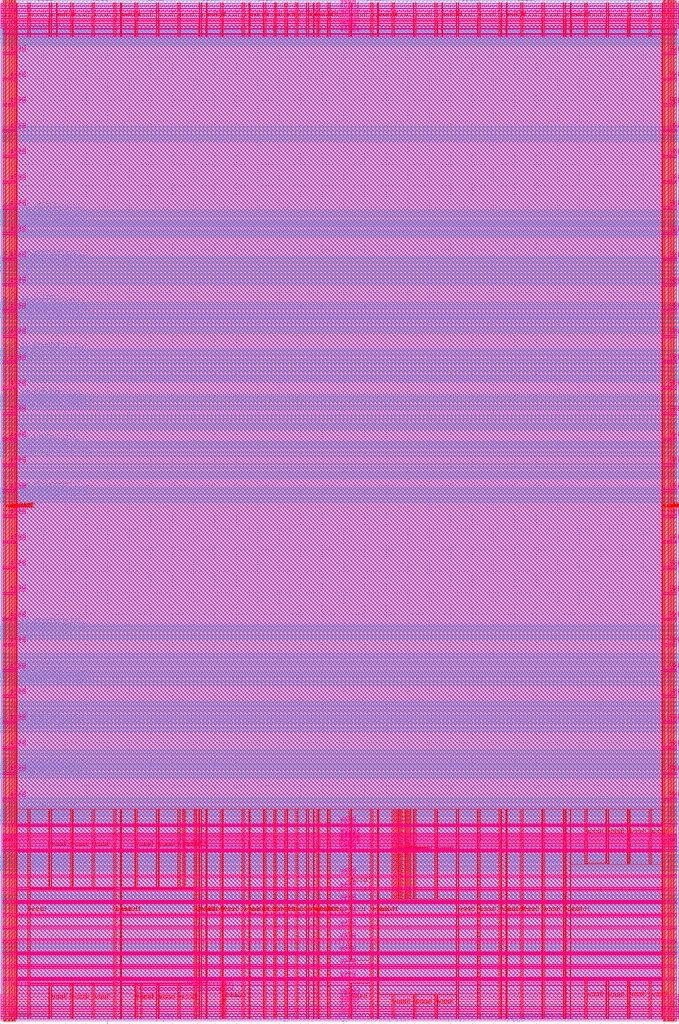
<source format=lef>
VERSION 5.7 ;
  NOWIREEXTENSIONATPIN ON ;
  DIVIDERCHAR "/" ;
  BUSBITCHARS "[]" ;
MACRO caravel_core
  CLASS BLOCK ;
  FOREIGN caravel_core ;
  ORIGIN 0.000 0.000 ;
  SIZE 3165.000 BY 4767.000 ;
  PIN clock_core
    DIRECTION INPUT ;
    USE SIGNAL ;
    PORT
      LAYER met2 ;
        RECT 725.135 -2.000 725.415 4.000 ;
    END
  END clock_core
  PIN flash_clk_frame
    DIRECTION OUTPUT TRISTATE ;
    USE SIGNAL ;
    PORT
      LAYER met2 ;
        RECT 1597.335 -2.000 1597.615 4.000 ;
    END
  END flash_clk_frame
  PIN flash_clk_oeb
    DIRECTION OUTPUT TRISTATE ;
    USE SIGNAL ;
    PORT
      LAYER met2 ;
        RECT 1612.975 -2.000 1613.255 4.000 ;
    END
  END flash_clk_oeb
  PIN flash_csb_frame
    DIRECTION OUTPUT TRISTATE ;
    USE SIGNAL ;
    PORT
      LAYER met2 ;
        RECT 1323.335 -2.000 1323.615 4.000 ;
    END
  END flash_csb_frame
  PIN flash_csb_oeb
    DIRECTION OUTPUT TRISTATE ;
    USE SIGNAL ;
    PORT
      LAYER met2 ;
        RECT 1338.975 -2.000 1339.255 4.000 ;
    END
  END flash_csb_oeb
  PIN flash_io0_di
    DIRECTION INPUT ;
    USE SIGNAL ;
    PORT
      LAYER met2 ;
        RECT 1816.135 -2.000 1816.415 4.000 ;
    END
  END flash_io0_di
  PIN flash_io0_do
    DIRECTION OUTPUT TRISTATE ;
    USE SIGNAL ;
    PORT
      LAYER met2 ;
        RECT 1871.335 -2.000 1871.615 4.000 ;
    END
  END flash_io0_do
  PIN flash_io0_ieb
    DIRECTION OUTPUT TRISTATE ;
    USE SIGNAL ;
    PORT
      LAYER met2 ;
        RECT 1849.715 -2.000 1849.995 4.000 ;
    END
  END flash_io0_ieb
  PIN flash_io0_oeb
    DIRECTION OUTPUT TRISTATE ;
    USE SIGNAL ;
    PORT
      LAYER met2 ;
        RECT 1886.975 -2.000 1887.255 4.000 ;
    END
  END flash_io0_oeb
  PIN flash_io1_di
    DIRECTION INPUT ;
    USE SIGNAL ;
    PORT
      LAYER met2 ;
        RECT 2090.135 -2.000 2090.415 4.000 ;
    END
  END flash_io1_di
  PIN flash_io1_do
    DIRECTION OUTPUT TRISTATE ;
    USE SIGNAL ;
    PORT
      LAYER met2 ;
        RECT 2145.335 -2.000 2145.615 4.000 ;
    END
  END flash_io1_do
  PIN flash_io1_ieb
    DIRECTION OUTPUT TRISTATE ;
    USE SIGNAL ;
    PORT
      LAYER met2 ;
        RECT 2123.715 -2.000 2123.995 4.000 ;
    END
  END flash_io1_ieb
  PIN flash_io1_oeb
    DIRECTION OUTPUT TRISTATE ;
    USE SIGNAL ;
    PORT
      LAYER met2 ;
        RECT 2160.975 -2.000 2161.255 4.000 ;
    END
  END flash_io1_oeb
  PIN gpio_in_core
    DIRECTION INPUT ;
    USE SIGNAL ;
    PORT
      LAYER met2 ;
        RECT 2364.135 -2.000 2364.415 4.000 ;
    END
  END gpio_in_core
  PIN gpio_inenb_core
    DIRECTION OUTPUT TRISTATE ;
    USE SIGNAL ;
    PORT
      LAYER met2 ;
        RECT 2397.715 -2.000 2397.995 4.000 ;
    END
  END gpio_inenb_core
  PIN gpio_mode0_core
    DIRECTION OUTPUT TRISTATE ;
    USE SIGNAL ;
    PORT
      LAYER met2 ;
        RECT 2391.735 -2.000 2392.015 4.000 ;
    END
  END gpio_mode0_core
  PIN gpio_mode1_core
    DIRECTION OUTPUT TRISTATE ;
    USE SIGNAL ;
    PORT
      LAYER met2 ;
        RECT 2413.355 -2.000 2413.635 4.000 ;
    END
  END gpio_mode1_core
  PIN gpio_out_core
    DIRECTION OUTPUT TRISTATE ;
    USE SIGNAL ;
    PORT
      LAYER met2 ;
        RECT 2419.335 -2.000 2419.615 4.000 ;
    END
  END gpio_out_core
  PIN gpio_outenb_core
    DIRECTION OUTPUT TRISTATE ;
    USE SIGNAL ;
    PORT
      LAYER met2 ;
        RECT 2434.975 -2.000 2435.255 4.000 ;
    END
  END gpio_outenb_core
  PIN mprj_analog_io[0]
    DIRECTION INOUT ;
    USE SIGNAL ;
    PORT
      LAYER met3 ;
        RECT 3161.000 2545.395 3167.185 2545.995 ;
    END
  END mprj_analog_io[0]
  PIN mprj_analog_io[10]
    DIRECTION INOUT ;
    USE SIGNAL ;
    PORT
      LAYER met2 ;
        RECT 2215.165 4763.000 2215.445 4768.935 ;
    END
  END mprj_analog_io[10]
  PIN mprj_analog_io[11]
    DIRECTION INOUT ;
    USE SIGNAL ;
    PORT
      LAYER met2 ;
        RECT 1770.165 4763.000 1770.445 4768.935 ;
    END
  END mprj_analog_io[11]
  PIN mprj_analog_io[12]
    DIRECTION INOUT ;
    USE SIGNAL ;
    PORT
      LAYER met2 ;
        RECT 1261.165 4763.000 1261.445 4768.935 ;
    END
  END mprj_analog_io[12]
  PIN mprj_analog_io[13]
    DIRECTION INOUT ;
    USE SIGNAL ;
    PORT
      LAYER met2 ;
        RECT 1003.165 4763.000 1003.445 4768.935 ;
    END
  END mprj_analog_io[13]
  PIN mprj_analog_io[14]
    DIRECTION INOUT ;
    USE SIGNAL ;
    PORT
      LAYER met2 ;
        RECT 746.165 4763.000 746.445 4768.935 ;
    END
  END mprj_analog_io[14]
  PIN mprj_analog_io[15]
    DIRECTION INOUT ;
    USE SIGNAL ;
    PORT
      LAYER met2 ;
        RECT 489.165 4763.000 489.445 4768.935 ;
    END
  END mprj_analog_io[15]
  PIN mprj_analog_io[16]
    DIRECTION INOUT ;
    USE SIGNAL ;
    PORT
      LAYER met2 ;
        RECT 232.165 4763.000 232.445 4768.935 ;
    END
  END mprj_analog_io[16]
  PIN mprj_analog_io[17]
    DIRECTION INOUT ;
    USE SIGNAL ;
    PORT
      LAYER met3 ;
        RECT -2.185 4623.005 4.000 4623.605 ;
    END
  END mprj_analog_io[17]
  PIN mprj_analog_io[18]
    DIRECTION INOUT ;
    USE SIGNAL ;
    PORT
      LAYER met3 ;
        RECT -2.185 3774.005 4.000 3774.605 ;
    END
  END mprj_analog_io[18]
  PIN mprj_analog_io[19]
    DIRECTION INOUT ;
    USE SIGNAL ;
    PORT
      LAYER met3 ;
        RECT -2.185 3558.005 4.000 3558.605 ;
    END
  END mprj_analog_io[19]
  PIN mprj_analog_io[1]
    DIRECTION INOUT ;
    USE SIGNAL ;
    PORT
      LAYER met3 ;
        RECT 3161.000 2771.395 3167.185 2771.995 ;
    END
  END mprj_analog_io[1]
  PIN mprj_analog_io[20]
    DIRECTION INOUT ;
    USE SIGNAL ;
    PORT
      LAYER met3 ;
        RECT -2.185 3342.005 4.000 3342.605 ;
    END
  END mprj_analog_io[20]
  PIN mprj_analog_io[21]
    DIRECTION INOUT ;
    USE SIGNAL ;
    PORT
      LAYER met3 ;
        RECT -2.185 3126.005 4.000 3126.605 ;
    END
  END mprj_analog_io[21]
  PIN mprj_analog_io[22]
    DIRECTION INOUT ;
    USE SIGNAL ;
    PORT
      LAYER met3 ;
        RECT -2.185 2910.005 4.000 2910.605 ;
    END
  END mprj_analog_io[22]
  PIN mprj_analog_io[23]
    DIRECTION INOUT ;
    USE SIGNAL ;
    PORT
      LAYER met3 ;
        RECT -2.185 2694.005 4.000 2694.605 ;
    END
  END mprj_analog_io[23]
  PIN mprj_analog_io[24]
    DIRECTION INOUT ;
    USE SIGNAL ;
    PORT
      LAYER met3 ;
        RECT -2.185 2478.005 4.000 2478.605 ;
    END
  END mprj_analog_io[24]
  PIN mprj_analog_io[25]
    DIRECTION INOUT ;
    USE SIGNAL ;
    PORT
      LAYER met3 ;
        RECT -2.185 1840.005 4.000 1840.605 ;
    END
  END mprj_analog_io[25]
  PIN mprj_analog_io[26]
    DIRECTION INOUT ;
    USE SIGNAL ;
    PORT
      LAYER met3 ;
        RECT -2.185 1624.005 4.000 1624.605 ;
    END
  END mprj_analog_io[26]
  PIN mprj_analog_io[27]
    DIRECTION INOUT ;
    USE SIGNAL ;
    PORT
      LAYER met3 ;
        RECT -2.185 1408.005 4.000 1408.605 ;
    END
  END mprj_analog_io[27]
  PIN mprj_analog_io[28]
    DIRECTION INOUT ;
    USE SIGNAL ;
    PORT
      LAYER met3 ;
        RECT -2.185 1192.005 4.000 1192.605 ;
    END
  END mprj_analog_io[28]
  PIN mprj_analog_io[2]
    DIRECTION INOUT ;
    USE SIGNAL ;
    PORT
      LAYER met3 ;
        RECT 3161.000 2996.395 3167.185 2996.995 ;
    END
  END mprj_analog_io[2]
  PIN mprj_analog_io[3]
    DIRECTION INOUT ;
    USE SIGNAL ;
    PORT
      LAYER met3 ;
        RECT 3161.000 3222.395 3167.185 3222.995 ;
    END
  END mprj_analog_io[3]
  PIN mprj_analog_io[4]
    DIRECTION INOUT ;
    USE SIGNAL ;
    PORT
      LAYER met3 ;
        RECT 3161.000 3447.395 3167.185 3447.995 ;
    END
  END mprj_analog_io[4]
  PIN mprj_analog_io[5]
    DIRECTION INOUT ;
    USE SIGNAL ;
    PORT
      LAYER met3 ;
        RECT 3161.000 3672.395 3167.185 3672.995 ;
    END
  END mprj_analog_io[5]
  PIN mprj_analog_io[6]
    DIRECTION INOUT ;
    USE SIGNAL ;
    PORT
      LAYER met3 ;
        RECT 3161.000 4118.395 3167.185 4118.995 ;
    END
  END mprj_analog_io[6]
  PIN mprj_analog_io[7]
    DIRECTION INOUT ;
    USE SIGNAL ;
    PORT
      LAYER met3 ;
        RECT 3161.000 4564.395 3167.185 4564.995 ;
    END
  END mprj_analog_io[7]
  PIN mprj_analog_io[8]
    DIRECTION INOUT ;
    USE SIGNAL ;
    PORT
      LAYER met2 ;
        RECT 2981.165 4763.000 2981.445 4768.935 ;
    END
  END mprj_analog_io[8]
  PIN mprj_analog_io[9]
    DIRECTION INOUT ;
    USE SIGNAL ;
    PORT
      LAYER met2 ;
        RECT 2472.165 4763.000 2472.445 4768.935 ;
    END
  END mprj_analog_io[9]
  PIN mprj_io_analog_en[0]
    DIRECTION OUTPUT TRISTATE ;
    USE SIGNAL ;
    PORT
      LAYER met3 ;
        RECT 3161.000 318.355 3167.185 318.955 ;
    END
  END mprj_io_analog_en[0]
  PIN mprj_io_analog_en[10]
    DIRECTION OUTPUT TRISTATE ;
    USE SIGNAL ;
    PORT
      LAYER met3 ;
        RECT 3161.000 3234.355 3167.185 3234.955 ;
    END
  END mprj_io_analog_en[10]
  PIN mprj_io_analog_en[11]
    DIRECTION OUTPUT TRISTATE ;
    USE SIGNAL ;
    PORT
      LAYER met3 ;
        RECT 3161.000 3459.355 3167.185 3459.955 ;
    END
  END mprj_io_analog_en[11]
  PIN mprj_io_analog_en[12]
    DIRECTION OUTPUT TRISTATE ;
    USE SIGNAL ;
    PORT
      LAYER met3 ;
        RECT 3161.000 3684.355 3167.185 3684.955 ;
    END
  END mprj_io_analog_en[12]
  PIN mprj_io_analog_en[13]
    DIRECTION OUTPUT TRISTATE ;
    USE SIGNAL ;
    PORT
      LAYER met3 ;
        RECT 3161.000 4130.355 3167.185 4130.955 ;
    END
  END mprj_io_analog_en[13]
  PIN mprj_io_analog_en[14]
    DIRECTION OUTPUT TRISTATE ;
    USE SIGNAL ;
    PORT
      LAYER met3 ;
        RECT 3161.000 4576.355 3167.185 4576.955 ;
    END
  END mprj_io_analog_en[14]
  PIN mprj_io_analog_en[15]
    DIRECTION OUTPUT TRISTATE ;
    USE SIGNAL ;
    PORT
      LAYER met2 ;
        RECT 2969.205 4763.000 2969.485 4768.935 ;
    END
  END mprj_io_analog_en[15]
  PIN mprj_io_analog_en[16]
    DIRECTION OUTPUT TRISTATE ;
    USE SIGNAL ;
    PORT
      LAYER met2 ;
        RECT 2460.205 4763.000 2460.485 4768.935 ;
    END
  END mprj_io_analog_en[16]
  PIN mprj_io_analog_en[17]
    DIRECTION OUTPUT TRISTATE ;
    USE SIGNAL ;
    PORT
      LAYER met2 ;
        RECT 2203.205 4763.000 2203.485 4768.935 ;
    END
  END mprj_io_analog_en[17]
  PIN mprj_io_analog_en[18]
    DIRECTION OUTPUT TRISTATE ;
    USE SIGNAL ;
    PORT
      LAYER met2 ;
        RECT 1758.205 4763.000 1758.485 4768.935 ;
    END
  END mprj_io_analog_en[18]
  PIN mprj_io_analog_en[19]
    DIRECTION OUTPUT TRISTATE ;
    USE SIGNAL ;
    PORT
      LAYER met2 ;
        RECT 1249.205 4763.000 1249.485 4768.935 ;
    END
  END mprj_io_analog_en[19]
  PIN mprj_io_analog_en[1]
    DIRECTION OUTPUT TRISTATE ;
    USE SIGNAL ;
    PORT
      LAYER met3 ;
        RECT 3161.000 544.355 3167.185 544.955 ;
    END
  END mprj_io_analog_en[1]
  PIN mprj_io_analog_en[20]
    DIRECTION OUTPUT TRISTATE ;
    USE SIGNAL ;
    PORT
      LAYER met2 ;
        RECT 991.205 4763.000 991.485 4768.935 ;
    END
  END mprj_io_analog_en[20]
  PIN mprj_io_analog_en[21]
    DIRECTION OUTPUT TRISTATE ;
    USE SIGNAL ;
    PORT
      LAYER met2 ;
        RECT 734.205 4763.000 734.485 4768.935 ;
    END
  END mprj_io_analog_en[21]
  PIN mprj_io_analog_en[22]
    DIRECTION OUTPUT TRISTATE ;
    USE SIGNAL ;
    PORT
      LAYER met2 ;
        RECT 477.205 4763.000 477.485 4768.935 ;
    END
  END mprj_io_analog_en[22]
  PIN mprj_io_analog_en[23]
    DIRECTION OUTPUT TRISTATE ;
    USE SIGNAL ;
    PORT
      LAYER met2 ;
        RECT 220.205 4763.000 220.485 4768.935 ;
    END
  END mprj_io_analog_en[23]
  PIN mprj_io_analog_en[24]
    DIRECTION OUTPUT TRISTATE ;
    USE SIGNAL ;
    PORT
      LAYER met3 ;
        RECT -2.185 4611.045 4.000 4611.645 ;
    END
  END mprj_io_analog_en[24]
  PIN mprj_io_analog_en[25]
    DIRECTION OUTPUT TRISTATE ;
    USE SIGNAL ;
    PORT
      LAYER met3 ;
        RECT -2.185 3762.045 4.290 3762.645 ;
    END
  END mprj_io_analog_en[25]
  PIN mprj_io_analog_en[26]
    DIRECTION OUTPUT TRISTATE ;
    USE SIGNAL ;
    PORT
      LAYER met3 ;
        RECT -2.185 3546.045 4.000 3546.645 ;
    END
  END mprj_io_analog_en[26]
  PIN mprj_io_analog_en[27]
    DIRECTION OUTPUT TRISTATE ;
    USE SIGNAL ;
    PORT
      LAYER met3 ;
        RECT -2.185 3330.045 4.000 3330.645 ;
    END
  END mprj_io_analog_en[27]
  PIN mprj_io_analog_en[28]
    DIRECTION OUTPUT TRISTATE ;
    USE SIGNAL ;
    PORT
      LAYER met3 ;
        RECT -2.185 3114.045 4.000 3114.645 ;
    END
  END mprj_io_analog_en[28]
  PIN mprj_io_analog_en[29]
    DIRECTION OUTPUT TRISTATE ;
    USE SIGNAL ;
    PORT
      LAYER met3 ;
        RECT -2.185 2898.045 4.000 2898.645 ;
    END
  END mprj_io_analog_en[29]
  PIN mprj_io_analog_en[2]
    DIRECTION OUTPUT TRISTATE ;
    USE SIGNAL ;
    PORT
      LAYER met3 ;
        RECT 3161.000 769.355 3167.185 769.955 ;
    END
  END mprj_io_analog_en[2]
  PIN mprj_io_analog_en[30]
    DIRECTION OUTPUT TRISTATE ;
    USE SIGNAL ;
    PORT
      LAYER met3 ;
        RECT -2.185 2682.045 4.000 2682.645 ;
    END
  END mprj_io_analog_en[30]
  PIN mprj_io_analog_en[31]
    DIRECTION OUTPUT TRISTATE ;
    USE SIGNAL ;
    PORT
      LAYER met3 ;
        RECT -2.185 2466.045 4.000 2466.645 ;
    END
  END mprj_io_analog_en[31]
  PIN mprj_io_analog_en[32]
    DIRECTION OUTPUT TRISTATE ;
    USE SIGNAL ;
    PORT
      LAYER met3 ;
        RECT -2.185 1828.045 4.000 1828.645 ;
    END
  END mprj_io_analog_en[32]
  PIN mprj_io_analog_en[33]
    DIRECTION OUTPUT TRISTATE ;
    USE SIGNAL ;
    PORT
      LAYER met3 ;
        RECT -2.185 1612.045 4.000 1612.645 ;
    END
  END mprj_io_analog_en[33]
  PIN mprj_io_analog_en[34]
    DIRECTION OUTPUT TRISTATE ;
    USE SIGNAL ;
    PORT
      LAYER met3 ;
        RECT -2.185 1396.045 4.000 1396.645 ;
    END
  END mprj_io_analog_en[34]
  PIN mprj_io_analog_en[35]
    DIRECTION OUTPUT TRISTATE ;
    USE SIGNAL ;
    PORT
      LAYER met3 ;
        RECT -2.185 1180.045 4.000 1180.645 ;
    END
  END mprj_io_analog_en[35]
  PIN mprj_io_analog_en[36]
    DIRECTION OUTPUT TRISTATE ;
    USE SIGNAL ;
    PORT
      LAYER met3 ;
        RECT -2.185 964.045 4.000 964.645 ;
    END
  END mprj_io_analog_en[36]
  PIN mprj_io_analog_en[37]
    DIRECTION OUTPUT TRISTATE ;
    USE SIGNAL ;
    PORT
      LAYER met3 ;
        RECT -2.185 748.045 4.000 748.645 ;
    END
  END mprj_io_analog_en[37]
  PIN mprj_io_analog_en[3]
    DIRECTION OUTPUT TRISTATE ;
    USE SIGNAL ;
    PORT
      LAYER met3 ;
        RECT 3161.000 995.355 3167.185 995.955 ;
    END
  END mprj_io_analog_en[3]
  PIN mprj_io_analog_en[4]
    DIRECTION OUTPUT TRISTATE ;
    USE SIGNAL ;
    PORT
      LAYER met3 ;
        RECT 3161.000 1220.355 3167.185 1220.955 ;
    END
  END mprj_io_analog_en[4]
  PIN mprj_io_analog_en[5]
    DIRECTION OUTPUT TRISTATE ;
    USE SIGNAL ;
    PORT
      LAYER met3 ;
        RECT 3161.000 1445.355 3167.185 1445.955 ;
    END
  END mprj_io_analog_en[5]
  PIN mprj_io_analog_en[6]
    DIRECTION OUTPUT TRISTATE ;
    USE SIGNAL ;
    PORT
      LAYER met3 ;
        RECT 3161.000 1671.355 3167.185 1671.955 ;
    END
  END mprj_io_analog_en[6]
  PIN mprj_io_analog_en[7]
    DIRECTION OUTPUT TRISTATE ;
    USE SIGNAL ;
    PORT
      LAYER met3 ;
        RECT 3161.000 2557.355 3167.185 2557.955 ;
    END
  END mprj_io_analog_en[7]
  PIN mprj_io_analog_en[8]
    DIRECTION OUTPUT TRISTATE ;
    USE SIGNAL ;
    PORT
      LAYER met3 ;
        RECT 3161.000 2783.355 3167.185 2783.955 ;
    END
  END mprj_io_analog_en[8]
  PIN mprj_io_analog_en[9]
    DIRECTION OUTPUT TRISTATE ;
    USE SIGNAL ;
    PORT
      LAYER met3 ;
        RECT 3161.000 3008.355 3167.185 3008.955 ;
    END
  END mprj_io_analog_en[9]
  PIN mprj_io_analog_pol[0]
    DIRECTION OUTPUT TRISTATE ;
    USE SIGNAL ;
    PORT
      LAYER met3 ;
        RECT 3161.000 324.795 3167.185 325.395 ;
    END
  END mprj_io_analog_pol[0]
  PIN mprj_io_analog_pol[10]
    DIRECTION OUTPUT TRISTATE ;
    USE SIGNAL ;
    PORT
      LAYER met3 ;
        RECT 3161.000 3240.795 3167.185 3241.395 ;
    END
  END mprj_io_analog_pol[10]
  PIN mprj_io_analog_pol[11]
    DIRECTION OUTPUT TRISTATE ;
    USE SIGNAL ;
    PORT
      LAYER met3 ;
        RECT 3161.000 3465.795 3167.185 3466.395 ;
    END
  END mprj_io_analog_pol[11]
  PIN mprj_io_analog_pol[12]
    DIRECTION OUTPUT TRISTATE ;
    USE SIGNAL ;
    PORT
      LAYER met3 ;
        RECT 3161.000 3690.795 3167.185 3691.395 ;
    END
  END mprj_io_analog_pol[12]
  PIN mprj_io_analog_pol[13]
    DIRECTION OUTPUT TRISTATE ;
    USE SIGNAL ;
    PORT
      LAYER met3 ;
        RECT 3161.000 4136.795 3167.185 4137.395 ;
    END
  END mprj_io_analog_pol[13]
  PIN mprj_io_analog_pol[14]
    DIRECTION OUTPUT TRISTATE ;
    USE SIGNAL ;
    PORT
      LAYER met3 ;
        RECT 3161.000 4582.795 3167.185 4583.395 ;
    END
  END mprj_io_analog_pol[14]
  PIN mprj_io_analog_pol[15]
    DIRECTION OUTPUT TRISTATE ;
    USE SIGNAL ;
    PORT
      LAYER met2 ;
        RECT 2962.765 4763.000 2963.045 4768.935 ;
    END
  END mprj_io_analog_pol[15]
  PIN mprj_io_analog_pol[16]
    DIRECTION OUTPUT TRISTATE ;
    USE SIGNAL ;
    PORT
      LAYER met2 ;
        RECT 2453.765 4763.000 2454.045 4768.935 ;
    END
  END mprj_io_analog_pol[16]
  PIN mprj_io_analog_pol[17]
    DIRECTION OUTPUT TRISTATE ;
    USE SIGNAL ;
    PORT
      LAYER met2 ;
        RECT 2196.765 4763.000 2197.045 4768.935 ;
    END
  END mprj_io_analog_pol[17]
  PIN mprj_io_analog_pol[18]
    DIRECTION OUTPUT TRISTATE ;
    USE SIGNAL ;
    PORT
      LAYER met2 ;
        RECT 1751.765 4763.000 1752.045 4768.935 ;
    END
  END mprj_io_analog_pol[18]
  PIN mprj_io_analog_pol[19]
    DIRECTION OUTPUT TRISTATE ;
    USE SIGNAL ;
    PORT
      LAYER met2 ;
        RECT 1242.765 4763.000 1243.045 4768.935 ;
    END
  END mprj_io_analog_pol[19]
  PIN mprj_io_analog_pol[1]
    DIRECTION OUTPUT TRISTATE ;
    USE SIGNAL ;
    PORT
      LAYER met3 ;
        RECT 3161.000 550.795 3167.185 551.395 ;
    END
  END mprj_io_analog_pol[1]
  PIN mprj_io_analog_pol[20]
    DIRECTION OUTPUT TRISTATE ;
    USE SIGNAL ;
    PORT
      LAYER met2 ;
        RECT 984.765 4763.000 985.045 4768.935 ;
    END
  END mprj_io_analog_pol[20]
  PIN mprj_io_analog_pol[21]
    DIRECTION OUTPUT TRISTATE ;
    USE SIGNAL ;
    PORT
      LAYER met2 ;
        RECT 727.765 4763.000 728.045 4768.935 ;
    END
  END mprj_io_analog_pol[21]
  PIN mprj_io_analog_pol[22]
    DIRECTION OUTPUT TRISTATE ;
    USE SIGNAL ;
    PORT
      LAYER met2 ;
        RECT 470.765 4763.000 471.045 4768.935 ;
    END
  END mprj_io_analog_pol[22]
  PIN mprj_io_analog_pol[23]
    DIRECTION OUTPUT TRISTATE ;
    USE SIGNAL ;
    PORT
      LAYER met2 ;
        RECT 213.765 4763.000 214.045 4768.935 ;
    END
  END mprj_io_analog_pol[23]
  PIN mprj_io_analog_pol[24]
    DIRECTION OUTPUT TRISTATE ;
    USE SIGNAL ;
    PORT
      LAYER met3 ;
        RECT -2.185 4604.605 4.000 4605.205 ;
    END
  END mprj_io_analog_pol[24]
  PIN mprj_io_analog_pol[25]
    DIRECTION OUTPUT TRISTATE ;
    USE SIGNAL ;
    PORT
      LAYER met3 ;
        RECT -2.185 3755.605 4.000 3756.205 ;
    END
  END mprj_io_analog_pol[25]
  PIN mprj_io_analog_pol[26]
    DIRECTION OUTPUT TRISTATE ;
    USE SIGNAL ;
    PORT
      LAYER met3 ;
        RECT -2.185 3539.605 4.000 3540.205 ;
    END
  END mprj_io_analog_pol[26]
  PIN mprj_io_analog_pol[27]
    DIRECTION OUTPUT TRISTATE ;
    USE SIGNAL ;
    PORT
      LAYER met3 ;
        RECT -2.185 3323.605 4.000 3324.205 ;
    END
  END mprj_io_analog_pol[27]
  PIN mprj_io_analog_pol[28]
    DIRECTION OUTPUT TRISTATE ;
    USE SIGNAL ;
    PORT
      LAYER met3 ;
        RECT -2.185 3107.605 4.000 3108.205 ;
    END
  END mprj_io_analog_pol[28]
  PIN mprj_io_analog_pol[29]
    DIRECTION OUTPUT TRISTATE ;
    USE SIGNAL ;
    PORT
      LAYER met3 ;
        RECT -2.185 2891.605 4.000 2892.205 ;
    END
  END mprj_io_analog_pol[29]
  PIN mprj_io_analog_pol[2]
    DIRECTION OUTPUT TRISTATE ;
    USE SIGNAL ;
    PORT
      LAYER met3 ;
        RECT 3161.000 775.795 3167.185 776.395 ;
    END
  END mprj_io_analog_pol[2]
  PIN mprj_io_analog_pol[30]
    DIRECTION OUTPUT TRISTATE ;
    USE SIGNAL ;
    PORT
      LAYER met3 ;
        RECT -2.185 2675.605 4.000 2676.205 ;
    END
  END mprj_io_analog_pol[30]
  PIN mprj_io_analog_pol[31]
    DIRECTION OUTPUT TRISTATE ;
    USE SIGNAL ;
    PORT
      LAYER met3 ;
        RECT -2.185 2459.605 4.000 2460.205 ;
    END
  END mprj_io_analog_pol[31]
  PIN mprj_io_analog_pol[32]
    DIRECTION OUTPUT TRISTATE ;
    USE SIGNAL ;
    PORT
      LAYER met3 ;
        RECT -2.185 1821.605 4.000 1822.205 ;
    END
  END mprj_io_analog_pol[32]
  PIN mprj_io_analog_pol[33]
    DIRECTION OUTPUT TRISTATE ;
    USE SIGNAL ;
    PORT
      LAYER met3 ;
        RECT -2.185 1605.605 4.000 1606.205 ;
    END
  END mprj_io_analog_pol[33]
  PIN mprj_io_analog_pol[34]
    DIRECTION OUTPUT TRISTATE ;
    USE SIGNAL ;
    PORT
      LAYER met3 ;
        RECT -2.185 1389.605 4.000 1390.205 ;
    END
  END mprj_io_analog_pol[34]
  PIN mprj_io_analog_pol[35]
    DIRECTION OUTPUT TRISTATE ;
    USE SIGNAL ;
    PORT
      LAYER met3 ;
        RECT -2.185 1173.605 4.000 1174.205 ;
    END
  END mprj_io_analog_pol[35]
  PIN mprj_io_analog_pol[36]
    DIRECTION OUTPUT TRISTATE ;
    USE SIGNAL ;
    PORT
      LAYER met3 ;
        RECT -2.185 957.605 4.000 958.205 ;
    END
  END mprj_io_analog_pol[36]
  PIN mprj_io_analog_pol[37]
    DIRECTION OUTPUT TRISTATE ;
    USE SIGNAL ;
    PORT
      LAYER met3 ;
        RECT -2.185 741.605 4.000 742.205 ;
    END
  END mprj_io_analog_pol[37]
  PIN mprj_io_analog_pol[3]
    DIRECTION OUTPUT TRISTATE ;
    USE SIGNAL ;
    PORT
      LAYER met3 ;
        RECT 3161.000 1001.795 3167.185 1002.395 ;
    END
  END mprj_io_analog_pol[3]
  PIN mprj_io_analog_pol[4]
    DIRECTION OUTPUT TRISTATE ;
    USE SIGNAL ;
    PORT
      LAYER met3 ;
        RECT 3161.000 1226.795 3167.185 1227.395 ;
    END
  END mprj_io_analog_pol[4]
  PIN mprj_io_analog_pol[5]
    DIRECTION OUTPUT TRISTATE ;
    USE SIGNAL ;
    PORT
      LAYER met3 ;
        RECT 3161.000 1451.795 3167.185 1452.395 ;
    END
  END mprj_io_analog_pol[5]
  PIN mprj_io_analog_pol[6]
    DIRECTION OUTPUT TRISTATE ;
    USE SIGNAL ;
    PORT
      LAYER met3 ;
        RECT 3161.000 1677.795 3167.185 1678.395 ;
    END
  END mprj_io_analog_pol[6]
  PIN mprj_io_analog_pol[7]
    DIRECTION OUTPUT TRISTATE ;
    USE SIGNAL ;
    PORT
      LAYER met3 ;
        RECT 3161.000 2563.795 3167.185 2564.395 ;
    END
  END mprj_io_analog_pol[7]
  PIN mprj_io_analog_pol[8]
    DIRECTION OUTPUT TRISTATE ;
    USE SIGNAL ;
    PORT
      LAYER met3 ;
        RECT 3161.000 2789.795 3167.185 2790.395 ;
    END
  END mprj_io_analog_pol[8]
  PIN mprj_io_analog_pol[9]
    DIRECTION OUTPUT TRISTATE ;
    USE SIGNAL ;
    PORT
      LAYER met3 ;
        RECT 3161.000 3014.795 3167.185 3015.395 ;
    END
  END mprj_io_analog_pol[9]
  PIN mprj_io_analog_sel[0]
    DIRECTION OUTPUT TRISTATE ;
    USE SIGNAL ;
    PORT
      LAYER met3 ;
        RECT 3161.000 339.975 3167.185 340.575 ;
    END
  END mprj_io_analog_sel[0]
  PIN mprj_io_analog_sel[10]
    DIRECTION OUTPUT TRISTATE ;
    USE SIGNAL ;
    PORT
      LAYER met3 ;
        RECT 3161.000 3255.975 3167.185 3256.575 ;
    END
  END mprj_io_analog_sel[10]
  PIN mprj_io_analog_sel[11]
    DIRECTION OUTPUT TRISTATE ;
    USE SIGNAL ;
    PORT
      LAYER met3 ;
        RECT 3161.000 3480.975 3167.185 3481.575 ;
    END
  END mprj_io_analog_sel[11]
  PIN mprj_io_analog_sel[12]
    DIRECTION OUTPUT TRISTATE ;
    USE SIGNAL ;
    PORT
      LAYER met3 ;
        RECT 3161.000 3705.975 3167.185 3706.575 ;
    END
  END mprj_io_analog_sel[12]
  PIN mprj_io_analog_sel[13]
    DIRECTION OUTPUT TRISTATE ;
    USE SIGNAL ;
    PORT
      LAYER met3 ;
        RECT 3161.000 4151.975 3167.185 4152.575 ;
    END
  END mprj_io_analog_sel[13]
  PIN mprj_io_analog_sel[14]
    DIRECTION OUTPUT TRISTATE ;
    USE SIGNAL ;
    PORT
      LAYER met3 ;
        RECT 3161.000 4597.975 3167.185 4598.575 ;
    END
  END mprj_io_analog_sel[14]
  PIN mprj_io_analog_sel[15]
    DIRECTION OUTPUT TRISTATE ;
    USE SIGNAL ;
    PORT
      LAYER met2 ;
        RECT 2947.585 4763.000 2947.865 4768.935 ;
    END
  END mprj_io_analog_sel[15]
  PIN mprj_io_analog_sel[16]
    DIRECTION OUTPUT TRISTATE ;
    USE SIGNAL ;
    PORT
      LAYER met2 ;
        RECT 2438.585 4763.000 2438.865 4768.935 ;
    END
  END mprj_io_analog_sel[16]
  PIN mprj_io_analog_sel[17]
    DIRECTION OUTPUT TRISTATE ;
    USE SIGNAL ;
    PORT
      LAYER met2 ;
        RECT 2181.585 4763.000 2181.865 4768.935 ;
    END
  END mprj_io_analog_sel[17]
  PIN mprj_io_analog_sel[18]
    DIRECTION OUTPUT TRISTATE ;
    USE SIGNAL ;
    PORT
      LAYER met2 ;
        RECT 1736.585 4763.000 1736.865 4768.935 ;
    END
  END mprj_io_analog_sel[18]
  PIN mprj_io_analog_sel[19]
    DIRECTION OUTPUT TRISTATE ;
    USE SIGNAL ;
    PORT
      LAYER met2 ;
        RECT 1227.585 4763.000 1227.865 4768.935 ;
    END
  END mprj_io_analog_sel[19]
  PIN mprj_io_analog_sel[1]
    DIRECTION OUTPUT TRISTATE ;
    USE SIGNAL ;
    PORT
      LAYER met3 ;
        RECT 3161.000 565.975 3167.185 566.575 ;
    END
  END mprj_io_analog_sel[1]
  PIN mprj_io_analog_sel[20]
    DIRECTION OUTPUT TRISTATE ;
    USE SIGNAL ;
    PORT
      LAYER met2 ;
        RECT 969.585 4763.000 969.865 4768.935 ;
    END
  END mprj_io_analog_sel[20]
  PIN mprj_io_analog_sel[21]
    DIRECTION OUTPUT TRISTATE ;
    USE SIGNAL ;
    PORT
      LAYER met2 ;
        RECT 712.585 4763.000 712.865 4768.935 ;
    END
  END mprj_io_analog_sel[21]
  PIN mprj_io_analog_sel[22]
    DIRECTION OUTPUT TRISTATE ;
    USE SIGNAL ;
    PORT
      LAYER met2 ;
        RECT 455.585 4763.000 455.865 4768.935 ;
    END
  END mprj_io_analog_sel[22]
  PIN mprj_io_analog_sel[23]
    DIRECTION OUTPUT TRISTATE ;
    USE SIGNAL ;
    PORT
      LAYER met2 ;
        RECT 198.585 4763.000 198.865 4768.935 ;
    END
  END mprj_io_analog_sel[23]
  PIN mprj_io_analog_sel[24]
    DIRECTION OUTPUT TRISTATE ;
    USE SIGNAL ;
    PORT
      LAYER met3 ;
        RECT -2.185 4589.425 4.000 4590.025 ;
    END
  END mprj_io_analog_sel[24]
  PIN mprj_io_analog_sel[25]
    DIRECTION OUTPUT TRISTATE ;
    USE SIGNAL ;
    PORT
      LAYER met3 ;
        RECT -2.185 3740.425 4.000 3741.025 ;
    END
  END mprj_io_analog_sel[25]
  PIN mprj_io_analog_sel[26]
    DIRECTION OUTPUT TRISTATE ;
    USE SIGNAL ;
    PORT
      LAYER met3 ;
        RECT -2.185 3524.425 4.000 3525.025 ;
    END
  END mprj_io_analog_sel[26]
  PIN mprj_io_analog_sel[27]
    DIRECTION OUTPUT TRISTATE ;
    USE SIGNAL ;
    PORT
      LAYER met3 ;
        RECT -2.185 3308.425 4.000 3309.025 ;
    END
  END mprj_io_analog_sel[27]
  PIN mprj_io_analog_sel[28]
    DIRECTION OUTPUT TRISTATE ;
    USE SIGNAL ;
    PORT
      LAYER met3 ;
        RECT -2.185 3092.425 4.000 3093.025 ;
    END
  END mprj_io_analog_sel[28]
  PIN mprj_io_analog_sel[29]
    DIRECTION OUTPUT TRISTATE ;
    USE SIGNAL ;
    PORT
      LAYER met3 ;
        RECT -2.185 2876.425 4.000 2877.025 ;
    END
  END mprj_io_analog_sel[29]
  PIN mprj_io_analog_sel[2]
    DIRECTION OUTPUT TRISTATE ;
    USE SIGNAL ;
    PORT
      LAYER met3 ;
        RECT 3161.000 790.975 3167.185 791.575 ;
    END
  END mprj_io_analog_sel[2]
  PIN mprj_io_analog_sel[30]
    DIRECTION OUTPUT TRISTATE ;
    USE SIGNAL ;
    PORT
      LAYER met3 ;
        RECT -2.185 2660.425 4.000 2661.025 ;
    END
  END mprj_io_analog_sel[30]
  PIN mprj_io_analog_sel[31]
    DIRECTION OUTPUT TRISTATE ;
    USE SIGNAL ;
    PORT
      LAYER met3 ;
        RECT -2.185 2444.425 4.000 2445.025 ;
    END
  END mprj_io_analog_sel[31]
  PIN mprj_io_analog_sel[32]
    DIRECTION OUTPUT TRISTATE ;
    USE SIGNAL ;
    PORT
      LAYER met3 ;
        RECT -2.185 1806.425 4.000 1807.025 ;
    END
  END mprj_io_analog_sel[32]
  PIN mprj_io_analog_sel[33]
    DIRECTION OUTPUT TRISTATE ;
    USE SIGNAL ;
    PORT
      LAYER met3 ;
        RECT -2.185 1590.425 4.000 1591.025 ;
    END
  END mprj_io_analog_sel[33]
  PIN mprj_io_analog_sel[34]
    DIRECTION OUTPUT TRISTATE ;
    USE SIGNAL ;
    PORT
      LAYER met3 ;
        RECT -2.185 1374.425 4.000 1375.025 ;
    END
  END mprj_io_analog_sel[34]
  PIN mprj_io_analog_sel[35]
    DIRECTION OUTPUT TRISTATE ;
    USE SIGNAL ;
    PORT
      LAYER met3 ;
        RECT -2.185 1158.425 4.000 1159.025 ;
    END
  END mprj_io_analog_sel[35]
  PIN mprj_io_analog_sel[36]
    DIRECTION OUTPUT TRISTATE ;
    USE SIGNAL ;
    PORT
      LAYER met3 ;
        RECT -2.185 942.425 4.000 943.025 ;
    END
  END mprj_io_analog_sel[36]
  PIN mprj_io_analog_sel[37]
    DIRECTION OUTPUT TRISTATE ;
    USE SIGNAL ;
    PORT
      LAYER met3 ;
        RECT -2.185 726.425 4.000 727.025 ;
    END
  END mprj_io_analog_sel[37]
  PIN mprj_io_analog_sel[3]
    DIRECTION OUTPUT TRISTATE ;
    USE SIGNAL ;
    PORT
      LAYER met3 ;
        RECT 3161.000 1016.975 3167.185 1017.575 ;
    END
  END mprj_io_analog_sel[3]
  PIN mprj_io_analog_sel[4]
    DIRECTION OUTPUT TRISTATE ;
    USE SIGNAL ;
    PORT
      LAYER met3 ;
        RECT 3161.000 1241.975 3167.185 1242.575 ;
    END
  END mprj_io_analog_sel[4]
  PIN mprj_io_analog_sel[5]
    DIRECTION OUTPUT TRISTATE ;
    USE SIGNAL ;
    PORT
      LAYER met3 ;
        RECT 3161.000 1466.975 3167.185 1467.575 ;
    END
  END mprj_io_analog_sel[5]
  PIN mprj_io_analog_sel[6]
    DIRECTION OUTPUT TRISTATE ;
    USE SIGNAL ;
    PORT
      LAYER met3 ;
        RECT 3161.000 1692.975 3167.185 1693.575 ;
    END
  END mprj_io_analog_sel[6]
  PIN mprj_io_analog_sel[7]
    DIRECTION OUTPUT TRISTATE ;
    USE SIGNAL ;
    PORT
      LAYER met3 ;
        RECT 3161.000 2578.975 3167.185 2579.575 ;
    END
  END mprj_io_analog_sel[7]
  PIN mprj_io_analog_sel[8]
    DIRECTION OUTPUT TRISTATE ;
    USE SIGNAL ;
    PORT
      LAYER met3 ;
        RECT 3161.000 2804.975 3167.185 2805.575 ;
    END
  END mprj_io_analog_sel[8]
  PIN mprj_io_analog_sel[9]
    DIRECTION OUTPUT TRISTATE ;
    USE SIGNAL ;
    PORT
      LAYER met3 ;
        RECT 3161.000 3029.975 3167.185 3030.575 ;
    END
  END mprj_io_analog_sel[9]
  PIN mprj_io_dm[0]
    DIRECTION OUTPUT TRISTATE ;
    USE SIGNAL ;
    PORT
      LAYER met3 ;
        RECT 3161.000 321.575 3167.185 322.175 ;
    END
  END mprj_io_dm[0]
  PIN mprj_io_dm[100]
    DIRECTION OUTPUT TRISTATE ;
    USE SIGNAL ;
    PORT
      LAYER met3 ;
        RECT -2.185 1618.025 4.000 1618.625 ;
    END
  END mprj_io_dm[100]
  PIN mprj_io_dm[101]
    DIRECTION OUTPUT TRISTATE ;
    USE SIGNAL ;
    PORT
      LAYER met3 ;
        RECT -2.185 1587.205 4.000 1587.805 ;
    END
  END mprj_io_dm[101]
  PIN mprj_io_dm[102]
    DIRECTION OUTPUT TRISTATE ;
    USE SIGNAL ;
    PORT
      LAYER met3 ;
        RECT -2.185 1392.825 4.000 1393.425 ;
    END
  END mprj_io_dm[102]
  PIN mprj_io_dm[103]
    DIRECTION OUTPUT TRISTATE ;
    USE SIGNAL ;
    PORT
      LAYER met3 ;
        RECT -2.185 1402.025 4.000 1402.625 ;
    END
  END mprj_io_dm[103]
  PIN mprj_io_dm[104]
    DIRECTION OUTPUT TRISTATE ;
    USE SIGNAL ;
    PORT
      LAYER met3 ;
        RECT -2.185 1371.205 4.000 1371.805 ;
    END
  END mprj_io_dm[104]
  PIN mprj_io_dm[105]
    DIRECTION OUTPUT TRISTATE ;
    USE SIGNAL ;
    PORT
      LAYER met3 ;
        RECT -2.185 1176.825 4.000 1177.425 ;
    END
  END mprj_io_dm[105]
  PIN mprj_io_dm[106]
    DIRECTION OUTPUT TRISTATE ;
    USE SIGNAL ;
    PORT
      LAYER met3 ;
        RECT -2.185 1186.025 4.000 1186.625 ;
    END
  END mprj_io_dm[106]
  PIN mprj_io_dm[107]
    DIRECTION OUTPUT TRISTATE ;
    USE SIGNAL ;
    PORT
      LAYER met3 ;
        RECT -2.185 1155.205 4.000 1155.805 ;
    END
  END mprj_io_dm[107]
  PIN mprj_io_dm[108]
    DIRECTION OUTPUT TRISTATE ;
    USE SIGNAL ;
    PORT
      LAYER met3 ;
        RECT -2.185 960.825 4.000 961.425 ;
    END
  END mprj_io_dm[108]
  PIN mprj_io_dm[109]
    DIRECTION OUTPUT TRISTATE ;
    USE SIGNAL ;
    PORT
      LAYER met3 ;
        RECT -2.185 970.025 4.000 970.625 ;
    END
  END mprj_io_dm[109]
  PIN mprj_io_dm[10]
    DIRECTION OUTPUT TRISTATE ;
    USE SIGNAL ;
    PORT
      LAYER met3 ;
        RECT 3161.000 989.375 3167.185 989.975 ;
    END
  END mprj_io_dm[10]
  PIN mprj_io_dm[110]
    DIRECTION OUTPUT TRISTATE ;
    USE SIGNAL ;
    PORT
      LAYER met3 ;
        RECT -2.185 939.205 4.000 939.805 ;
    END
  END mprj_io_dm[110]
  PIN mprj_io_dm[111]
    DIRECTION OUTPUT TRISTATE ;
    USE SIGNAL ;
    PORT
      LAYER met3 ;
        RECT -2.185 744.825 4.000 745.425 ;
    END
  END mprj_io_dm[111]
  PIN mprj_io_dm[112]
    DIRECTION OUTPUT TRISTATE ;
    USE SIGNAL ;
    PORT
      LAYER met3 ;
        RECT -2.185 754.025 4.000 754.625 ;
    END
  END mprj_io_dm[112]
  PIN mprj_io_dm[113]
    DIRECTION OUTPUT TRISTATE ;
    USE SIGNAL ;
    PORT
      LAYER met3 ;
        RECT -2.185 723.205 4.000 723.805 ;
    END
  END mprj_io_dm[113]
  PIN mprj_io_dm[11]
    DIRECTION OUTPUT TRISTATE ;
    USE SIGNAL ;
    PORT
      LAYER met3 ;
        RECT 3161.000 1020.195 3167.185 1020.795 ;
    END
  END mprj_io_dm[11]
  PIN mprj_io_dm[12]
    DIRECTION OUTPUT TRISTATE ;
    USE SIGNAL ;
    PORT
      LAYER met3 ;
        RECT 3161.000 1223.575 3167.185 1224.175 ;
    END
  END mprj_io_dm[12]
  PIN mprj_io_dm[13]
    DIRECTION OUTPUT TRISTATE ;
    USE SIGNAL ;
    PORT
      LAYER met3 ;
        RECT 3161.000 1214.375 3167.185 1214.975 ;
    END
  END mprj_io_dm[13]
  PIN mprj_io_dm[14]
    DIRECTION OUTPUT TRISTATE ;
    USE SIGNAL ;
    PORT
      LAYER met3 ;
        RECT 3161.000 1245.195 3167.185 1245.795 ;
    END
  END mprj_io_dm[14]
  PIN mprj_io_dm[15]
    DIRECTION OUTPUT TRISTATE ;
    USE SIGNAL ;
    PORT
      LAYER met3 ;
        RECT 3161.000 1448.575 3167.185 1449.175 ;
    END
  END mprj_io_dm[15]
  PIN mprj_io_dm[16]
    DIRECTION OUTPUT TRISTATE ;
    USE SIGNAL ;
    PORT
      LAYER met3 ;
        RECT 3161.000 1439.375 3167.185 1439.975 ;
    END
  END mprj_io_dm[16]
  PIN mprj_io_dm[17]
    DIRECTION OUTPUT TRISTATE ;
    USE SIGNAL ;
    PORT
      LAYER met3 ;
        RECT 3161.000 1470.195 3167.185 1470.795 ;
    END
  END mprj_io_dm[17]
  PIN mprj_io_dm[18]
    DIRECTION OUTPUT TRISTATE ;
    USE SIGNAL ;
    PORT
      LAYER met3 ;
        RECT 3161.000 1674.575 3167.185 1675.175 ;
    END
  END mprj_io_dm[18]
  PIN mprj_io_dm[19]
    DIRECTION OUTPUT TRISTATE ;
    USE SIGNAL ;
    PORT
      LAYER met3 ;
        RECT 3161.000 1665.375 3167.185 1665.975 ;
    END
  END mprj_io_dm[19]
  PIN mprj_io_dm[1]
    DIRECTION OUTPUT TRISTATE ;
    USE SIGNAL ;
    PORT
      LAYER met3 ;
        RECT 3161.000 312.375 3167.185 312.975 ;
    END
  END mprj_io_dm[1]
  PIN mprj_io_dm[20]
    DIRECTION OUTPUT TRISTATE ;
    USE SIGNAL ;
    PORT
      LAYER met3 ;
        RECT 3161.000 1696.195 3167.185 1696.795 ;
    END
  END mprj_io_dm[20]
  PIN mprj_io_dm[21]
    DIRECTION OUTPUT TRISTATE ;
    USE SIGNAL ;
    PORT
      LAYER met3 ;
        RECT 3161.000 2560.575 3167.185 2561.175 ;
    END
  END mprj_io_dm[21]
  PIN mprj_io_dm[22]
    DIRECTION OUTPUT TRISTATE ;
    USE SIGNAL ;
    PORT
      LAYER met3 ;
        RECT 3161.000 2551.375 3167.185 2551.975 ;
    END
  END mprj_io_dm[22]
  PIN mprj_io_dm[23]
    DIRECTION OUTPUT TRISTATE ;
    USE SIGNAL ;
    PORT
      LAYER met3 ;
        RECT 3161.000 2582.195 3167.185 2582.795 ;
    END
  END mprj_io_dm[23]
  PIN mprj_io_dm[24]
    DIRECTION OUTPUT TRISTATE ;
    USE SIGNAL ;
    PORT
      LAYER met3 ;
        RECT 3161.000 2786.575 3167.185 2787.175 ;
    END
  END mprj_io_dm[24]
  PIN mprj_io_dm[25]
    DIRECTION OUTPUT TRISTATE ;
    USE SIGNAL ;
    PORT
      LAYER met3 ;
        RECT 3161.000 2777.375 3167.185 2777.975 ;
    END
  END mprj_io_dm[25]
  PIN mprj_io_dm[26]
    DIRECTION OUTPUT TRISTATE ;
    USE SIGNAL ;
    PORT
      LAYER met3 ;
        RECT 3161.000 2808.195 3167.185 2808.795 ;
    END
  END mprj_io_dm[26]
  PIN mprj_io_dm[27]
    DIRECTION OUTPUT TRISTATE ;
    USE SIGNAL ;
    PORT
      LAYER met3 ;
        RECT 3161.000 3011.575 3167.185 3012.175 ;
    END
  END mprj_io_dm[27]
  PIN mprj_io_dm[28]
    DIRECTION OUTPUT TRISTATE ;
    USE SIGNAL ;
    PORT
      LAYER met3 ;
        RECT 3161.000 3002.375 3167.185 3002.975 ;
    END
  END mprj_io_dm[28]
  PIN mprj_io_dm[29]
    DIRECTION OUTPUT TRISTATE ;
    USE SIGNAL ;
    PORT
      LAYER met3 ;
        RECT 3161.000 3033.195 3167.185 3033.795 ;
    END
  END mprj_io_dm[29]
  PIN mprj_io_dm[2]
    DIRECTION OUTPUT TRISTATE ;
    USE SIGNAL ;
    PORT
      LAYER met3 ;
        RECT 3161.000 343.195 3167.185 343.795 ;
    END
  END mprj_io_dm[2]
  PIN mprj_io_dm[30]
    DIRECTION OUTPUT TRISTATE ;
    USE SIGNAL ;
    PORT
      LAYER met3 ;
        RECT 3161.000 3237.575 3167.185 3238.175 ;
    END
  END mprj_io_dm[30]
  PIN mprj_io_dm[31]
    DIRECTION OUTPUT TRISTATE ;
    USE SIGNAL ;
    PORT
      LAYER met3 ;
        RECT 3161.000 3228.375 3167.185 3228.975 ;
    END
  END mprj_io_dm[31]
  PIN mprj_io_dm[32]
    DIRECTION OUTPUT TRISTATE ;
    USE SIGNAL ;
    PORT
      LAYER met3 ;
        RECT 3161.000 3259.195 3167.185 3259.795 ;
    END
  END mprj_io_dm[32]
  PIN mprj_io_dm[33]
    DIRECTION OUTPUT TRISTATE ;
    USE SIGNAL ;
    PORT
      LAYER met3 ;
        RECT 3161.000 3462.575 3167.185 3463.175 ;
    END
  END mprj_io_dm[33]
  PIN mprj_io_dm[34]
    DIRECTION OUTPUT TRISTATE ;
    USE SIGNAL ;
    PORT
      LAYER met3 ;
        RECT 3161.000 3453.375 3167.185 3453.975 ;
    END
  END mprj_io_dm[34]
  PIN mprj_io_dm[35]
    DIRECTION OUTPUT TRISTATE ;
    USE SIGNAL ;
    PORT
      LAYER met3 ;
        RECT 3161.000 3484.195 3167.185 3484.795 ;
    END
  END mprj_io_dm[35]
  PIN mprj_io_dm[36]
    DIRECTION OUTPUT TRISTATE ;
    USE SIGNAL ;
    PORT
      LAYER met3 ;
        RECT 3161.000 3687.575 3167.185 3688.175 ;
    END
  END mprj_io_dm[36]
  PIN mprj_io_dm[37]
    DIRECTION OUTPUT TRISTATE ;
    USE SIGNAL ;
    PORT
      LAYER met3 ;
        RECT 3161.000 3678.375 3167.185 3678.975 ;
    END
  END mprj_io_dm[37]
  PIN mprj_io_dm[38]
    DIRECTION OUTPUT TRISTATE ;
    USE SIGNAL ;
    PORT
      LAYER met3 ;
        RECT 3161.000 3709.195 3167.185 3709.795 ;
    END
  END mprj_io_dm[38]
  PIN mprj_io_dm[39]
    DIRECTION OUTPUT TRISTATE ;
    USE SIGNAL ;
    PORT
      LAYER met3 ;
        RECT 3161.000 4133.575 3167.185 4134.175 ;
    END
  END mprj_io_dm[39]
  PIN mprj_io_dm[3]
    DIRECTION OUTPUT TRISTATE ;
    USE SIGNAL ;
    PORT
      LAYER met3 ;
        RECT 3161.000 547.575 3167.185 548.175 ;
    END
  END mprj_io_dm[3]
  PIN mprj_io_dm[40]
    DIRECTION OUTPUT TRISTATE ;
    USE SIGNAL ;
    PORT
      LAYER met3 ;
        RECT 3161.000 4124.375 3167.185 4124.975 ;
    END
  END mprj_io_dm[40]
  PIN mprj_io_dm[41]
    DIRECTION OUTPUT TRISTATE ;
    USE SIGNAL ;
    PORT
      LAYER met3 ;
        RECT 3161.000 4155.195 3167.185 4155.795 ;
    END
  END mprj_io_dm[41]
  PIN mprj_io_dm[42]
    DIRECTION OUTPUT TRISTATE ;
    USE SIGNAL ;
    PORT
      LAYER met3 ;
        RECT 3161.000 4579.575 3167.185 4580.175 ;
    END
  END mprj_io_dm[42]
  PIN mprj_io_dm[43]
    DIRECTION OUTPUT TRISTATE ;
    USE SIGNAL ;
    PORT
      LAYER met3 ;
        RECT 3161.000 4570.375 3167.185 4570.975 ;
    END
  END mprj_io_dm[43]
  PIN mprj_io_dm[44]
    DIRECTION OUTPUT TRISTATE ;
    USE SIGNAL ;
    PORT
      LAYER met3 ;
        RECT 3161.000 4601.195 3167.185 4601.795 ;
    END
  END mprj_io_dm[44]
  PIN mprj_io_dm[45]
    DIRECTION OUTPUT TRISTATE ;
    USE SIGNAL ;
    PORT
      LAYER met2 ;
        RECT 2965.985 4763.000 2966.265 4768.935 ;
    END
  END mprj_io_dm[45]
  PIN mprj_io_dm[46]
    DIRECTION OUTPUT TRISTATE ;
    USE SIGNAL ;
    PORT
      LAYER met2 ;
        RECT 2975.185 4763.000 2975.465 4768.935 ;
    END
  END mprj_io_dm[46]
  PIN mprj_io_dm[47]
    DIRECTION OUTPUT TRISTATE ;
    USE SIGNAL ;
    PORT
      LAYER met2 ;
        RECT 2944.365 4763.000 2944.645 4768.935 ;
    END
  END mprj_io_dm[47]
  PIN mprj_io_dm[48]
    DIRECTION OUTPUT TRISTATE ;
    USE SIGNAL ;
    PORT
      LAYER met2 ;
        RECT 2456.985 4763.000 2457.265 4768.935 ;
    END
  END mprj_io_dm[48]
  PIN mprj_io_dm[49]
    DIRECTION OUTPUT TRISTATE ;
    USE SIGNAL ;
    PORT
      LAYER met2 ;
        RECT 2466.185 4763.000 2466.465 4768.935 ;
    END
  END mprj_io_dm[49]
  PIN mprj_io_dm[4]
    DIRECTION OUTPUT TRISTATE ;
    USE SIGNAL ;
    PORT
      LAYER met3 ;
        RECT 3161.000 538.375 3167.185 538.975 ;
    END
  END mprj_io_dm[4]
  PIN mprj_io_dm[50]
    DIRECTION OUTPUT TRISTATE ;
    USE SIGNAL ;
    PORT
      LAYER met2 ;
        RECT 2435.365 4763.000 2435.645 4768.935 ;
    END
  END mprj_io_dm[50]
  PIN mprj_io_dm[51]
    DIRECTION OUTPUT TRISTATE ;
    USE SIGNAL ;
    PORT
      LAYER met2 ;
        RECT 2199.985 4763.000 2200.265 4768.935 ;
    END
  END mprj_io_dm[51]
  PIN mprj_io_dm[52]
    DIRECTION OUTPUT TRISTATE ;
    USE SIGNAL ;
    PORT
      LAYER met2 ;
        RECT 2209.185 4763.000 2209.465 4768.935 ;
    END
  END mprj_io_dm[52]
  PIN mprj_io_dm[53]
    DIRECTION OUTPUT TRISTATE ;
    USE SIGNAL ;
    PORT
      LAYER met2 ;
        RECT 2178.365 4763.000 2178.645 4768.935 ;
    END
  END mprj_io_dm[53]
  PIN mprj_io_dm[54]
    DIRECTION OUTPUT TRISTATE ;
    USE SIGNAL ;
    PORT
      LAYER met2 ;
        RECT 1754.985 4763.000 1755.265 4768.935 ;
    END
  END mprj_io_dm[54]
  PIN mprj_io_dm[55]
    DIRECTION OUTPUT TRISTATE ;
    USE SIGNAL ;
    PORT
      LAYER met2 ;
        RECT 1764.185 4763.000 1764.465 4768.935 ;
    END
  END mprj_io_dm[55]
  PIN mprj_io_dm[56]
    DIRECTION OUTPUT TRISTATE ;
    USE SIGNAL ;
    PORT
      LAYER met2 ;
        RECT 1733.365 4763.000 1733.645 4768.935 ;
    END
  END mprj_io_dm[56]
  PIN mprj_io_dm[57]
    DIRECTION OUTPUT TRISTATE ;
    USE SIGNAL ;
    PORT
      LAYER met2 ;
        RECT 1245.985 4763.000 1246.265 4768.935 ;
    END
  END mprj_io_dm[57]
  PIN mprj_io_dm[58]
    DIRECTION OUTPUT TRISTATE ;
    USE SIGNAL ;
    PORT
      LAYER met2 ;
        RECT 1255.185 4763.000 1255.465 4768.935 ;
    END
  END mprj_io_dm[58]
  PIN mprj_io_dm[59]
    DIRECTION OUTPUT TRISTATE ;
    USE SIGNAL ;
    PORT
      LAYER met2 ;
        RECT 1224.365 4763.000 1224.645 4768.935 ;
    END
  END mprj_io_dm[59]
  PIN mprj_io_dm[5]
    DIRECTION OUTPUT TRISTATE ;
    USE SIGNAL ;
    PORT
      LAYER met3 ;
        RECT 3161.000 569.195 3167.185 569.795 ;
    END
  END mprj_io_dm[5]
  PIN mprj_io_dm[60]
    DIRECTION OUTPUT TRISTATE ;
    USE SIGNAL ;
    PORT
      LAYER met2 ;
        RECT 987.985 4763.000 988.265 4768.935 ;
    END
  END mprj_io_dm[60]
  PIN mprj_io_dm[61]
    DIRECTION OUTPUT TRISTATE ;
    USE SIGNAL ;
    PORT
      LAYER met2 ;
        RECT 997.185 4763.000 997.465 4768.935 ;
    END
  END mprj_io_dm[61]
  PIN mprj_io_dm[62]
    DIRECTION OUTPUT TRISTATE ;
    USE SIGNAL ;
    PORT
      LAYER met2 ;
        RECT 966.365 4763.000 966.645 4768.935 ;
    END
  END mprj_io_dm[62]
  PIN mprj_io_dm[63]
    DIRECTION OUTPUT TRISTATE ;
    USE SIGNAL ;
    PORT
      LAYER met2 ;
        RECT 730.985 4763.000 731.265 4768.935 ;
    END
  END mprj_io_dm[63]
  PIN mprj_io_dm[64]
    DIRECTION OUTPUT TRISTATE ;
    USE SIGNAL ;
    PORT
      LAYER met2 ;
        RECT 740.185 4763.000 740.465 4768.935 ;
    END
  END mprj_io_dm[64]
  PIN mprj_io_dm[65]
    DIRECTION OUTPUT TRISTATE ;
    USE SIGNAL ;
    PORT
      LAYER met2 ;
        RECT 709.365 4763.000 709.645 4768.935 ;
    END
  END mprj_io_dm[65]
  PIN mprj_io_dm[66]
    DIRECTION OUTPUT TRISTATE ;
    USE SIGNAL ;
    PORT
      LAYER met2 ;
        RECT 473.985 4763.000 474.265 4768.935 ;
    END
  END mprj_io_dm[66]
  PIN mprj_io_dm[67]
    DIRECTION OUTPUT TRISTATE ;
    USE SIGNAL ;
    PORT
      LAYER met2 ;
        RECT 483.185 4763.000 483.465 4768.935 ;
    END
  END mprj_io_dm[67]
  PIN mprj_io_dm[68]
    DIRECTION OUTPUT TRISTATE ;
    USE SIGNAL ;
    PORT
      LAYER met2 ;
        RECT 452.365 4763.000 452.645 4768.935 ;
    END
  END mprj_io_dm[68]
  PIN mprj_io_dm[69]
    DIRECTION OUTPUT TRISTATE ;
    USE SIGNAL ;
    PORT
      LAYER met2 ;
        RECT 216.985 4763.000 217.265 4768.935 ;
    END
  END mprj_io_dm[69]
  PIN mprj_io_dm[6]
    DIRECTION OUTPUT TRISTATE ;
    USE SIGNAL ;
    PORT
      LAYER met3 ;
        RECT 3161.000 772.575 3167.185 773.175 ;
    END
  END mprj_io_dm[6]
  PIN mprj_io_dm[70]
    DIRECTION OUTPUT TRISTATE ;
    USE SIGNAL ;
    PORT
      LAYER met2 ;
        RECT 226.185 4763.000 226.465 4768.935 ;
    END
  END mprj_io_dm[70]
  PIN mprj_io_dm[71]
    DIRECTION OUTPUT TRISTATE ;
    USE SIGNAL ;
    PORT
      LAYER met2 ;
        RECT 195.365 4763.000 195.645 4768.935 ;
    END
  END mprj_io_dm[71]
  PIN mprj_io_dm[72]
    DIRECTION OUTPUT TRISTATE ;
    USE SIGNAL ;
    PORT
      LAYER met3 ;
        RECT -2.185 4607.825 4.000 4608.425 ;
    END
  END mprj_io_dm[72]
  PIN mprj_io_dm[73]
    DIRECTION OUTPUT TRISTATE ;
    USE SIGNAL ;
    PORT
      LAYER met3 ;
        RECT -2.185 4617.025 4.000 4617.625 ;
    END
  END mprj_io_dm[73]
  PIN mprj_io_dm[74]
    DIRECTION OUTPUT TRISTATE ;
    USE SIGNAL ;
    PORT
      LAYER met3 ;
        RECT -2.185 4586.205 4.000 4586.805 ;
    END
  END mprj_io_dm[74]
  PIN mprj_io_dm[75]
    DIRECTION OUTPUT TRISTATE ;
    USE SIGNAL ;
    PORT
      LAYER met3 ;
        RECT -2.185 3758.825 4.000 3759.425 ;
    END
  END mprj_io_dm[75]
  PIN mprj_io_dm[76]
    DIRECTION OUTPUT TRISTATE ;
    USE SIGNAL ;
    PORT
      LAYER met3 ;
        RECT -2.185 3768.025 4.000 3768.625 ;
    END
  END mprj_io_dm[76]
  PIN mprj_io_dm[77]
    DIRECTION OUTPUT TRISTATE ;
    USE SIGNAL ;
    PORT
      LAYER met3 ;
        RECT -2.185 3737.205 4.000 3737.805 ;
    END
  END mprj_io_dm[77]
  PIN mprj_io_dm[78]
    DIRECTION OUTPUT TRISTATE ;
    USE SIGNAL ;
    PORT
      LAYER met3 ;
        RECT -2.185 3542.825 4.000 3543.425 ;
    END
  END mprj_io_dm[78]
  PIN mprj_io_dm[79]
    DIRECTION OUTPUT TRISTATE ;
    USE SIGNAL ;
    PORT
      LAYER met3 ;
        RECT -2.185 3552.025 4.000 3552.625 ;
    END
  END mprj_io_dm[79]
  PIN mprj_io_dm[7]
    DIRECTION OUTPUT TRISTATE ;
    USE SIGNAL ;
    PORT
      LAYER met3 ;
        RECT 3161.000 763.375 3167.185 763.975 ;
    END
  END mprj_io_dm[7]
  PIN mprj_io_dm[80]
    DIRECTION OUTPUT TRISTATE ;
    USE SIGNAL ;
    PORT
      LAYER met3 ;
        RECT -2.185 3521.205 4.000 3521.805 ;
    END
  END mprj_io_dm[80]
  PIN mprj_io_dm[81]
    DIRECTION OUTPUT TRISTATE ;
    USE SIGNAL ;
    PORT
      LAYER met3 ;
        RECT -2.185 3326.825 4.000 3327.425 ;
    END
  END mprj_io_dm[81]
  PIN mprj_io_dm[82]
    DIRECTION OUTPUT TRISTATE ;
    USE SIGNAL ;
    PORT
      LAYER met3 ;
        RECT -2.185 3336.025 4.000 3336.625 ;
    END
  END mprj_io_dm[82]
  PIN mprj_io_dm[83]
    DIRECTION OUTPUT TRISTATE ;
    USE SIGNAL ;
    PORT
      LAYER met3 ;
        RECT -2.185 3305.205 4.000 3305.805 ;
    END
  END mprj_io_dm[83]
  PIN mprj_io_dm[84]
    DIRECTION OUTPUT TRISTATE ;
    USE SIGNAL ;
    PORT
      LAYER met3 ;
        RECT -2.185 3110.825 4.000 3111.425 ;
    END
  END mprj_io_dm[84]
  PIN mprj_io_dm[85]
    DIRECTION OUTPUT TRISTATE ;
    USE SIGNAL ;
    PORT
      LAYER met3 ;
        RECT -2.185 3120.025 4.000 3120.625 ;
    END
  END mprj_io_dm[85]
  PIN mprj_io_dm[86]
    DIRECTION OUTPUT TRISTATE ;
    USE SIGNAL ;
    PORT
      LAYER met3 ;
        RECT -2.185 3089.205 4.000 3089.805 ;
    END
  END mprj_io_dm[86]
  PIN mprj_io_dm[87]
    DIRECTION OUTPUT TRISTATE ;
    USE SIGNAL ;
    PORT
      LAYER met3 ;
        RECT -2.185 2894.825 4.000 2895.425 ;
    END
  END mprj_io_dm[87]
  PIN mprj_io_dm[88]
    DIRECTION OUTPUT TRISTATE ;
    USE SIGNAL ;
    PORT
      LAYER met3 ;
        RECT -2.185 2904.025 4.000 2904.625 ;
    END
  END mprj_io_dm[88]
  PIN mprj_io_dm[89]
    DIRECTION OUTPUT TRISTATE ;
    USE SIGNAL ;
    PORT
      LAYER met3 ;
        RECT -2.185 2873.205 4.000 2873.805 ;
    END
  END mprj_io_dm[89]
  PIN mprj_io_dm[8]
    DIRECTION OUTPUT TRISTATE ;
    USE SIGNAL ;
    PORT
      LAYER met3 ;
        RECT 3161.000 794.195 3167.185 794.795 ;
    END
  END mprj_io_dm[8]
  PIN mprj_io_dm[90]
    DIRECTION OUTPUT TRISTATE ;
    USE SIGNAL ;
    PORT
      LAYER met3 ;
        RECT -2.185 2678.825 4.000 2679.425 ;
    END
  END mprj_io_dm[90]
  PIN mprj_io_dm[91]
    DIRECTION OUTPUT TRISTATE ;
    USE SIGNAL ;
    PORT
      LAYER met3 ;
        RECT -2.185 2688.025 4.000 2688.625 ;
    END
  END mprj_io_dm[91]
  PIN mprj_io_dm[92]
    DIRECTION OUTPUT TRISTATE ;
    USE SIGNAL ;
    PORT
      LAYER met3 ;
        RECT -2.185 2657.205 4.000 2657.805 ;
    END
  END mprj_io_dm[92]
  PIN mprj_io_dm[93]
    DIRECTION OUTPUT TRISTATE ;
    USE SIGNAL ;
    PORT
      LAYER met3 ;
        RECT -2.185 2462.825 4.000 2463.425 ;
    END
  END mprj_io_dm[93]
  PIN mprj_io_dm[94]
    DIRECTION OUTPUT TRISTATE ;
    USE SIGNAL ;
    PORT
      LAYER met3 ;
        RECT -2.185 2472.025 4.000 2472.625 ;
    END
  END mprj_io_dm[94]
  PIN mprj_io_dm[95]
    DIRECTION OUTPUT TRISTATE ;
    USE SIGNAL ;
    PORT
      LAYER met3 ;
        RECT -2.185 2441.205 4.000 2441.805 ;
    END
  END mprj_io_dm[95]
  PIN mprj_io_dm[96]
    DIRECTION OUTPUT TRISTATE ;
    USE SIGNAL ;
    PORT
      LAYER met3 ;
        RECT -2.185 1824.825 4.000 1825.425 ;
    END
  END mprj_io_dm[96]
  PIN mprj_io_dm[97]
    DIRECTION OUTPUT TRISTATE ;
    USE SIGNAL ;
    PORT
      LAYER met3 ;
        RECT -2.185 1834.025 4.000 1834.625 ;
    END
  END mprj_io_dm[97]
  PIN mprj_io_dm[98]
    DIRECTION OUTPUT TRISTATE ;
    USE SIGNAL ;
    PORT
      LAYER met3 ;
        RECT -2.185 1803.205 4.000 1803.805 ;
    END
  END mprj_io_dm[98]
  PIN mprj_io_dm[99]
    DIRECTION OUTPUT TRISTATE ;
    USE SIGNAL ;
    PORT
      LAYER met3 ;
        RECT -2.185 1608.825 4.000 1609.425 ;
    END
  END mprj_io_dm[99]
  PIN mprj_io_dm[9]
    DIRECTION OUTPUT TRISTATE ;
    USE SIGNAL ;
    PORT
      LAYER met3 ;
        RECT 3161.000 998.575 3167.185 999.175 ;
    END
  END mprj_io_dm[9]
  PIN mprj_io_holdover[0]
    DIRECTION OUTPUT TRISTATE ;
    USE SIGNAL ;
    PORT
      LAYER met3 ;
        RECT 3161.000 346.415 3167.185 347.015 ;
    END
  END mprj_io_holdover[0]
  PIN mprj_io_holdover[10]
    DIRECTION OUTPUT TRISTATE ;
    USE SIGNAL ;
    PORT
      LAYER met3 ;
        RECT 3161.000 3262.415 3167.185 3263.015 ;
    END
  END mprj_io_holdover[10]
  PIN mprj_io_holdover[11]
    DIRECTION OUTPUT TRISTATE ;
    USE SIGNAL ;
    PORT
      LAYER met3 ;
        RECT 3161.000 3487.415 3167.185 3488.015 ;
    END
  END mprj_io_holdover[11]
  PIN mprj_io_holdover[12]
    DIRECTION OUTPUT TRISTATE ;
    USE SIGNAL ;
    PORT
      LAYER met3 ;
        RECT 3161.000 3712.415 3167.185 3713.015 ;
    END
  END mprj_io_holdover[12]
  PIN mprj_io_holdover[13]
    DIRECTION OUTPUT TRISTATE ;
    USE SIGNAL ;
    PORT
      LAYER met3 ;
        RECT 3161.000 4158.415 3167.185 4159.015 ;
    END
  END mprj_io_holdover[13]
  PIN mprj_io_holdover[14]
    DIRECTION OUTPUT TRISTATE ;
    USE SIGNAL ;
    PORT
      LAYER met3 ;
        RECT 3161.000 4604.415 3167.185 4605.015 ;
    END
  END mprj_io_holdover[14]
  PIN mprj_io_holdover[15]
    DIRECTION OUTPUT TRISTATE ;
    USE SIGNAL ;
    PORT
      LAYER met2 ;
        RECT 2941.145 4763.000 2941.425 4768.935 ;
    END
  END mprj_io_holdover[15]
  PIN mprj_io_holdover[16]
    DIRECTION OUTPUT TRISTATE ;
    USE SIGNAL ;
    PORT
      LAYER met2 ;
        RECT 2432.145 4763.000 2432.425 4768.935 ;
    END
  END mprj_io_holdover[16]
  PIN mprj_io_holdover[17]
    DIRECTION OUTPUT TRISTATE ;
    USE SIGNAL ;
    PORT
      LAYER met2 ;
        RECT 2175.145 4763.000 2175.425 4768.935 ;
    END
  END mprj_io_holdover[17]
  PIN mprj_io_holdover[18]
    DIRECTION OUTPUT TRISTATE ;
    USE SIGNAL ;
    PORT
      LAYER met2 ;
        RECT 1730.145 4763.000 1730.425 4768.935 ;
    END
  END mprj_io_holdover[18]
  PIN mprj_io_holdover[19]
    DIRECTION OUTPUT TRISTATE ;
    USE SIGNAL ;
    PORT
      LAYER met2 ;
        RECT 1221.145 4763.000 1221.425 4768.935 ;
    END
  END mprj_io_holdover[19]
  PIN mprj_io_holdover[1]
    DIRECTION OUTPUT TRISTATE ;
    USE SIGNAL ;
    PORT
      LAYER met3 ;
        RECT 3161.000 572.415 3167.185 573.015 ;
    END
  END mprj_io_holdover[1]
  PIN mprj_io_holdover[20]
    DIRECTION OUTPUT TRISTATE ;
    USE SIGNAL ;
    PORT
      LAYER met2 ;
        RECT 963.145 4763.000 963.425 4768.935 ;
    END
  END mprj_io_holdover[20]
  PIN mprj_io_holdover[21]
    DIRECTION OUTPUT TRISTATE ;
    USE SIGNAL ;
    PORT
      LAYER met2 ;
        RECT 706.145 4763.000 706.425 4768.935 ;
    END
  END mprj_io_holdover[21]
  PIN mprj_io_holdover[22]
    DIRECTION OUTPUT TRISTATE ;
    USE SIGNAL ;
    PORT
      LAYER met2 ;
        RECT 449.145 4763.000 449.425 4768.935 ;
    END
  END mprj_io_holdover[22]
  PIN mprj_io_holdover[23]
    DIRECTION OUTPUT TRISTATE ;
    USE SIGNAL ;
    PORT
      LAYER met2 ;
        RECT 192.145 4763.000 192.425 4768.935 ;
    END
  END mprj_io_holdover[23]
  PIN mprj_io_holdover[24]
    DIRECTION OUTPUT TRISTATE ;
    USE SIGNAL ;
    PORT
      LAYER met3 ;
        RECT -2.185 4582.985 4.000 4583.585 ;
    END
  END mprj_io_holdover[24]
  PIN mprj_io_holdover[25]
    DIRECTION OUTPUT TRISTATE ;
    USE SIGNAL ;
    PORT
      LAYER met3 ;
        RECT -2.185 3733.985 4.000 3734.585 ;
    END
  END mprj_io_holdover[25]
  PIN mprj_io_holdover[26]
    DIRECTION OUTPUT TRISTATE ;
    USE SIGNAL ;
    PORT
      LAYER met3 ;
        RECT -2.185 3517.985 4.000 3518.585 ;
    END
  END mprj_io_holdover[26]
  PIN mprj_io_holdover[27]
    DIRECTION OUTPUT TRISTATE ;
    USE SIGNAL ;
    PORT
      LAYER met3 ;
        RECT -2.185 3301.985 4.000 3302.585 ;
    END
  END mprj_io_holdover[27]
  PIN mprj_io_holdover[28]
    DIRECTION OUTPUT TRISTATE ;
    USE SIGNAL ;
    PORT
      LAYER met3 ;
        RECT -2.185 3085.985 4.000 3086.585 ;
    END
  END mprj_io_holdover[28]
  PIN mprj_io_holdover[29]
    DIRECTION OUTPUT TRISTATE ;
    USE SIGNAL ;
    PORT
      LAYER met3 ;
        RECT -2.185 2869.985 4.000 2870.585 ;
    END
  END mprj_io_holdover[29]
  PIN mprj_io_holdover[2]
    DIRECTION OUTPUT TRISTATE ;
    USE SIGNAL ;
    PORT
      LAYER met3 ;
        RECT 3161.000 797.415 3167.185 798.015 ;
    END
  END mprj_io_holdover[2]
  PIN mprj_io_holdover[30]
    DIRECTION OUTPUT TRISTATE ;
    USE SIGNAL ;
    PORT
      LAYER met3 ;
        RECT -2.185 2653.985 4.000 2654.585 ;
    END
  END mprj_io_holdover[30]
  PIN mprj_io_holdover[31]
    DIRECTION OUTPUT TRISTATE ;
    USE SIGNAL ;
    PORT
      LAYER met3 ;
        RECT -2.185 2437.985 4.000 2438.585 ;
    END
  END mprj_io_holdover[31]
  PIN mprj_io_holdover[32]
    DIRECTION OUTPUT TRISTATE ;
    USE SIGNAL ;
    PORT
      LAYER met3 ;
        RECT -2.185 1799.985 4.000 1800.585 ;
    END
  END mprj_io_holdover[32]
  PIN mprj_io_holdover[33]
    DIRECTION OUTPUT TRISTATE ;
    USE SIGNAL ;
    PORT
      LAYER met3 ;
        RECT -2.185 1583.985 4.000 1584.585 ;
    END
  END mprj_io_holdover[33]
  PIN mprj_io_holdover[34]
    DIRECTION OUTPUT TRISTATE ;
    USE SIGNAL ;
    PORT
      LAYER met3 ;
        RECT -2.185 1367.985 4.000 1368.585 ;
    END
  END mprj_io_holdover[34]
  PIN mprj_io_holdover[35]
    DIRECTION OUTPUT TRISTATE ;
    USE SIGNAL ;
    PORT
      LAYER met3 ;
        RECT -2.185 1151.985 4.000 1152.585 ;
    END
  END mprj_io_holdover[35]
  PIN mprj_io_holdover[36]
    DIRECTION OUTPUT TRISTATE ;
    USE SIGNAL ;
    PORT
      LAYER met3 ;
        RECT -2.185 935.985 4.000 936.585 ;
    END
  END mprj_io_holdover[36]
  PIN mprj_io_holdover[37]
    DIRECTION OUTPUT TRISTATE ;
    USE SIGNAL ;
    PORT
      LAYER met3 ;
        RECT -2.185 719.985 4.000 720.585 ;
    END
  END mprj_io_holdover[37]
  PIN mprj_io_holdover[3]
    DIRECTION OUTPUT TRISTATE ;
    USE SIGNAL ;
    PORT
      LAYER met3 ;
        RECT 3161.000 1023.415 3167.185 1024.015 ;
    END
  END mprj_io_holdover[3]
  PIN mprj_io_holdover[4]
    DIRECTION OUTPUT TRISTATE ;
    USE SIGNAL ;
    PORT
      LAYER met3 ;
        RECT 3161.000 1248.415 3167.185 1249.015 ;
    END
  END mprj_io_holdover[4]
  PIN mprj_io_holdover[5]
    DIRECTION OUTPUT TRISTATE ;
    USE SIGNAL ;
    PORT
      LAYER met3 ;
        RECT 3161.000 1473.415 3167.185 1474.015 ;
    END
  END mprj_io_holdover[5]
  PIN mprj_io_holdover[6]
    DIRECTION OUTPUT TRISTATE ;
    USE SIGNAL ;
    PORT
      LAYER met3 ;
        RECT 3161.000 1699.415 3167.185 1700.015 ;
    END
  END mprj_io_holdover[6]
  PIN mprj_io_holdover[7]
    DIRECTION OUTPUT TRISTATE ;
    USE SIGNAL ;
    PORT
      LAYER met3 ;
        RECT 3161.000 2585.415 3167.185 2586.015 ;
    END
  END mprj_io_holdover[7]
  PIN mprj_io_holdover[8]
    DIRECTION OUTPUT TRISTATE ;
    USE SIGNAL ;
    PORT
      LAYER met3 ;
        RECT 3161.000 2811.415 3167.185 2812.015 ;
    END
  END mprj_io_holdover[8]
  PIN mprj_io_holdover[9]
    DIRECTION OUTPUT TRISTATE ;
    USE SIGNAL ;
    PORT
      LAYER met3 ;
        RECT 3161.000 3036.415 3167.185 3037.015 ;
    END
  END mprj_io_holdover[9]
  PIN mprj_io_ib_mode_sel[0]
    DIRECTION OUTPUT TRISTATE ;
    USE SIGNAL ;
    PORT
      LAYER met3 ;
        RECT 3161.000 361.595 3167.185 362.195 ;
    END
  END mprj_io_ib_mode_sel[0]
  PIN mprj_io_ib_mode_sel[10]
    DIRECTION OUTPUT TRISTATE ;
    USE SIGNAL ;
    PORT
      LAYER met3 ;
        RECT 3161.000 3277.595 3167.185 3278.195 ;
    END
  END mprj_io_ib_mode_sel[10]
  PIN mprj_io_ib_mode_sel[11]
    DIRECTION OUTPUT TRISTATE ;
    USE SIGNAL ;
    PORT
      LAYER met3 ;
        RECT 3161.000 3502.595 3167.185 3503.195 ;
    END
  END mprj_io_ib_mode_sel[11]
  PIN mprj_io_ib_mode_sel[12]
    DIRECTION OUTPUT TRISTATE ;
    USE SIGNAL ;
    PORT
      LAYER met3 ;
        RECT 3161.000 3727.595 3167.185 3728.195 ;
    END
  END mprj_io_ib_mode_sel[12]
  PIN mprj_io_ib_mode_sel[13]
    DIRECTION OUTPUT TRISTATE ;
    USE SIGNAL ;
    PORT
      LAYER met3 ;
        RECT 3161.000 4173.595 3167.185 4174.195 ;
    END
  END mprj_io_ib_mode_sel[13]
  PIN mprj_io_ib_mode_sel[14]
    DIRECTION OUTPUT TRISTATE ;
    USE SIGNAL ;
    PORT
      LAYER met3 ;
        RECT 3161.000 4619.595 3167.185 4620.195 ;
    END
  END mprj_io_ib_mode_sel[14]
  PIN mprj_io_ib_mode_sel[15]
    DIRECTION OUTPUT TRISTATE ;
    USE SIGNAL ;
    PORT
      LAYER met2 ;
        RECT 2925.965 4763.000 2926.245 4768.935 ;
    END
  END mprj_io_ib_mode_sel[15]
  PIN mprj_io_ib_mode_sel[16]
    DIRECTION OUTPUT TRISTATE ;
    USE SIGNAL ;
    PORT
      LAYER met2 ;
        RECT 2416.965 4763.000 2417.245 4768.935 ;
    END
  END mprj_io_ib_mode_sel[16]
  PIN mprj_io_ib_mode_sel[17]
    DIRECTION OUTPUT TRISTATE ;
    USE SIGNAL ;
    PORT
      LAYER met2 ;
        RECT 2159.965 4763.000 2160.245 4768.935 ;
    END
  END mprj_io_ib_mode_sel[17]
  PIN mprj_io_ib_mode_sel[18]
    DIRECTION OUTPUT TRISTATE ;
    USE SIGNAL ;
    PORT
      LAYER met2 ;
        RECT 1714.965 4763.000 1715.245 4768.935 ;
    END
  END mprj_io_ib_mode_sel[18]
  PIN mprj_io_ib_mode_sel[19]
    DIRECTION OUTPUT TRISTATE ;
    USE SIGNAL ;
    PORT
      LAYER met2 ;
        RECT 1205.965 4763.000 1206.245 4768.935 ;
    END
  END mprj_io_ib_mode_sel[19]
  PIN mprj_io_ib_mode_sel[1]
    DIRECTION OUTPUT TRISTATE ;
    USE SIGNAL ;
    PORT
      LAYER met3 ;
        RECT 3161.000 587.595 3167.185 588.195 ;
    END
  END mprj_io_ib_mode_sel[1]
  PIN mprj_io_ib_mode_sel[20]
    DIRECTION OUTPUT TRISTATE ;
    USE SIGNAL ;
    PORT
      LAYER met2 ;
        RECT 947.965 4763.000 948.245 4768.935 ;
    END
  END mprj_io_ib_mode_sel[20]
  PIN mprj_io_ib_mode_sel[21]
    DIRECTION OUTPUT TRISTATE ;
    USE SIGNAL ;
    PORT
      LAYER met2 ;
        RECT 690.965 4763.000 691.245 4768.935 ;
    END
  END mprj_io_ib_mode_sel[21]
  PIN mprj_io_ib_mode_sel[22]
    DIRECTION OUTPUT TRISTATE ;
    USE SIGNAL ;
    PORT
      LAYER met2 ;
        RECT 433.965 4763.000 434.245 4768.935 ;
    END
  END mprj_io_ib_mode_sel[22]
  PIN mprj_io_ib_mode_sel[23]
    DIRECTION OUTPUT TRISTATE ;
    USE SIGNAL ;
    PORT
      LAYER met2 ;
        RECT 176.965 4763.000 177.245 4768.935 ;
    END
  END mprj_io_ib_mode_sel[23]
  PIN mprj_io_ib_mode_sel[24]
    DIRECTION OUTPUT TRISTATE ;
    USE SIGNAL ;
    PORT
      LAYER met3 ;
        RECT -2.185 4567.805 4.000 4568.405 ;
    END
  END mprj_io_ib_mode_sel[24]
  PIN mprj_io_ib_mode_sel[25]
    DIRECTION OUTPUT TRISTATE ;
    USE SIGNAL ;
    PORT
      LAYER met3 ;
        RECT -2.185 3718.805 4.000 3719.405 ;
    END
  END mprj_io_ib_mode_sel[25]
  PIN mprj_io_ib_mode_sel[26]
    DIRECTION OUTPUT TRISTATE ;
    USE SIGNAL ;
    PORT
      LAYER met3 ;
        RECT -2.185 3502.805 4.000 3503.405 ;
    END
  END mprj_io_ib_mode_sel[26]
  PIN mprj_io_ib_mode_sel[27]
    DIRECTION OUTPUT TRISTATE ;
    USE SIGNAL ;
    PORT
      LAYER met3 ;
        RECT -2.185 3286.805 4.000 3287.405 ;
    END
  END mprj_io_ib_mode_sel[27]
  PIN mprj_io_ib_mode_sel[28]
    DIRECTION OUTPUT TRISTATE ;
    USE SIGNAL ;
    PORT
      LAYER met3 ;
        RECT -2.185 3070.805 4.000 3071.405 ;
    END
  END mprj_io_ib_mode_sel[28]
  PIN mprj_io_ib_mode_sel[29]
    DIRECTION OUTPUT TRISTATE ;
    USE SIGNAL ;
    PORT
      LAYER met3 ;
        RECT -2.185 2854.805 4.000 2855.405 ;
    END
  END mprj_io_ib_mode_sel[29]
  PIN mprj_io_ib_mode_sel[2]
    DIRECTION OUTPUT TRISTATE ;
    USE SIGNAL ;
    PORT
      LAYER met3 ;
        RECT 3161.000 812.595 3167.185 813.195 ;
    END
  END mprj_io_ib_mode_sel[2]
  PIN mprj_io_ib_mode_sel[30]
    DIRECTION OUTPUT TRISTATE ;
    USE SIGNAL ;
    PORT
      LAYER met3 ;
        RECT -2.185 2638.805 4.000 2639.405 ;
    END
  END mprj_io_ib_mode_sel[30]
  PIN mprj_io_ib_mode_sel[31]
    DIRECTION OUTPUT TRISTATE ;
    USE SIGNAL ;
    PORT
      LAYER met3 ;
        RECT -2.185 2422.805 4.000 2423.405 ;
    END
  END mprj_io_ib_mode_sel[31]
  PIN mprj_io_ib_mode_sel[32]
    DIRECTION OUTPUT TRISTATE ;
    USE SIGNAL ;
    PORT
      LAYER met3 ;
        RECT -2.185 1784.805 4.000 1785.405 ;
    END
  END mprj_io_ib_mode_sel[32]
  PIN mprj_io_ib_mode_sel[33]
    DIRECTION OUTPUT TRISTATE ;
    USE SIGNAL ;
    PORT
      LAYER met3 ;
        RECT -2.185 1568.805 4.000 1569.405 ;
    END
  END mprj_io_ib_mode_sel[33]
  PIN mprj_io_ib_mode_sel[34]
    DIRECTION OUTPUT TRISTATE ;
    USE SIGNAL ;
    PORT
      LAYER met3 ;
        RECT -2.185 1352.805 4.000 1353.405 ;
    END
  END mprj_io_ib_mode_sel[34]
  PIN mprj_io_ib_mode_sel[35]
    DIRECTION OUTPUT TRISTATE ;
    USE SIGNAL ;
    PORT
      LAYER met3 ;
        RECT -2.185 1136.805 4.000 1137.405 ;
    END
  END mprj_io_ib_mode_sel[35]
  PIN mprj_io_ib_mode_sel[36]
    DIRECTION OUTPUT TRISTATE ;
    USE SIGNAL ;
    PORT
      LAYER met3 ;
        RECT -2.185 920.805 4.000 921.405 ;
    END
  END mprj_io_ib_mode_sel[36]
  PIN mprj_io_ib_mode_sel[37]
    DIRECTION OUTPUT TRISTATE ;
    USE SIGNAL ;
    PORT
      LAYER met3 ;
        RECT -2.185 704.805 4.000 705.405 ;
    END
  END mprj_io_ib_mode_sel[37]
  PIN mprj_io_ib_mode_sel[3]
    DIRECTION OUTPUT TRISTATE ;
    USE SIGNAL ;
    PORT
      LAYER met3 ;
        RECT 3161.000 1038.595 3167.185 1039.195 ;
    END
  END mprj_io_ib_mode_sel[3]
  PIN mprj_io_ib_mode_sel[4]
    DIRECTION OUTPUT TRISTATE ;
    USE SIGNAL ;
    PORT
      LAYER met3 ;
        RECT 3161.000 1263.595 3167.185 1264.195 ;
    END
  END mprj_io_ib_mode_sel[4]
  PIN mprj_io_ib_mode_sel[5]
    DIRECTION OUTPUT TRISTATE ;
    USE SIGNAL ;
    PORT
      LAYER met3 ;
        RECT 3161.000 1488.595 3167.185 1489.195 ;
    END
  END mprj_io_ib_mode_sel[5]
  PIN mprj_io_ib_mode_sel[6]
    DIRECTION OUTPUT TRISTATE ;
    USE SIGNAL ;
    PORT
      LAYER met3 ;
        RECT 3161.000 1714.595 3167.185 1715.195 ;
    END
  END mprj_io_ib_mode_sel[6]
  PIN mprj_io_ib_mode_sel[7]
    DIRECTION OUTPUT TRISTATE ;
    USE SIGNAL ;
    PORT
      LAYER met3 ;
        RECT 3161.000 2600.595 3167.185 2601.195 ;
    END
  END mprj_io_ib_mode_sel[7]
  PIN mprj_io_ib_mode_sel[8]
    DIRECTION OUTPUT TRISTATE ;
    USE SIGNAL ;
    PORT
      LAYER met3 ;
        RECT 3161.000 2826.595 3167.185 2827.195 ;
    END
  END mprj_io_ib_mode_sel[8]
  PIN mprj_io_ib_mode_sel[9]
    DIRECTION OUTPUT TRISTATE ;
    USE SIGNAL ;
    PORT
      LAYER met3 ;
        RECT 3161.000 3051.595 3167.185 3052.195 ;
    END
  END mprj_io_ib_mode_sel[9]
  PIN mprj_io_in[0]
    DIRECTION INPUT ;
    USE SIGNAL ;
    PORT
      LAYER met3 ;
        RECT 3161.000 293.975 3167.185 294.575 ;
    END
  END mprj_io_in[0]
  PIN mprj_io_in[10]
    DIRECTION INPUT ;
    USE SIGNAL ;
    PORT
      LAYER met3 ;
        RECT 3161.000 3209.975 3167.185 3210.575 ;
    END
  END mprj_io_in[10]
  PIN mprj_io_in[11]
    DIRECTION INPUT ;
    USE SIGNAL ;
    PORT
      LAYER met3 ;
        RECT 3161.000 3434.975 3167.185 3435.575 ;
    END
  END mprj_io_in[11]
  PIN mprj_io_in[12]
    DIRECTION INPUT ;
    USE SIGNAL ;
    PORT
      LAYER met3 ;
        RECT 3161.000 3659.975 3167.185 3660.575 ;
    END
  END mprj_io_in[12]
  PIN mprj_io_in[13]
    DIRECTION INPUT ;
    USE SIGNAL ;
    PORT
      LAYER met3 ;
        RECT 3161.000 4105.975 3167.185 4106.575 ;
    END
  END mprj_io_in[13]
  PIN mprj_io_in[14]
    DIRECTION INPUT ;
    USE SIGNAL ;
    PORT
      LAYER met3 ;
        RECT 3161.000 4551.975 3167.185 4552.575 ;
    END
  END mprj_io_in[14]
  PIN mprj_io_in[15]
    DIRECTION INPUT ;
    USE SIGNAL ;
    PORT
      LAYER met2 ;
        RECT 2993.585 4763.000 2993.865 4768.935 ;
    END
  END mprj_io_in[15]
  PIN mprj_io_in[16]
    DIRECTION INPUT ;
    USE SIGNAL ;
    PORT
      LAYER met2 ;
        RECT 2484.585 4763.000 2484.865 4768.935 ;
    END
  END mprj_io_in[16]
  PIN mprj_io_in[17]
    DIRECTION INPUT ;
    USE SIGNAL ;
    PORT
      LAYER met2 ;
        RECT 2227.585 4763.000 2227.865 4768.935 ;
    END
  END mprj_io_in[17]
  PIN mprj_io_in[18]
    DIRECTION INPUT ;
    USE SIGNAL ;
    PORT
      LAYER met2 ;
        RECT 1782.585 4763.000 1782.865 4768.935 ;
    END
  END mprj_io_in[18]
  PIN mprj_io_in[19]
    DIRECTION INPUT ;
    USE SIGNAL ;
    PORT
      LAYER met2 ;
        RECT 1273.585 4763.000 1273.865 4768.935 ;
    END
  END mprj_io_in[19]
  PIN mprj_io_in[1]
    DIRECTION INPUT ;
    USE SIGNAL ;
    PORT
      LAYER met3 ;
        RECT 3161.000 519.975 3167.185 520.575 ;
    END
  END mprj_io_in[1]
  PIN mprj_io_in[20]
    DIRECTION INPUT ;
    USE SIGNAL ;
    PORT
      LAYER met2 ;
        RECT 1015.585 4763.000 1015.865 4768.935 ;
    END
  END mprj_io_in[20]
  PIN mprj_io_in[21]
    DIRECTION INPUT ;
    USE SIGNAL ;
    PORT
      LAYER met2 ;
        RECT 758.585 4763.000 758.865 4768.935 ;
    END
  END mprj_io_in[21]
  PIN mprj_io_in[22]
    DIRECTION INPUT ;
    USE SIGNAL ;
    PORT
      LAYER met2 ;
        RECT 501.585 4763.000 501.865 4768.935 ;
    END
  END mprj_io_in[22]
  PIN mprj_io_in[23]
    DIRECTION INPUT ;
    USE SIGNAL ;
    PORT
      LAYER met2 ;
        RECT 244.585 4763.000 244.865 4768.935 ;
    END
  END mprj_io_in[23]
  PIN mprj_io_in[24]
    DIRECTION INPUT ;
    USE SIGNAL ;
    PORT
      LAYER met3 ;
        RECT -2.185 4635.425 4.000 4636.025 ;
    END
  END mprj_io_in[24]
  PIN mprj_io_in[25]
    DIRECTION INPUT ;
    USE SIGNAL ;
    PORT
      LAYER met3 ;
        RECT -2.185 3786.425 4.000 3787.025 ;
    END
  END mprj_io_in[25]
  PIN mprj_io_in[26]
    DIRECTION INPUT ;
    USE SIGNAL ;
    PORT
      LAYER met3 ;
        RECT -2.185 3570.425 4.000 3571.025 ;
    END
  END mprj_io_in[26]
  PIN mprj_io_in[27]
    DIRECTION INPUT ;
    USE SIGNAL ;
    PORT
      LAYER met3 ;
        RECT -2.185 3354.425 4.000 3355.025 ;
    END
  END mprj_io_in[27]
  PIN mprj_io_in[28]
    DIRECTION INPUT ;
    USE SIGNAL ;
    PORT
      LAYER met3 ;
        RECT -2.185 3138.425 4.000 3139.025 ;
    END
  END mprj_io_in[28]
  PIN mprj_io_in[29]
    DIRECTION INPUT ;
    USE SIGNAL ;
    PORT
      LAYER met3 ;
        RECT -2.185 2922.425 4.000 2923.025 ;
    END
  END mprj_io_in[29]
  PIN mprj_io_in[2]
    DIRECTION INPUT ;
    USE SIGNAL ;
    PORT
      LAYER met3 ;
        RECT 3161.000 744.975 3167.185 745.575 ;
    END
  END mprj_io_in[2]
  PIN mprj_io_in[30]
    DIRECTION INPUT ;
    USE SIGNAL ;
    PORT
      LAYER met3 ;
        RECT -2.185 2706.425 4.000 2707.025 ;
    END
  END mprj_io_in[30]
  PIN mprj_io_in[31]
    DIRECTION INPUT ;
    USE SIGNAL ;
    PORT
      LAYER met3 ;
        RECT -2.185 2490.425 4.000 2491.025 ;
    END
  END mprj_io_in[31]
  PIN mprj_io_in[32]
    DIRECTION INPUT ;
    USE SIGNAL ;
    PORT
      LAYER met3 ;
        RECT -2.185 1852.425 4.000 1853.025 ;
    END
  END mprj_io_in[32]
  PIN mprj_io_in[33]
    DIRECTION INPUT ;
    USE SIGNAL ;
    PORT
      LAYER met3 ;
        RECT -2.185 1636.425 4.000 1637.025 ;
    END
  END mprj_io_in[33]
  PIN mprj_io_in[34]
    DIRECTION INPUT ;
    USE SIGNAL ;
    PORT
      LAYER met3 ;
        RECT -2.185 1420.425 4.000 1421.025 ;
    END
  END mprj_io_in[34]
  PIN mprj_io_in[35]
    DIRECTION INPUT ;
    USE SIGNAL ;
    PORT
      LAYER met3 ;
        RECT -2.185 1204.425 4.000 1205.025 ;
    END
  END mprj_io_in[35]
  PIN mprj_io_in[36]
    DIRECTION INPUT ;
    USE SIGNAL ;
    PORT
      LAYER met3 ;
        RECT -2.185 988.425 4.000 989.025 ;
    END
  END mprj_io_in[36]
  PIN mprj_io_in[37]
    DIRECTION INPUT ;
    USE SIGNAL ;
    PORT
      LAYER met3 ;
        RECT -2.185 772.425 4.000 773.025 ;
    END
  END mprj_io_in[37]
  PIN mprj_io_in[3]
    DIRECTION INPUT ;
    USE SIGNAL ;
    PORT
      LAYER met3 ;
        RECT 3161.000 970.975 3167.185 971.575 ;
    END
  END mprj_io_in[3]
  PIN mprj_io_in[4]
    DIRECTION INPUT ;
    USE SIGNAL ;
    PORT
      LAYER met3 ;
        RECT 3161.000 1195.975 3167.185 1196.575 ;
    END
  END mprj_io_in[4]
  PIN mprj_io_in[5]
    DIRECTION INPUT ;
    USE SIGNAL ;
    PORT
      LAYER met3 ;
        RECT 3161.000 1420.975 3167.185 1421.575 ;
    END
  END mprj_io_in[5]
  PIN mprj_io_in[6]
    DIRECTION INPUT ;
    USE SIGNAL ;
    PORT
      LAYER met3 ;
        RECT 3161.000 1646.975 3167.185 1647.575 ;
    END
  END mprj_io_in[6]
  PIN mprj_io_in[7]
    DIRECTION INPUT ;
    USE SIGNAL ;
    PORT
      LAYER met3 ;
        RECT 3161.000 2532.975 3167.185 2533.575 ;
    END
  END mprj_io_in[7]
  PIN mprj_io_in[8]
    DIRECTION INPUT ;
    USE SIGNAL ;
    PORT
      LAYER met3 ;
        RECT 3161.000 2758.975 3167.185 2759.575 ;
    END
  END mprj_io_in[8]
  PIN mprj_io_in[9]
    DIRECTION INPUT ;
    USE SIGNAL ;
    PORT
      LAYER met3 ;
        RECT 3161.000 2983.975 3167.185 2984.575 ;
    END
  END mprj_io_in[9]
  PIN mprj_io_inp_dis[0]
    DIRECTION OUTPUT TRISTATE ;
    USE SIGNAL ;
    PORT
      LAYER met3 ;
        RECT 3161.000 327.555 3167.185 328.155 ;
    END
  END mprj_io_inp_dis[0]
  PIN mprj_io_inp_dis[10]
    DIRECTION OUTPUT TRISTATE ;
    USE SIGNAL ;
    PORT
      LAYER met3 ;
        RECT 3161.000 3243.555 3167.185 3244.155 ;
    END
  END mprj_io_inp_dis[10]
  PIN mprj_io_inp_dis[11]
    DIRECTION OUTPUT TRISTATE ;
    USE SIGNAL ;
    PORT
      LAYER met3 ;
        RECT 3161.000 3468.555 3167.185 3469.155 ;
    END
  END mprj_io_inp_dis[11]
  PIN mprj_io_inp_dis[12]
    DIRECTION OUTPUT TRISTATE ;
    USE SIGNAL ;
    PORT
      LAYER met3 ;
        RECT 3161.000 3693.555 3167.185 3694.155 ;
    END
  END mprj_io_inp_dis[12]
  PIN mprj_io_inp_dis[13]
    DIRECTION OUTPUT TRISTATE ;
    USE SIGNAL ;
    PORT
      LAYER met3 ;
        RECT 3161.000 4139.555 3167.185 4140.155 ;
    END
  END mprj_io_inp_dis[13]
  PIN mprj_io_inp_dis[14]
    DIRECTION OUTPUT TRISTATE ;
    USE SIGNAL ;
    PORT
      LAYER met3 ;
        RECT 3161.000 4585.555 3167.185 4586.155 ;
    END
  END mprj_io_inp_dis[14]
  PIN mprj_io_inp_dis[15]
    DIRECTION OUTPUT TRISTATE ;
    USE SIGNAL ;
    PORT
      LAYER met2 ;
        RECT 2960.005 4763.000 2960.285 4768.935 ;
    END
  END mprj_io_inp_dis[15]
  PIN mprj_io_inp_dis[16]
    DIRECTION OUTPUT TRISTATE ;
    USE SIGNAL ;
    PORT
      LAYER met2 ;
        RECT 2451.005 4763.000 2451.285 4768.935 ;
    END
  END mprj_io_inp_dis[16]
  PIN mprj_io_inp_dis[17]
    DIRECTION OUTPUT TRISTATE ;
    USE SIGNAL ;
    PORT
      LAYER met2 ;
        RECT 2194.005 4763.000 2194.285 4768.935 ;
    END
  END mprj_io_inp_dis[17]
  PIN mprj_io_inp_dis[18]
    DIRECTION OUTPUT TRISTATE ;
    USE SIGNAL ;
    PORT
      LAYER met2 ;
        RECT 1749.005 4763.000 1749.285 4768.935 ;
    END
  END mprj_io_inp_dis[18]
  PIN mprj_io_inp_dis[19]
    DIRECTION OUTPUT TRISTATE ;
    USE SIGNAL ;
    PORT
      LAYER met2 ;
        RECT 1240.005 4763.000 1240.285 4768.935 ;
    END
  END mprj_io_inp_dis[19]
  PIN mprj_io_inp_dis[1]
    DIRECTION OUTPUT TRISTATE ;
    USE SIGNAL ;
    PORT
      LAYER met3 ;
        RECT 3161.000 553.555 3167.185 554.155 ;
    END
  END mprj_io_inp_dis[1]
  PIN mprj_io_inp_dis[20]
    DIRECTION OUTPUT TRISTATE ;
    USE SIGNAL ;
    PORT
      LAYER met2 ;
        RECT 982.005 4763.000 982.285 4768.935 ;
    END
  END mprj_io_inp_dis[20]
  PIN mprj_io_inp_dis[21]
    DIRECTION OUTPUT TRISTATE ;
    USE SIGNAL ;
    PORT
      LAYER met2 ;
        RECT 725.005 4763.000 725.285 4768.935 ;
    END
  END mprj_io_inp_dis[21]
  PIN mprj_io_inp_dis[22]
    DIRECTION OUTPUT TRISTATE ;
    USE SIGNAL ;
    PORT
      LAYER met2 ;
        RECT 468.005 4763.000 468.285 4768.935 ;
    END
  END mprj_io_inp_dis[22]
  PIN mprj_io_inp_dis[23]
    DIRECTION OUTPUT TRISTATE ;
    USE SIGNAL ;
    PORT
      LAYER met2 ;
        RECT 211.005 4763.000 211.285 4768.935 ;
    END
  END mprj_io_inp_dis[23]
  PIN mprj_io_inp_dis[24]
    DIRECTION OUTPUT TRISTATE ;
    USE SIGNAL ;
    PORT
      LAYER met3 ;
        RECT -2.185 4601.845 4.000 4602.445 ;
    END
  END mprj_io_inp_dis[24]
  PIN mprj_io_inp_dis[25]
    DIRECTION OUTPUT TRISTATE ;
    USE SIGNAL ;
    PORT
      LAYER met3 ;
        RECT -2.185 3752.845 4.000 3753.445 ;
    END
  END mprj_io_inp_dis[25]
  PIN mprj_io_inp_dis[26]
    DIRECTION OUTPUT TRISTATE ;
    USE SIGNAL ;
    PORT
      LAYER met3 ;
        RECT -2.185 3536.845 4.000 3537.445 ;
    END
  END mprj_io_inp_dis[26]
  PIN mprj_io_inp_dis[27]
    DIRECTION OUTPUT TRISTATE ;
    USE SIGNAL ;
    PORT
      LAYER met3 ;
        RECT -2.185 3320.845 4.000 3321.445 ;
    END
  END mprj_io_inp_dis[27]
  PIN mprj_io_inp_dis[28]
    DIRECTION OUTPUT TRISTATE ;
    USE SIGNAL ;
    PORT
      LAYER met3 ;
        RECT -2.185 3104.845 4.000 3105.445 ;
    END
  END mprj_io_inp_dis[28]
  PIN mprj_io_inp_dis[29]
    DIRECTION OUTPUT TRISTATE ;
    USE SIGNAL ;
    PORT
      LAYER met3 ;
        RECT -2.185 2888.845 4.000 2889.445 ;
    END
  END mprj_io_inp_dis[29]
  PIN mprj_io_inp_dis[2]
    DIRECTION OUTPUT TRISTATE ;
    USE SIGNAL ;
    PORT
      LAYER met3 ;
        RECT 3161.000 778.555 3167.185 779.155 ;
    END
  END mprj_io_inp_dis[2]
  PIN mprj_io_inp_dis[30]
    DIRECTION OUTPUT TRISTATE ;
    USE SIGNAL ;
    PORT
      LAYER met3 ;
        RECT -2.185 2672.845 4.000 2673.445 ;
    END
  END mprj_io_inp_dis[30]
  PIN mprj_io_inp_dis[31]
    DIRECTION OUTPUT TRISTATE ;
    USE SIGNAL ;
    PORT
      LAYER met3 ;
        RECT -2.185 2456.845 4.000 2457.445 ;
    END
  END mprj_io_inp_dis[31]
  PIN mprj_io_inp_dis[32]
    DIRECTION OUTPUT TRISTATE ;
    USE SIGNAL ;
    PORT
      LAYER met3 ;
        RECT -2.185 1818.845 4.000 1819.445 ;
    END
  END mprj_io_inp_dis[32]
  PIN mprj_io_inp_dis[33]
    DIRECTION OUTPUT TRISTATE ;
    USE SIGNAL ;
    PORT
      LAYER met3 ;
        RECT -2.185 1602.845 4.000 1603.445 ;
    END
  END mprj_io_inp_dis[33]
  PIN mprj_io_inp_dis[34]
    DIRECTION OUTPUT TRISTATE ;
    USE SIGNAL ;
    PORT
      LAYER met3 ;
        RECT -2.185 1386.845 4.000 1387.445 ;
    END
  END mprj_io_inp_dis[34]
  PIN mprj_io_inp_dis[35]
    DIRECTION OUTPUT TRISTATE ;
    USE SIGNAL ;
    PORT
      LAYER met3 ;
        RECT -2.185 1170.845 4.000 1171.445 ;
    END
  END mprj_io_inp_dis[35]
  PIN mprj_io_inp_dis[36]
    DIRECTION OUTPUT TRISTATE ;
    USE SIGNAL ;
    PORT
      LAYER met3 ;
        RECT -2.185 954.845 4.000 955.445 ;
    END
  END mprj_io_inp_dis[36]
  PIN mprj_io_inp_dis[37]
    DIRECTION OUTPUT TRISTATE ;
    USE SIGNAL ;
    PORT
      LAYER met3 ;
        RECT -2.185 738.845 4.000 739.445 ;
    END
  END mprj_io_inp_dis[37]
  PIN mprj_io_inp_dis[3]
    DIRECTION OUTPUT TRISTATE ;
    USE SIGNAL ;
    PORT
      LAYER met3 ;
        RECT 3161.000 1004.555 3167.185 1005.155 ;
    END
  END mprj_io_inp_dis[3]
  PIN mprj_io_inp_dis[4]
    DIRECTION OUTPUT TRISTATE ;
    USE SIGNAL ;
    PORT
      LAYER met3 ;
        RECT 3161.000 1229.555 3167.185 1230.155 ;
    END
  END mprj_io_inp_dis[4]
  PIN mprj_io_inp_dis[5]
    DIRECTION OUTPUT TRISTATE ;
    USE SIGNAL ;
    PORT
      LAYER met3 ;
        RECT 3161.000 1454.555 3167.185 1455.155 ;
    END
  END mprj_io_inp_dis[5]
  PIN mprj_io_inp_dis[6]
    DIRECTION OUTPUT TRISTATE ;
    USE SIGNAL ;
    PORT
      LAYER met3 ;
        RECT 3161.000 1680.555 3167.185 1681.155 ;
    END
  END mprj_io_inp_dis[6]
  PIN mprj_io_inp_dis[7]
    DIRECTION OUTPUT TRISTATE ;
    USE SIGNAL ;
    PORT
      LAYER met3 ;
        RECT 3161.000 2566.555 3167.185 2567.155 ;
    END
  END mprj_io_inp_dis[7]
  PIN mprj_io_inp_dis[8]
    DIRECTION OUTPUT TRISTATE ;
    USE SIGNAL ;
    PORT
      LAYER met3 ;
        RECT 3161.000 2792.555 3167.185 2793.155 ;
    END
  END mprj_io_inp_dis[8]
  PIN mprj_io_inp_dis[9]
    DIRECTION OUTPUT TRISTATE ;
    USE SIGNAL ;
    PORT
      LAYER met3 ;
        RECT 3161.000 3017.555 3167.185 3018.155 ;
    END
  END mprj_io_inp_dis[9]
  PIN mprj_io_oeb[0]
    DIRECTION OUTPUT TRISTATE ;
    USE SIGNAL ;
    PORT
      LAYER met3 ;
        RECT 3161.000 364.815 3167.185 365.415 ;
    END
  END mprj_io_oeb[0]
  PIN mprj_io_oeb[10]
    DIRECTION OUTPUT TRISTATE ;
    USE SIGNAL ;
    PORT
      LAYER met3 ;
        RECT 3161.000 3280.815 3167.185 3281.415 ;
    END
  END mprj_io_oeb[10]
  PIN mprj_io_oeb[11]
    DIRECTION OUTPUT TRISTATE ;
    USE SIGNAL ;
    PORT
      LAYER met3 ;
        RECT 3161.000 3505.815 3167.185 3506.415 ;
    END
  END mprj_io_oeb[11]
  PIN mprj_io_oeb[12]
    DIRECTION OUTPUT TRISTATE ;
    USE SIGNAL ;
    PORT
      LAYER met3 ;
        RECT 3161.000 3730.815 3167.185 3731.415 ;
    END
  END mprj_io_oeb[12]
  PIN mprj_io_oeb[13]
    DIRECTION OUTPUT TRISTATE ;
    USE SIGNAL ;
    PORT
      LAYER met3 ;
        RECT 3161.000 4176.815 3167.185 4177.415 ;
    END
  END mprj_io_oeb[13]
  PIN mprj_io_oeb[14]
    DIRECTION OUTPUT TRISTATE ;
    USE SIGNAL ;
    PORT
      LAYER met3 ;
        RECT 3161.000 4622.815 3167.185 4623.415 ;
    END
  END mprj_io_oeb[14]
  PIN mprj_io_oeb[15]
    DIRECTION OUTPUT TRISTATE ;
    USE SIGNAL ;
    PORT
      LAYER met2 ;
        RECT 2922.745 4763.000 2923.025 4768.935 ;
    END
  END mprj_io_oeb[15]
  PIN mprj_io_oeb[16]
    DIRECTION OUTPUT TRISTATE ;
    USE SIGNAL ;
    PORT
      LAYER met2 ;
        RECT 2413.745 4763.000 2414.025 4768.935 ;
    END
  END mprj_io_oeb[16]
  PIN mprj_io_oeb[17]
    DIRECTION OUTPUT TRISTATE ;
    USE SIGNAL ;
    PORT
      LAYER met2 ;
        RECT 2156.745 4763.000 2157.025 4768.935 ;
    END
  END mprj_io_oeb[17]
  PIN mprj_io_oeb[18]
    DIRECTION OUTPUT TRISTATE ;
    USE SIGNAL ;
    PORT
      LAYER met2 ;
        RECT 1711.745 4763.000 1712.025 4768.935 ;
    END
  END mprj_io_oeb[18]
  PIN mprj_io_oeb[19]
    DIRECTION OUTPUT TRISTATE ;
    USE SIGNAL ;
    PORT
      LAYER met2 ;
        RECT 1202.745 4763.000 1203.025 4768.935 ;
    END
  END mprj_io_oeb[19]
  PIN mprj_io_oeb[1]
    DIRECTION OUTPUT TRISTATE ;
    USE SIGNAL ;
    PORT
      LAYER met3 ;
        RECT 3161.000 590.815 3167.185 591.415 ;
    END
  END mprj_io_oeb[1]
  PIN mprj_io_oeb[20]
    DIRECTION OUTPUT TRISTATE ;
    USE SIGNAL ;
    PORT
      LAYER met2 ;
        RECT 944.745 4763.000 945.025 4768.935 ;
    END
  END mprj_io_oeb[20]
  PIN mprj_io_oeb[21]
    DIRECTION OUTPUT TRISTATE ;
    USE SIGNAL ;
    PORT
      LAYER met2 ;
        RECT 687.745 4763.000 688.025 4768.935 ;
    END
  END mprj_io_oeb[21]
  PIN mprj_io_oeb[22]
    DIRECTION OUTPUT TRISTATE ;
    USE SIGNAL ;
    PORT
      LAYER met2 ;
        RECT 430.745 4763.000 431.025 4768.935 ;
    END
  END mprj_io_oeb[22]
  PIN mprj_io_oeb[23]
    DIRECTION OUTPUT TRISTATE ;
    USE SIGNAL ;
    PORT
      LAYER met2 ;
        RECT 173.745 4763.000 174.025 4768.935 ;
    END
  END mprj_io_oeb[23]
  PIN mprj_io_oeb[24]
    DIRECTION OUTPUT TRISTATE ;
    USE SIGNAL ;
    PORT
      LAYER met3 ;
        RECT -2.185 4564.585 4.000 4565.185 ;
    END
  END mprj_io_oeb[24]
  PIN mprj_io_oeb[25]
    DIRECTION OUTPUT TRISTATE ;
    USE SIGNAL ;
    PORT
      LAYER met3 ;
        RECT -2.185 3715.585 4.000 3716.185 ;
    END
  END mprj_io_oeb[25]
  PIN mprj_io_oeb[26]
    DIRECTION OUTPUT TRISTATE ;
    USE SIGNAL ;
    PORT
      LAYER met3 ;
        RECT -2.185 3499.585 4.000 3500.185 ;
    END
  END mprj_io_oeb[26]
  PIN mprj_io_oeb[27]
    DIRECTION OUTPUT TRISTATE ;
    USE SIGNAL ;
    PORT
      LAYER met3 ;
        RECT -2.185 3283.585 4.000 3284.185 ;
    END
  END mprj_io_oeb[27]
  PIN mprj_io_oeb[28]
    DIRECTION OUTPUT TRISTATE ;
    USE SIGNAL ;
    PORT
      LAYER met3 ;
        RECT -2.185 3067.585 4.000 3068.185 ;
    END
  END mprj_io_oeb[28]
  PIN mprj_io_oeb[29]
    DIRECTION OUTPUT TRISTATE ;
    USE SIGNAL ;
    PORT
      LAYER met3 ;
        RECT -2.185 2851.585 4.000 2852.185 ;
    END
  END mprj_io_oeb[29]
  PIN mprj_io_oeb[2]
    DIRECTION OUTPUT TRISTATE ;
    USE SIGNAL ;
    PORT
      LAYER met3 ;
        RECT 3161.000 815.815 3167.185 816.415 ;
    END
  END mprj_io_oeb[2]
  PIN mprj_io_oeb[30]
    DIRECTION OUTPUT TRISTATE ;
    USE SIGNAL ;
    PORT
      LAYER met3 ;
        RECT -2.185 2635.585 4.000 2636.185 ;
    END
  END mprj_io_oeb[30]
  PIN mprj_io_oeb[31]
    DIRECTION OUTPUT TRISTATE ;
    USE SIGNAL ;
    PORT
      LAYER met3 ;
        RECT -2.185 2419.585 4.000 2420.185 ;
    END
  END mprj_io_oeb[31]
  PIN mprj_io_oeb[32]
    DIRECTION OUTPUT TRISTATE ;
    USE SIGNAL ;
    PORT
      LAYER met3 ;
        RECT -2.185 1781.585 4.000 1782.185 ;
    END
  END mprj_io_oeb[32]
  PIN mprj_io_oeb[33]
    DIRECTION OUTPUT TRISTATE ;
    USE SIGNAL ;
    PORT
      LAYER met3 ;
        RECT -2.185 1565.585 4.000 1566.185 ;
    END
  END mprj_io_oeb[33]
  PIN mprj_io_oeb[34]
    DIRECTION OUTPUT TRISTATE ;
    USE SIGNAL ;
    PORT
      LAYER met3 ;
        RECT -2.185 1349.585 4.000 1350.185 ;
    END
  END mprj_io_oeb[34]
  PIN mprj_io_oeb[35]
    DIRECTION OUTPUT TRISTATE ;
    USE SIGNAL ;
    PORT
      LAYER met3 ;
        RECT -2.185 1133.585 4.000 1134.185 ;
    END
  END mprj_io_oeb[35]
  PIN mprj_io_oeb[36]
    DIRECTION OUTPUT TRISTATE ;
    USE SIGNAL ;
    PORT
      LAYER met3 ;
        RECT -2.185 917.585 4.000 918.185 ;
    END
  END mprj_io_oeb[36]
  PIN mprj_io_oeb[37]
    DIRECTION OUTPUT TRISTATE ;
    USE SIGNAL ;
    PORT
      LAYER met3 ;
        RECT -2.185 701.585 4.000 702.185 ;
    END
  END mprj_io_oeb[37]
  PIN mprj_io_oeb[3]
    DIRECTION OUTPUT TRISTATE ;
    USE SIGNAL ;
    PORT
      LAYER met3 ;
        RECT 3161.000 1041.815 3167.185 1042.415 ;
    END
  END mprj_io_oeb[3]
  PIN mprj_io_oeb[4]
    DIRECTION OUTPUT TRISTATE ;
    USE SIGNAL ;
    PORT
      LAYER met3 ;
        RECT 3161.000 1266.815 3167.185 1267.415 ;
    END
  END mprj_io_oeb[4]
  PIN mprj_io_oeb[5]
    DIRECTION OUTPUT TRISTATE ;
    USE SIGNAL ;
    PORT
      LAYER met3 ;
        RECT 3161.000 1491.815 3167.185 1492.415 ;
    END
  END mprj_io_oeb[5]
  PIN mprj_io_oeb[6]
    DIRECTION OUTPUT TRISTATE ;
    USE SIGNAL ;
    PORT
      LAYER met3 ;
        RECT 3161.000 1717.815 3167.185 1718.415 ;
    END
  END mprj_io_oeb[6]
  PIN mprj_io_oeb[7]
    DIRECTION OUTPUT TRISTATE ;
    USE SIGNAL ;
    PORT
      LAYER met3 ;
        RECT 3161.000 2603.815 3167.185 2604.415 ;
    END
  END mprj_io_oeb[7]
  PIN mprj_io_oeb[8]
    DIRECTION OUTPUT TRISTATE ;
    USE SIGNAL ;
    PORT
      LAYER met3 ;
        RECT 3161.000 2829.815 3167.185 2830.415 ;
    END
  END mprj_io_oeb[8]
  PIN mprj_io_oeb[9]
    DIRECTION OUTPUT TRISTATE ;
    USE SIGNAL ;
    PORT
      LAYER met3 ;
        RECT 3161.000 3054.815 3167.185 3055.415 ;
    END
  END mprj_io_oeb[9]
  PIN mprj_io_one[0]
    DIRECTION OUTPUT TRISTATE ;
    USE SIGNAL ;
    PORT
      LAYER met3 ;
        RECT 3161.000 299.955 3167.185 300.555 ;
    END
  END mprj_io_one[0]
  PIN mprj_io_one[10]
    DIRECTION OUTPUT TRISTATE ;
    USE SIGNAL ;
    PORT
      LAYER met3 ;
        RECT 3161.000 3215.955 3167.185 3216.555 ;
    END
  END mprj_io_one[10]
  PIN mprj_io_one[11]
    DIRECTION OUTPUT TRISTATE ;
    USE SIGNAL ;
    PORT
      LAYER met3 ;
        RECT 3161.000 3440.955 3167.185 3441.555 ;
    END
  END mprj_io_one[11]
  PIN mprj_io_one[12]
    DIRECTION OUTPUT TRISTATE ;
    USE SIGNAL ;
    PORT
      LAYER met3 ;
        RECT 3161.000 3665.955 3167.185 3666.555 ;
    END
  END mprj_io_one[12]
  PIN mprj_io_one[13]
    DIRECTION OUTPUT TRISTATE ;
    USE SIGNAL ;
    PORT
      LAYER met3 ;
        RECT 3161.000 4111.955 3167.185 4112.555 ;
    END
  END mprj_io_one[13]
  PIN mprj_io_one[14]
    DIRECTION OUTPUT TRISTATE ;
    USE SIGNAL ;
    PORT
      LAYER met3 ;
        RECT 3161.000 4557.955 3167.185 4558.555 ;
    END
  END mprj_io_one[14]
  PIN mprj_io_one[15]
    DIRECTION OUTPUT TRISTATE ;
    USE SIGNAL ;
    PORT
      LAYER met2 ;
        RECT 2987.605 4763.000 2987.885 4768.935 ;
    END
  END mprj_io_one[15]
  PIN mprj_io_one[16]
    DIRECTION OUTPUT TRISTATE ;
    USE SIGNAL ;
    PORT
      LAYER met2 ;
        RECT 2478.605 4763.000 2478.885 4768.935 ;
    END
  END mprj_io_one[16]
  PIN mprj_io_one[17]
    DIRECTION OUTPUT TRISTATE ;
    USE SIGNAL ;
    PORT
      LAYER met2 ;
        RECT 2221.605 4763.000 2221.885 4768.935 ;
    END
  END mprj_io_one[17]
  PIN mprj_io_one[18]
    DIRECTION OUTPUT TRISTATE ;
    USE SIGNAL ;
    PORT
      LAYER met2 ;
        RECT 1776.605 4763.000 1776.885 4768.935 ;
    END
  END mprj_io_one[18]
  PIN mprj_io_one[19]
    DIRECTION OUTPUT TRISTATE ;
    USE SIGNAL ;
    PORT
      LAYER met2 ;
        RECT 1267.605 4763.000 1267.885 4768.935 ;
    END
  END mprj_io_one[19]
  PIN mprj_io_one[1]
    DIRECTION OUTPUT TRISTATE ;
    USE SIGNAL ;
    PORT
      LAYER met3 ;
        RECT 3161.000 525.955 3167.185 526.555 ;
    END
  END mprj_io_one[1]
  PIN mprj_io_one[20]
    DIRECTION OUTPUT TRISTATE ;
    USE SIGNAL ;
    PORT
      LAYER met2 ;
        RECT 1009.605 4763.000 1009.885 4768.935 ;
    END
  END mprj_io_one[20]
  PIN mprj_io_one[21]
    DIRECTION OUTPUT TRISTATE ;
    USE SIGNAL ;
    PORT
      LAYER met2 ;
        RECT 752.605 4763.000 752.885 4768.935 ;
    END
  END mprj_io_one[21]
  PIN mprj_io_one[22]
    DIRECTION OUTPUT TRISTATE ;
    USE SIGNAL ;
    PORT
      LAYER met2 ;
        RECT 495.605 4763.000 495.885 4768.935 ;
    END
  END mprj_io_one[22]
  PIN mprj_io_one[23]
    DIRECTION OUTPUT TRISTATE ;
    USE SIGNAL ;
    PORT
      LAYER met2 ;
        RECT 238.605 4763.000 238.885 4768.935 ;
    END
  END mprj_io_one[23]
  PIN mprj_io_one[24]
    DIRECTION OUTPUT TRISTATE ;
    USE SIGNAL ;
    PORT
      LAYER met3 ;
        RECT -2.185 4629.445 4.000 4630.045 ;
    END
  END mprj_io_one[24]
  PIN mprj_io_one[25]
    DIRECTION OUTPUT TRISTATE ;
    USE SIGNAL ;
    PORT
      LAYER met3 ;
        RECT -2.185 3780.445 4.000 3781.045 ;
    END
  END mprj_io_one[25]
  PIN mprj_io_one[26]
    DIRECTION OUTPUT TRISTATE ;
    USE SIGNAL ;
    PORT
      LAYER met3 ;
        RECT -2.185 3564.445 4.000 3565.045 ;
    END
  END mprj_io_one[26]
  PIN mprj_io_one[27]
    DIRECTION OUTPUT TRISTATE ;
    USE SIGNAL ;
    PORT
      LAYER met3 ;
        RECT -2.185 3348.445 4.000 3349.045 ;
    END
  END mprj_io_one[27]
  PIN mprj_io_one[28]
    DIRECTION OUTPUT TRISTATE ;
    USE SIGNAL ;
    PORT
      LAYER met3 ;
        RECT -2.185 3132.445 4.000 3133.045 ;
    END
  END mprj_io_one[28]
  PIN mprj_io_one[29]
    DIRECTION OUTPUT TRISTATE ;
    USE SIGNAL ;
    PORT
      LAYER met3 ;
        RECT -2.185 2916.445 4.000 2917.045 ;
    END
  END mprj_io_one[29]
  PIN mprj_io_one[2]
    DIRECTION OUTPUT TRISTATE ;
    USE SIGNAL ;
    PORT
      LAYER met3 ;
        RECT 3161.000 750.955 3167.185 751.555 ;
    END
  END mprj_io_one[2]
  PIN mprj_io_one[30]
    DIRECTION OUTPUT TRISTATE ;
    USE SIGNAL ;
    PORT
      LAYER met3 ;
        RECT -2.185 2700.445 4.000 2701.045 ;
    END
  END mprj_io_one[30]
  PIN mprj_io_one[31]
    DIRECTION OUTPUT TRISTATE ;
    USE SIGNAL ;
    PORT
      LAYER met3 ;
        RECT -2.185 2484.445 4.000 2485.045 ;
    END
  END mprj_io_one[31]
  PIN mprj_io_one[32]
    DIRECTION OUTPUT TRISTATE ;
    USE SIGNAL ;
    PORT
      LAYER met3 ;
        RECT -2.185 1846.445 4.000 1847.045 ;
    END
  END mprj_io_one[32]
  PIN mprj_io_one[33]
    DIRECTION OUTPUT TRISTATE ;
    USE SIGNAL ;
    PORT
      LAYER met3 ;
        RECT -2.185 1630.445 4.000 1631.045 ;
    END
  END mprj_io_one[33]
  PIN mprj_io_one[34]
    DIRECTION OUTPUT TRISTATE ;
    USE SIGNAL ;
    PORT
      LAYER met3 ;
        RECT -2.185 1414.445 4.000 1415.045 ;
    END
  END mprj_io_one[34]
  PIN mprj_io_one[35]
    DIRECTION OUTPUT TRISTATE ;
    USE SIGNAL ;
    PORT
      LAYER met3 ;
        RECT -2.185 1198.445 4.000 1199.045 ;
    END
  END mprj_io_one[35]
  PIN mprj_io_one[36]
    DIRECTION OUTPUT TRISTATE ;
    USE SIGNAL ;
    PORT
      LAYER met3 ;
        RECT -2.185 982.445 4.000 983.045 ;
    END
  END mprj_io_one[36]
  PIN mprj_io_one[37]
    DIRECTION OUTPUT TRISTATE ;
    USE SIGNAL ;
    PORT
      LAYER met3 ;
        RECT -2.185 766.445 4.000 767.045 ;
    END
  END mprj_io_one[37]
  PIN mprj_io_one[3]
    DIRECTION OUTPUT TRISTATE ;
    USE SIGNAL ;
    PORT
      LAYER met3 ;
        RECT 3161.000 976.955 3167.185 977.555 ;
    END
  END mprj_io_one[3]
  PIN mprj_io_one[4]
    DIRECTION OUTPUT TRISTATE ;
    USE SIGNAL ;
    PORT
      LAYER met3 ;
        RECT 3161.000 1201.955 3167.185 1202.555 ;
    END
  END mprj_io_one[4]
  PIN mprj_io_one[5]
    DIRECTION OUTPUT TRISTATE ;
    USE SIGNAL ;
    PORT
      LAYER met3 ;
        RECT 3161.000 1426.955 3167.185 1427.555 ;
    END
  END mprj_io_one[5]
  PIN mprj_io_one[6]
    DIRECTION OUTPUT TRISTATE ;
    USE SIGNAL ;
    PORT
      LAYER met3 ;
        RECT 3161.000 1652.955 3167.185 1653.555 ;
    END
  END mprj_io_one[6]
  PIN mprj_io_one[7]
    DIRECTION OUTPUT TRISTATE ;
    USE SIGNAL ;
    PORT
      LAYER met3 ;
        RECT 3161.000 2538.955 3167.185 2539.555 ;
    END
  END mprj_io_one[7]
  PIN mprj_io_one[8]
    DIRECTION OUTPUT TRISTATE ;
    USE SIGNAL ;
    PORT
      LAYER met3 ;
        RECT 3161.000 2764.955 3167.185 2765.555 ;
    END
  END mprj_io_one[8]
  PIN mprj_io_one[9]
    DIRECTION OUTPUT TRISTATE ;
    USE SIGNAL ;
    PORT
      LAYER met3 ;
        RECT 3161.000 2989.955 3167.185 2990.555 ;
    END
  END mprj_io_one[9]
  PIN mprj_io_out[0]
    DIRECTION OUTPUT TRISTATE ;
    USE SIGNAL ;
    PORT
      LAYER met3 ;
        RECT 3161.000 349.175 3167.185 349.775 ;
    END
  END mprj_io_out[0]
  PIN mprj_io_out[10]
    DIRECTION OUTPUT TRISTATE ;
    USE SIGNAL ;
    PORT
      LAYER met3 ;
        RECT 3161.000 3265.175 3167.185 3265.775 ;
    END
  END mprj_io_out[10]
  PIN mprj_io_out[11]
    DIRECTION OUTPUT TRISTATE ;
    USE SIGNAL ;
    PORT
      LAYER met3 ;
        RECT 3161.000 3490.175 3167.185 3490.775 ;
    END
  END mprj_io_out[11]
  PIN mprj_io_out[12]
    DIRECTION OUTPUT TRISTATE ;
    USE SIGNAL ;
    PORT
      LAYER met3 ;
        RECT 3161.000 3715.175 3167.185 3715.775 ;
    END
  END mprj_io_out[12]
  PIN mprj_io_out[13]
    DIRECTION OUTPUT TRISTATE ;
    USE SIGNAL ;
    PORT
      LAYER met3 ;
        RECT 3161.000 4161.175 3167.185 4161.775 ;
    END
  END mprj_io_out[13]
  PIN mprj_io_out[14]
    DIRECTION OUTPUT TRISTATE ;
    USE SIGNAL ;
    PORT
      LAYER met3 ;
        RECT 3161.000 4607.175 3167.185 4607.775 ;
    END
  END mprj_io_out[14]
  PIN mprj_io_out[15]
    DIRECTION OUTPUT TRISTATE ;
    USE SIGNAL ;
    PORT
      LAYER met2 ;
        RECT 2938.385 4763.000 2938.665 4768.935 ;
    END
  END mprj_io_out[15]
  PIN mprj_io_out[16]
    DIRECTION OUTPUT TRISTATE ;
    USE SIGNAL ;
    PORT
      LAYER met2 ;
        RECT 2429.385 4763.000 2429.665 4768.935 ;
    END
  END mprj_io_out[16]
  PIN mprj_io_out[17]
    DIRECTION OUTPUT TRISTATE ;
    USE SIGNAL ;
    PORT
      LAYER met2 ;
        RECT 2172.385 4763.000 2172.665 4768.935 ;
    END
  END mprj_io_out[17]
  PIN mprj_io_out[18]
    DIRECTION OUTPUT TRISTATE ;
    USE SIGNAL ;
    PORT
      LAYER met2 ;
        RECT 1727.385 4763.000 1727.665 4768.935 ;
    END
  END mprj_io_out[18]
  PIN mprj_io_out[19]
    DIRECTION OUTPUT TRISTATE ;
    USE SIGNAL ;
    PORT
      LAYER met2 ;
        RECT 1218.385 4763.000 1218.665 4768.935 ;
    END
  END mprj_io_out[19]
  PIN mprj_io_out[1]
    DIRECTION OUTPUT TRISTATE ;
    USE SIGNAL ;
    PORT
      LAYER met3 ;
        RECT 3161.000 575.175 3167.185 575.775 ;
    END
  END mprj_io_out[1]
  PIN mprj_io_out[20]
    DIRECTION OUTPUT TRISTATE ;
    USE SIGNAL ;
    PORT
      LAYER met2 ;
        RECT 960.385 4763.000 960.665 4768.935 ;
    END
  END mprj_io_out[20]
  PIN mprj_io_out[21]
    DIRECTION OUTPUT TRISTATE ;
    USE SIGNAL ;
    PORT
      LAYER met2 ;
        RECT 703.385 4763.000 703.665 4768.935 ;
    END
  END mprj_io_out[21]
  PIN mprj_io_out[22]
    DIRECTION OUTPUT TRISTATE ;
    USE SIGNAL ;
    PORT
      LAYER met2 ;
        RECT 446.385 4763.000 446.665 4768.935 ;
    END
  END mprj_io_out[22]
  PIN mprj_io_out[23]
    DIRECTION OUTPUT TRISTATE ;
    USE SIGNAL ;
    PORT
      LAYER met2 ;
        RECT 189.385 4763.000 189.665 4768.935 ;
    END
  END mprj_io_out[23]
  PIN mprj_io_out[24]
    DIRECTION OUTPUT TRISTATE ;
    USE SIGNAL ;
    PORT
      LAYER met3 ;
        RECT -2.185 4580.225 4.000 4580.825 ;
    END
  END mprj_io_out[24]
  PIN mprj_io_out[25]
    DIRECTION OUTPUT TRISTATE ;
    USE SIGNAL ;
    PORT
      LAYER met3 ;
        RECT -2.185 3731.225 4.000 3731.825 ;
    END
  END mprj_io_out[25]
  PIN mprj_io_out[26]
    DIRECTION OUTPUT TRISTATE ;
    USE SIGNAL ;
    PORT
      LAYER met3 ;
        RECT -2.185 3515.225 4.000 3515.825 ;
    END
  END mprj_io_out[26]
  PIN mprj_io_out[27]
    DIRECTION OUTPUT TRISTATE ;
    USE SIGNAL ;
    PORT
      LAYER met3 ;
        RECT -2.185 3299.225 4.000 3299.825 ;
    END
  END mprj_io_out[27]
  PIN mprj_io_out[28]
    DIRECTION OUTPUT TRISTATE ;
    USE SIGNAL ;
    PORT
      LAYER met3 ;
        RECT -2.185 3083.225 4.000 3083.825 ;
    END
  END mprj_io_out[28]
  PIN mprj_io_out[29]
    DIRECTION OUTPUT TRISTATE ;
    USE SIGNAL ;
    PORT
      LAYER met3 ;
        RECT -2.185 2867.225 4.000 2867.825 ;
    END
  END mprj_io_out[29]
  PIN mprj_io_out[2]
    DIRECTION OUTPUT TRISTATE ;
    USE SIGNAL ;
    PORT
      LAYER met3 ;
        RECT 3161.000 800.175 3167.185 800.775 ;
    END
  END mprj_io_out[2]
  PIN mprj_io_out[30]
    DIRECTION OUTPUT TRISTATE ;
    USE SIGNAL ;
    PORT
      LAYER met3 ;
        RECT -2.185 2651.225 4.000 2651.825 ;
    END
  END mprj_io_out[30]
  PIN mprj_io_out[31]
    DIRECTION OUTPUT TRISTATE ;
    USE SIGNAL ;
    PORT
      LAYER met3 ;
        RECT -2.185 2435.225 4.000 2435.825 ;
    END
  END mprj_io_out[31]
  PIN mprj_io_out[32]
    DIRECTION OUTPUT TRISTATE ;
    USE SIGNAL ;
    PORT
      LAYER met3 ;
        RECT -2.185 1797.225 4.000 1797.825 ;
    END
  END mprj_io_out[32]
  PIN mprj_io_out[33]
    DIRECTION OUTPUT TRISTATE ;
    USE SIGNAL ;
    PORT
      LAYER met3 ;
        RECT -2.185 1581.225 4.000 1581.825 ;
    END
  END mprj_io_out[33]
  PIN mprj_io_out[34]
    DIRECTION OUTPUT TRISTATE ;
    USE SIGNAL ;
    PORT
      LAYER met3 ;
        RECT -2.185 1365.225 4.290 1365.825 ;
    END
  END mprj_io_out[34]
  PIN mprj_io_out[35]
    DIRECTION OUTPUT TRISTATE ;
    USE SIGNAL ;
    PORT
      LAYER met3 ;
        RECT -2.185 1149.225 4.000 1149.825 ;
    END
  END mprj_io_out[35]
  PIN mprj_io_out[36]
    DIRECTION OUTPUT TRISTATE ;
    USE SIGNAL ;
    PORT
      LAYER met3 ;
        RECT -2.185 933.225 4.000 933.825 ;
    END
  END mprj_io_out[36]
  PIN mprj_io_out[37]
    DIRECTION OUTPUT TRISTATE ;
    USE SIGNAL ;
    PORT
      LAYER met3 ;
        RECT -2.185 717.225 4.000 717.825 ;
    END
  END mprj_io_out[37]
  PIN mprj_io_out[3]
    DIRECTION OUTPUT TRISTATE ;
    USE SIGNAL ;
    PORT
      LAYER met3 ;
        RECT 3161.000 1026.175 3167.185 1026.775 ;
    END
  END mprj_io_out[3]
  PIN mprj_io_out[4]
    DIRECTION OUTPUT TRISTATE ;
    USE SIGNAL ;
    PORT
      LAYER met3 ;
        RECT 3161.000 1251.175 3167.185 1251.775 ;
    END
  END mprj_io_out[4]
  PIN mprj_io_out[5]
    DIRECTION OUTPUT TRISTATE ;
    USE SIGNAL ;
    PORT
      LAYER met3 ;
        RECT 3161.000 1476.175 3167.185 1476.775 ;
    END
  END mprj_io_out[5]
  PIN mprj_io_out[6]
    DIRECTION OUTPUT TRISTATE ;
    USE SIGNAL ;
    PORT
      LAYER met3 ;
        RECT 3161.000 1702.175 3167.185 1702.775 ;
    END
  END mprj_io_out[6]
  PIN mprj_io_out[7]
    DIRECTION OUTPUT TRISTATE ;
    USE SIGNAL ;
    PORT
      LAYER met3 ;
        RECT 3161.000 2588.175 3167.185 2588.775 ;
    END
  END mprj_io_out[7]
  PIN mprj_io_out[8]
    DIRECTION OUTPUT TRISTATE ;
    USE SIGNAL ;
    PORT
      LAYER met3 ;
        RECT 3161.000 2814.175 3167.185 2814.775 ;
    END
  END mprj_io_out[8]
  PIN mprj_io_out[9]
    DIRECTION OUTPUT TRISTATE ;
    USE SIGNAL ;
    PORT
      LAYER met3 ;
        RECT 3161.000 3039.175 3167.185 3039.775 ;
    END
  END mprj_io_out[9]
  PIN mprj_io_slow_sel[0]
    DIRECTION OUTPUT TRISTATE ;
    USE SIGNAL ;
    PORT
      LAYER met3 ;
        RECT 3161.000 303.175 3167.185 303.775 ;
    END
  END mprj_io_slow_sel[0]
  PIN mprj_io_slow_sel[10]
    DIRECTION OUTPUT TRISTATE ;
    USE SIGNAL ;
    PORT
      LAYER met3 ;
        RECT 3161.000 3219.175 3167.185 3219.775 ;
    END
  END mprj_io_slow_sel[10]
  PIN mprj_io_slow_sel[11]
    DIRECTION OUTPUT TRISTATE ;
    USE SIGNAL ;
    PORT
      LAYER met3 ;
        RECT 3161.000 3444.175 3167.185 3444.775 ;
    END
  END mprj_io_slow_sel[11]
  PIN mprj_io_slow_sel[12]
    DIRECTION OUTPUT TRISTATE ;
    USE SIGNAL ;
    PORT
      LAYER met3 ;
        RECT 3161.000 3669.175 3167.185 3669.775 ;
    END
  END mprj_io_slow_sel[12]
  PIN mprj_io_slow_sel[13]
    DIRECTION OUTPUT TRISTATE ;
    USE SIGNAL ;
    PORT
      LAYER met3 ;
        RECT 3161.000 4115.175 3167.185 4115.775 ;
    END
  END mprj_io_slow_sel[13]
  PIN mprj_io_slow_sel[14]
    DIRECTION OUTPUT TRISTATE ;
    USE SIGNAL ;
    PORT
      LAYER met3 ;
        RECT 3161.000 4561.175 3167.185 4561.775 ;
    END
  END mprj_io_slow_sel[14]
  PIN mprj_io_slow_sel[15]
    DIRECTION OUTPUT TRISTATE ;
    USE SIGNAL ;
    PORT
      LAYER met2 ;
        RECT 2984.385 4763.000 2984.665 4768.935 ;
    END
  END mprj_io_slow_sel[15]
  PIN mprj_io_slow_sel[16]
    DIRECTION OUTPUT TRISTATE ;
    USE SIGNAL ;
    PORT
      LAYER met2 ;
        RECT 2475.385 4763.000 2475.665 4768.935 ;
    END
  END mprj_io_slow_sel[16]
  PIN mprj_io_slow_sel[17]
    DIRECTION OUTPUT TRISTATE ;
    USE SIGNAL ;
    PORT
      LAYER met2 ;
        RECT 2218.385 4763.000 2218.665 4768.935 ;
    END
  END mprj_io_slow_sel[17]
  PIN mprj_io_slow_sel[18]
    DIRECTION OUTPUT TRISTATE ;
    USE SIGNAL ;
    PORT
      LAYER met2 ;
        RECT 1773.385 4763.000 1773.665 4768.935 ;
    END
  END mprj_io_slow_sel[18]
  PIN mprj_io_slow_sel[19]
    DIRECTION OUTPUT TRISTATE ;
    USE SIGNAL ;
    PORT
      LAYER met2 ;
        RECT 1264.385 4763.000 1264.665 4768.935 ;
    END
  END mprj_io_slow_sel[19]
  PIN mprj_io_slow_sel[1]
    DIRECTION OUTPUT TRISTATE ;
    USE SIGNAL ;
    PORT
      LAYER met3 ;
        RECT 3161.000 529.175 3167.185 529.775 ;
    END
  END mprj_io_slow_sel[1]
  PIN mprj_io_slow_sel[20]
    DIRECTION OUTPUT TRISTATE ;
    USE SIGNAL ;
    PORT
      LAYER met2 ;
        RECT 1006.385 4763.000 1006.665 4768.935 ;
    END
  END mprj_io_slow_sel[20]
  PIN mprj_io_slow_sel[21]
    DIRECTION OUTPUT TRISTATE ;
    USE SIGNAL ;
    PORT
      LAYER met2 ;
        RECT 749.385 4763.000 749.665 4768.935 ;
    END
  END mprj_io_slow_sel[21]
  PIN mprj_io_slow_sel[22]
    DIRECTION OUTPUT TRISTATE ;
    USE SIGNAL ;
    PORT
      LAYER met2 ;
        RECT 492.385 4763.000 492.665 4768.935 ;
    END
  END mprj_io_slow_sel[22]
  PIN mprj_io_slow_sel[23]
    DIRECTION OUTPUT TRISTATE ;
    USE SIGNAL ;
    PORT
      LAYER met2 ;
        RECT 235.385 4763.000 235.665 4768.935 ;
    END
  END mprj_io_slow_sel[23]
  PIN mprj_io_slow_sel[24]
    DIRECTION OUTPUT TRISTATE ;
    USE SIGNAL ;
    PORT
      LAYER met3 ;
        RECT -2.185 4626.225 4.000 4626.825 ;
    END
  END mprj_io_slow_sel[24]
  PIN mprj_io_slow_sel[25]
    DIRECTION OUTPUT TRISTATE ;
    USE SIGNAL ;
    PORT
      LAYER met3 ;
        RECT -2.185 3777.225 4.000 3777.825 ;
    END
  END mprj_io_slow_sel[25]
  PIN mprj_io_slow_sel[26]
    DIRECTION OUTPUT TRISTATE ;
    USE SIGNAL ;
    PORT
      LAYER met3 ;
        RECT -2.185 3561.225 4.000 3561.825 ;
    END
  END mprj_io_slow_sel[26]
  PIN mprj_io_slow_sel[27]
    DIRECTION OUTPUT TRISTATE ;
    USE SIGNAL ;
    PORT
      LAYER met3 ;
        RECT -2.185 3345.225 4.000 3345.825 ;
    END
  END mprj_io_slow_sel[27]
  PIN mprj_io_slow_sel[28]
    DIRECTION OUTPUT TRISTATE ;
    USE SIGNAL ;
    PORT
      LAYER met3 ;
        RECT -2.185 3129.225 4.000 3129.825 ;
    END
  END mprj_io_slow_sel[28]
  PIN mprj_io_slow_sel[29]
    DIRECTION OUTPUT TRISTATE ;
    USE SIGNAL ;
    PORT
      LAYER met3 ;
        RECT -2.185 2913.225 4.000 2913.825 ;
    END
  END mprj_io_slow_sel[29]
  PIN mprj_io_slow_sel[2]
    DIRECTION OUTPUT TRISTATE ;
    USE SIGNAL ;
    PORT
      LAYER met3 ;
        RECT 3161.000 754.175 3167.185 754.775 ;
    END
  END mprj_io_slow_sel[2]
  PIN mprj_io_slow_sel[30]
    DIRECTION OUTPUT TRISTATE ;
    USE SIGNAL ;
    PORT
      LAYER met3 ;
        RECT -2.185 2697.225 4.000 2697.825 ;
    END
  END mprj_io_slow_sel[30]
  PIN mprj_io_slow_sel[31]
    DIRECTION OUTPUT TRISTATE ;
    USE SIGNAL ;
    PORT
      LAYER met3 ;
        RECT -2.185 2481.225 4.000 2481.825 ;
    END
  END mprj_io_slow_sel[31]
  PIN mprj_io_slow_sel[32]
    DIRECTION OUTPUT TRISTATE ;
    USE SIGNAL ;
    PORT
      LAYER met3 ;
        RECT -2.185 1843.225 4.000 1843.825 ;
    END
  END mprj_io_slow_sel[32]
  PIN mprj_io_slow_sel[33]
    DIRECTION OUTPUT TRISTATE ;
    USE SIGNAL ;
    PORT
      LAYER met3 ;
        RECT -2.185 1627.225 4.000 1627.825 ;
    END
  END mprj_io_slow_sel[33]
  PIN mprj_io_slow_sel[34]
    DIRECTION OUTPUT TRISTATE ;
    USE SIGNAL ;
    PORT
      LAYER met3 ;
        RECT -2.185 1411.225 4.000 1411.825 ;
    END
  END mprj_io_slow_sel[34]
  PIN mprj_io_slow_sel[35]
    DIRECTION OUTPUT TRISTATE ;
    USE SIGNAL ;
    PORT
      LAYER met3 ;
        RECT -2.185 1195.225 4.000 1195.825 ;
    END
  END mprj_io_slow_sel[35]
  PIN mprj_io_slow_sel[36]
    DIRECTION OUTPUT TRISTATE ;
    USE SIGNAL ;
    PORT
      LAYER met3 ;
        RECT -2.185 979.225 4.000 979.825 ;
    END
  END mprj_io_slow_sel[36]
  PIN mprj_io_slow_sel[37]
    DIRECTION OUTPUT TRISTATE ;
    USE SIGNAL ;
    PORT
      LAYER met3 ;
        RECT -2.185 763.225 4.000 763.825 ;
    END
  END mprj_io_slow_sel[37]
  PIN mprj_io_slow_sel[3]
    DIRECTION OUTPUT TRISTATE ;
    USE SIGNAL ;
    PORT
      LAYER met3 ;
        RECT 3161.000 980.175 3167.185 980.775 ;
    END
  END mprj_io_slow_sel[3]
  PIN mprj_io_slow_sel[4]
    DIRECTION OUTPUT TRISTATE ;
    USE SIGNAL ;
    PORT
      LAYER met3 ;
        RECT 3161.000 1205.175 3167.185 1205.775 ;
    END
  END mprj_io_slow_sel[4]
  PIN mprj_io_slow_sel[5]
    DIRECTION OUTPUT TRISTATE ;
    USE SIGNAL ;
    PORT
      LAYER met3 ;
        RECT 3161.000 1430.175 3167.185 1430.775 ;
    END
  END mprj_io_slow_sel[5]
  PIN mprj_io_slow_sel[6]
    DIRECTION OUTPUT TRISTATE ;
    USE SIGNAL ;
    PORT
      LAYER met3 ;
        RECT 3161.000 1656.175 3167.185 1656.775 ;
    END
  END mprj_io_slow_sel[6]
  PIN mprj_io_slow_sel[7]
    DIRECTION OUTPUT TRISTATE ;
    USE SIGNAL ;
    PORT
      LAYER met3 ;
        RECT 3161.000 2542.175 3167.185 2542.775 ;
    END
  END mprj_io_slow_sel[7]
  PIN mprj_io_slow_sel[8]
    DIRECTION OUTPUT TRISTATE ;
    USE SIGNAL ;
    PORT
      LAYER met3 ;
        RECT 3161.000 2768.175 3167.185 2768.775 ;
    END
  END mprj_io_slow_sel[8]
  PIN mprj_io_slow_sel[9]
    DIRECTION OUTPUT TRISTATE ;
    USE SIGNAL ;
    PORT
      LAYER met3 ;
        RECT 3161.000 2993.175 3167.185 2993.775 ;
    END
  END mprj_io_slow_sel[9]
  PIN mprj_io_vtrip_sel[0]
    DIRECTION OUTPUT TRISTATE ;
    USE SIGNAL ;
    PORT
      LAYER met3 ;
        RECT 3161.000 358.375 3167.185 358.975 ;
    END
  END mprj_io_vtrip_sel[0]
  PIN mprj_io_vtrip_sel[10]
    DIRECTION OUTPUT TRISTATE ;
    USE SIGNAL ;
    PORT
      LAYER met3 ;
        RECT 3161.000 3274.375 3167.185 3274.975 ;
    END
  END mprj_io_vtrip_sel[10]
  PIN mprj_io_vtrip_sel[11]
    DIRECTION OUTPUT TRISTATE ;
    USE SIGNAL ;
    PORT
      LAYER met3 ;
        RECT 3161.000 3499.375 3167.185 3499.975 ;
    END
  END mprj_io_vtrip_sel[11]
  PIN mprj_io_vtrip_sel[12]
    DIRECTION OUTPUT TRISTATE ;
    USE SIGNAL ;
    PORT
      LAYER met3 ;
        RECT 3161.000 3724.375 3167.185 3724.975 ;
    END
  END mprj_io_vtrip_sel[12]
  PIN mprj_io_vtrip_sel[13]
    DIRECTION OUTPUT TRISTATE ;
    USE SIGNAL ;
    PORT
      LAYER met3 ;
        RECT 3161.000 4170.375 3167.185 4170.975 ;
    END
  END mprj_io_vtrip_sel[13]
  PIN mprj_io_vtrip_sel[14]
    DIRECTION OUTPUT TRISTATE ;
    USE SIGNAL ;
    PORT
      LAYER met3 ;
        RECT 3161.000 4616.375 3167.185 4616.975 ;
    END
  END mprj_io_vtrip_sel[14]
  PIN mprj_io_vtrip_sel[15]
    DIRECTION OUTPUT TRISTATE ;
    USE SIGNAL ;
    PORT
      LAYER met2 ;
        RECT 2929.185 4763.000 2929.465 4768.935 ;
    END
  END mprj_io_vtrip_sel[15]
  PIN mprj_io_vtrip_sel[16]
    DIRECTION OUTPUT TRISTATE ;
    USE SIGNAL ;
    PORT
      LAYER met2 ;
        RECT 2420.185 4763.000 2420.465 4768.935 ;
    END
  END mprj_io_vtrip_sel[16]
  PIN mprj_io_vtrip_sel[17]
    DIRECTION OUTPUT TRISTATE ;
    USE SIGNAL ;
    PORT
      LAYER met2 ;
        RECT 2163.185 4763.000 2163.465 4768.935 ;
    END
  END mprj_io_vtrip_sel[17]
  PIN mprj_io_vtrip_sel[18]
    DIRECTION OUTPUT TRISTATE ;
    USE SIGNAL ;
    PORT
      LAYER met2 ;
        RECT 1718.185 4763.000 1718.465 4768.935 ;
    END
  END mprj_io_vtrip_sel[18]
  PIN mprj_io_vtrip_sel[19]
    DIRECTION OUTPUT TRISTATE ;
    USE SIGNAL ;
    PORT
      LAYER met2 ;
        RECT 1209.185 4763.000 1209.465 4768.935 ;
    END
  END mprj_io_vtrip_sel[19]
  PIN mprj_io_vtrip_sel[1]
    DIRECTION OUTPUT TRISTATE ;
    USE SIGNAL ;
    PORT
      LAYER met3 ;
        RECT 3161.000 584.375 3167.185 584.975 ;
    END
  END mprj_io_vtrip_sel[1]
  PIN mprj_io_vtrip_sel[20]
    DIRECTION OUTPUT TRISTATE ;
    USE SIGNAL ;
    PORT
      LAYER met2 ;
        RECT 951.185 4763.000 951.465 4768.935 ;
    END
  END mprj_io_vtrip_sel[20]
  PIN mprj_io_vtrip_sel[21]
    DIRECTION OUTPUT TRISTATE ;
    USE SIGNAL ;
    PORT
      LAYER met2 ;
        RECT 694.185 4763.000 694.465 4768.935 ;
    END
  END mprj_io_vtrip_sel[21]
  PIN mprj_io_vtrip_sel[22]
    DIRECTION OUTPUT TRISTATE ;
    USE SIGNAL ;
    PORT
      LAYER met2 ;
        RECT 437.185 4763.000 437.465 4768.935 ;
    END
  END mprj_io_vtrip_sel[22]
  PIN mprj_io_vtrip_sel[23]
    DIRECTION OUTPUT TRISTATE ;
    USE SIGNAL ;
    PORT
      LAYER met2 ;
        RECT 180.185 4763.000 180.465 4768.935 ;
    END
  END mprj_io_vtrip_sel[23]
  PIN mprj_io_vtrip_sel[24]
    DIRECTION OUTPUT TRISTATE ;
    USE SIGNAL ;
    PORT
      LAYER met3 ;
        RECT -2.185 4571.025 4.000 4571.625 ;
    END
  END mprj_io_vtrip_sel[24]
  PIN mprj_io_vtrip_sel[25]
    DIRECTION OUTPUT TRISTATE ;
    USE SIGNAL ;
    PORT
      LAYER met3 ;
        RECT -2.185 3722.025 4.000 3722.625 ;
    END
  END mprj_io_vtrip_sel[25]
  PIN mprj_io_vtrip_sel[26]
    DIRECTION OUTPUT TRISTATE ;
    USE SIGNAL ;
    PORT
      LAYER met3 ;
        RECT -2.185 3506.025 4.000 3506.625 ;
    END
  END mprj_io_vtrip_sel[26]
  PIN mprj_io_vtrip_sel[27]
    DIRECTION OUTPUT TRISTATE ;
    USE SIGNAL ;
    PORT
      LAYER met3 ;
        RECT -2.185 3290.025 4.000 3290.625 ;
    END
  END mprj_io_vtrip_sel[27]
  PIN mprj_io_vtrip_sel[28]
    DIRECTION OUTPUT TRISTATE ;
    USE SIGNAL ;
    PORT
      LAYER met3 ;
        RECT -2.185 3074.025 4.000 3074.625 ;
    END
  END mprj_io_vtrip_sel[28]
  PIN mprj_io_vtrip_sel[29]
    DIRECTION OUTPUT TRISTATE ;
    USE SIGNAL ;
    PORT
      LAYER met3 ;
        RECT -2.185 2858.025 4.000 2858.625 ;
    END
  END mprj_io_vtrip_sel[29]
  PIN mprj_io_vtrip_sel[2]
    DIRECTION OUTPUT TRISTATE ;
    USE SIGNAL ;
    PORT
      LAYER met3 ;
        RECT 3161.000 809.375 3167.185 809.975 ;
    END
  END mprj_io_vtrip_sel[2]
  PIN mprj_io_vtrip_sel[30]
    DIRECTION OUTPUT TRISTATE ;
    USE SIGNAL ;
    PORT
      LAYER met3 ;
        RECT -2.185 2642.025 4.000 2642.625 ;
    END
  END mprj_io_vtrip_sel[30]
  PIN mprj_io_vtrip_sel[31]
    DIRECTION OUTPUT TRISTATE ;
    USE SIGNAL ;
    PORT
      LAYER met3 ;
        RECT -2.185 2426.025 4.000 2426.625 ;
    END
  END mprj_io_vtrip_sel[31]
  PIN mprj_io_vtrip_sel[32]
    DIRECTION OUTPUT TRISTATE ;
    USE SIGNAL ;
    PORT
      LAYER met3 ;
        RECT -2.185 1788.025 4.000 1788.625 ;
    END
  END mprj_io_vtrip_sel[32]
  PIN mprj_io_vtrip_sel[33]
    DIRECTION OUTPUT TRISTATE ;
    USE SIGNAL ;
    PORT
      LAYER met3 ;
        RECT -2.185 1572.025 4.000 1572.625 ;
    END
  END mprj_io_vtrip_sel[33]
  PIN mprj_io_vtrip_sel[34]
    DIRECTION OUTPUT TRISTATE ;
    USE SIGNAL ;
    PORT
      LAYER met3 ;
        RECT -2.185 1356.025 4.000 1356.625 ;
    END
  END mprj_io_vtrip_sel[34]
  PIN mprj_io_vtrip_sel[35]
    DIRECTION OUTPUT TRISTATE ;
    USE SIGNAL ;
    PORT
      LAYER met3 ;
        RECT -2.185 1140.025 4.000 1140.625 ;
    END
  END mprj_io_vtrip_sel[35]
  PIN mprj_io_vtrip_sel[36]
    DIRECTION OUTPUT TRISTATE ;
    USE SIGNAL ;
    PORT
      LAYER met3 ;
        RECT -2.185 924.025 4.000 924.625 ;
    END
  END mprj_io_vtrip_sel[36]
  PIN mprj_io_vtrip_sel[37]
    DIRECTION OUTPUT TRISTATE ;
    USE SIGNAL ;
    PORT
      LAYER met3 ;
        RECT -2.185 708.025 4.000 708.625 ;
    END
  END mprj_io_vtrip_sel[37]
  PIN mprj_io_vtrip_sel[3]
    DIRECTION OUTPUT TRISTATE ;
    USE SIGNAL ;
    PORT
      LAYER met3 ;
        RECT 3161.000 1035.375 3167.185 1035.975 ;
    END
  END mprj_io_vtrip_sel[3]
  PIN mprj_io_vtrip_sel[4]
    DIRECTION OUTPUT TRISTATE ;
    USE SIGNAL ;
    PORT
      LAYER met3 ;
        RECT 3161.000 1260.375 3167.185 1260.975 ;
    END
  END mprj_io_vtrip_sel[4]
  PIN mprj_io_vtrip_sel[5]
    DIRECTION OUTPUT TRISTATE ;
    USE SIGNAL ;
    PORT
      LAYER met3 ;
        RECT 3161.000 1485.375 3167.185 1485.975 ;
    END
  END mprj_io_vtrip_sel[5]
  PIN mprj_io_vtrip_sel[6]
    DIRECTION OUTPUT TRISTATE ;
    USE SIGNAL ;
    PORT
      LAYER met3 ;
        RECT 3161.000 1711.375 3167.185 1711.975 ;
    END
  END mprj_io_vtrip_sel[6]
  PIN mprj_io_vtrip_sel[7]
    DIRECTION OUTPUT TRISTATE ;
    USE SIGNAL ;
    PORT
      LAYER met3 ;
        RECT 3161.000 2597.375 3167.185 2597.975 ;
    END
  END mprj_io_vtrip_sel[7]
  PIN mprj_io_vtrip_sel[8]
    DIRECTION OUTPUT TRISTATE ;
    USE SIGNAL ;
    PORT
      LAYER met3 ;
        RECT 3161.000 2823.375 3167.185 2823.975 ;
    END
  END mprj_io_vtrip_sel[8]
  PIN mprj_io_vtrip_sel[9]
    DIRECTION OUTPUT TRISTATE ;
    USE SIGNAL ;
    PORT
      LAYER met3 ;
        RECT 3161.000 3048.375 3167.185 3048.975 ;
    END
  END mprj_io_vtrip_sel[9]
  PIN por_l
    DIRECTION OUTPUT TRISTATE ;
    USE SIGNAL ;
    PORT
      LAYER met2 ;
        RECT 758.715 -2.000 758.995 4.000 ;
    END
  END por_l
  PIN porb_h
    DIRECTION OUTPUT TRISTATE ;
    USE SIGNAL ;
    PORT
      LAYER met2 ;
        RECT 1329.775 -2.000 1330.055 4.000 ;
    END
  END porb_h
  PIN rstb_h
    DIRECTION INPUT ;
    USE SIGNAL ;
    PORT
      LAYER met2 ;
        RECT 496.835 -10.525 497.115 4.000 ;
    END
  END rstb_h
  PIN vccd
    DIRECTION INOUT ;
    USE POWER ;
    PORT
      LAYER met4 ;
        RECT 10.920 0.000 15.920 4767.000 ;
    END
    PORT
      LAYER met4 ;
        RECT 3147.180 0.000 3152.180 4767.000 ;
    END
    PORT
      LAYER met5 ;
        RECT 0.000 10.880 3165.000 20.880 ;
    END
    PORT
      LAYER met5 ;
        RECT 0.000 4739.560 3165.000 4749.560 ;
    END
    PORT
      LAYER met4 ;
        RECT 70.920 10.640 72.920 4754.800 ;
    END
    PORT
      LAYER met4 ;
        RECT 3087.180 10.640 3089.180 4754.800 ;
    END
    PORT
      LAYER met4 ;
        RECT 125.520 10.640 128.720 989.000 ;
    END
    PORT
      LAYER met4 ;
        RECT 125.520 4596.300 128.720 4754.800 ;
    END
    PORT
      LAYER met4 ;
        RECT 225.520 10.640 228.720 173.675 ;
    END
    PORT
      LAYER met4 ;
        RECT 225.520 620.365 228.720 989.000 ;
    END
    PORT
      LAYER met4 ;
        RECT 225.520 4596.300 228.720 4754.800 ;
    END
    PORT
      LAYER met4 ;
        RECT 325.520 10.640 328.720 173.675 ;
    END
    PORT
      LAYER met4 ;
        RECT 325.520 620.365 328.720 989.000 ;
    END
    PORT
      LAYER met4 ;
        RECT 325.520 4596.300 328.720 4754.800 ;
    END
    PORT
      LAYER met4 ;
        RECT 425.520 10.640 428.720 173.675 ;
    END
    PORT
      LAYER met4 ;
        RECT 425.520 620.365 428.720 989.000 ;
    END
    PORT
      LAYER met4 ;
        RECT 425.520 4596.300 428.720 4754.800 ;
    END
    PORT
      LAYER met4 ;
        RECT 525.520 10.640 528.720 989.000 ;
    END
    PORT
      LAYER met4 ;
        RECT 525.520 4596.300 528.720 4754.800 ;
    END
    PORT
      LAYER met4 ;
        RECT 625.520 10.640 628.720 173.675 ;
    END
    PORT
      LAYER met4 ;
        RECT 625.520 620.365 628.720 989.000 ;
    END
    PORT
      LAYER met4 ;
        RECT 625.520 4596.300 628.720 4754.800 ;
    END
    PORT
      LAYER met4 ;
        RECT 725.520 10.640 728.720 173.675 ;
    END
    PORT
      LAYER met4 ;
        RECT 725.520 620.365 728.720 989.000 ;
    END
    PORT
      LAYER met4 ;
        RECT 725.520 4596.300 728.720 4754.800 ;
    END
    PORT
      LAYER met4 ;
        RECT 825.520 10.640 828.720 173.675 ;
    END
    PORT
      LAYER met4 ;
        RECT 825.520 620.365 828.720 989.000 ;
    END
    PORT
      LAYER met4 ;
        RECT 825.520 4596.300 828.720 4754.800 ;
    END
    PORT
      LAYER met4 ;
        RECT 925.520 10.640 928.720 989.000 ;
    END
    PORT
      LAYER met4 ;
        RECT 925.520 4596.300 928.720 4754.800 ;
    END
    PORT
      LAYER met4 ;
        RECT 1025.520 10.640 1028.720 989.000 ;
    END
    PORT
      LAYER met4 ;
        RECT 1025.520 4596.300 1028.720 4754.800 ;
    END
    PORT
      LAYER met4 ;
        RECT 1125.520 10.640 1128.720 989.000 ;
    END
    PORT
      LAYER met4 ;
        RECT 1125.520 4596.300 1128.720 4754.800 ;
    END
    PORT
      LAYER met4 ;
        RECT 1225.520 10.640 1228.720 989.000 ;
    END
    PORT
      LAYER met4 ;
        RECT 1225.520 4596.300 1228.720 4754.800 ;
    END
    PORT
      LAYER met4 ;
        RECT 1325.520 10.640 1328.720 989.000 ;
    END
    PORT
      LAYER met4 ;
        RECT 1325.520 4596.300 1328.720 4754.800 ;
    END
    PORT
      LAYER met4 ;
        RECT 1425.520 10.640 1428.720 989.000 ;
    END
    PORT
      LAYER met4 ;
        RECT 1425.520 4596.300 1428.720 4754.800 ;
    END
    PORT
      LAYER met4 ;
        RECT 1525.520 10.640 1528.720 989.000 ;
    END
    PORT
      LAYER met4 ;
        RECT 1525.520 4596.300 1528.720 4754.800 ;
    END
    PORT
      LAYER met4 ;
        RECT 1625.520 10.640 1628.720 989.000 ;
    END
    PORT
      LAYER met4 ;
        RECT 1625.520 4596.300 1628.720 4754.800 ;
    END
    PORT
      LAYER met4 ;
        RECT 1725.520 10.640 1728.720 989.000 ;
    END
    PORT
      LAYER met4 ;
        RECT 1725.520 4596.300 1728.720 4754.800 ;
    END
    PORT
      LAYER met4 ;
        RECT 1825.520 10.640 1828.720 123.675 ;
    END
    PORT
      LAYER met4 ;
        RECT 1825.520 570.365 1828.720 989.000 ;
    END
    PORT
      LAYER met4 ;
        RECT 1825.520 4596.300 1828.720 4754.800 ;
    END
    PORT
      LAYER met4 ;
        RECT 1925.520 10.640 1928.720 123.675 ;
    END
    PORT
      LAYER met4 ;
        RECT 1925.520 570.365 1928.720 989.000 ;
    END
    PORT
      LAYER met4 ;
        RECT 1925.520 4596.300 1928.720 4754.800 ;
    END
    PORT
      LAYER met4 ;
        RECT 2025.520 10.640 2028.720 123.675 ;
    END
    PORT
      LAYER met4 ;
        RECT 2025.520 570.365 2028.720 989.000 ;
    END
    PORT
      LAYER met4 ;
        RECT 2025.520 4596.300 2028.720 4754.800 ;
    END
    PORT
      LAYER met4 ;
        RECT 2125.520 10.640 2128.720 989.000 ;
    END
    PORT
      LAYER met4 ;
        RECT 2125.520 4596.300 2128.720 4754.800 ;
    END
    PORT
      LAYER met4 ;
        RECT 2225.520 10.640 2228.720 989.000 ;
    END
    PORT
      LAYER met4 ;
        RECT 2225.520 4596.300 2228.720 4754.800 ;
    END
    PORT
      LAYER met4 ;
        RECT 2325.520 10.640 2328.720 989.000 ;
    END
    PORT
      LAYER met4 ;
        RECT 2325.520 4596.300 2328.720 4754.800 ;
    END
    PORT
      LAYER met4 ;
        RECT 2425.520 10.640 2428.720 989.000 ;
    END
    PORT
      LAYER met4 ;
        RECT 2425.520 4596.300 2428.720 4754.800 ;
    END
    PORT
      LAYER met4 ;
        RECT 2525.520 10.640 2528.720 989.000 ;
    END
    PORT
      LAYER met4 ;
        RECT 2525.520 4596.300 2528.720 4754.800 ;
    END
    PORT
      LAYER met4 ;
        RECT 2625.520 10.640 2628.720 989.000 ;
    END
    PORT
      LAYER met4 ;
        RECT 2625.520 4596.300 2628.720 4754.800 ;
    END
    PORT
      LAYER met4 ;
        RECT 2725.520 10.640 2728.720 194.795 ;
    END
    PORT
      LAYER met4 ;
        RECT 2725.520 733.285 2728.720 989.000 ;
    END
    PORT
      LAYER met4 ;
        RECT 2725.520 4596.300 2728.720 4754.800 ;
    END
    PORT
      LAYER met4 ;
        RECT 2825.520 10.640 2828.720 192.340 ;
    END
    PORT
      LAYER met4 ;
        RECT 2825.520 737.100 2828.720 989.000 ;
    END
    PORT
      LAYER met4 ;
        RECT 2825.520 4596.300 2828.720 4754.800 ;
    END
    PORT
      LAYER met4 ;
        RECT 2925.520 10.640 2928.720 194.795 ;
    END
    PORT
      LAYER met4 ;
        RECT 2925.520 733.285 2928.720 989.000 ;
    END
    PORT
      LAYER met4 ;
        RECT 2925.520 4596.300 2928.720 4754.800 ;
    END
    PORT
      LAYER met4 ;
        RECT 3025.520 10.640 3028.720 194.795 ;
    END
    PORT
      LAYER met4 ;
        RECT 3025.520 733.285 3028.720 989.000 ;
    END
    PORT
      LAYER met4 ;
        RECT 3025.520 4596.300 3028.720 4754.800 ;
    END
    PORT
      LAYER met5 ;
        RECT 9.880 190.280 3154.920 193.480 ;
    END
    PORT
      LAYER met5 ;
        RECT 9.880 310.280 3154.920 313.480 ;
    END
    PORT
      LAYER met5 ;
        RECT 9.880 430.280 3154.920 433.480 ;
    END
    PORT
      LAYER met5 ;
        RECT 9.880 550.280 3154.920 553.480 ;
    END
    PORT
      LAYER met5 ;
        RECT 9.880 670.280 3154.920 673.480 ;
    END
    PORT
      LAYER met5 ;
        RECT 9.880 790.280 3154.920 793.480 ;
    END
    PORT
      LAYER met5 ;
        RECT 9.880 910.280 3154.920 913.480 ;
    END
    PORT
      LAYER met5 ;
        RECT 9.880 1030.280 75.920 1033.480 ;
    END
    PORT
      LAYER met5 ;
        RECT 9.880 1150.280 75.920 1153.480 ;
    END
    PORT
      LAYER met5 ;
        RECT 9.880 1270.280 75.920 1273.480 ;
    END
    PORT
      LAYER met5 ;
        RECT 9.880 1390.280 75.920 1393.480 ;
    END
    PORT
      LAYER met5 ;
        RECT 9.880 1510.280 75.920 1513.480 ;
    END
    PORT
      LAYER met5 ;
        RECT 9.880 1630.280 75.920 1633.480 ;
    END
    PORT
      LAYER met5 ;
        RECT 9.880 1750.280 75.920 1753.480 ;
    END
    PORT
      LAYER met5 ;
        RECT 9.880 1870.280 75.920 1873.480 ;
    END
    PORT
      LAYER met5 ;
        RECT 9.880 1990.280 75.920 1993.480 ;
    END
    PORT
      LAYER met5 ;
        RECT 9.880 2110.280 75.920 2113.480 ;
    END
    PORT
      LAYER met5 ;
        RECT 9.880 2230.280 75.920 2233.480 ;
    END
    PORT
      LAYER met5 ;
        RECT 9.880 2350.280 75.920 2353.480 ;
    END
    PORT
      LAYER met5 ;
        RECT 9.880 2470.280 75.920 2473.480 ;
    END
    PORT
      LAYER met5 ;
        RECT 9.880 2590.280 75.920 2593.480 ;
    END
    PORT
      LAYER met5 ;
        RECT 9.880 2710.280 75.920 2713.480 ;
    END
    PORT
      LAYER met5 ;
        RECT 9.880 2830.280 75.920 2833.480 ;
    END
    PORT
      LAYER met5 ;
        RECT 9.880 2950.280 75.920 2953.480 ;
    END
    PORT
      LAYER met5 ;
        RECT 9.880 3070.280 75.920 3073.480 ;
    END
    PORT
      LAYER met5 ;
        RECT 9.880 3190.280 75.920 3193.480 ;
    END
    PORT
      LAYER met5 ;
        RECT 9.880 3310.280 75.920 3313.480 ;
    END
    PORT
      LAYER met5 ;
        RECT 9.880 3430.280 75.920 3433.480 ;
    END
    PORT
      LAYER met5 ;
        RECT 9.880 3550.280 75.920 3553.480 ;
    END
    PORT
      LAYER met5 ;
        RECT 9.880 3670.280 75.920 3673.480 ;
    END
    PORT
      LAYER met5 ;
        RECT 9.880 3790.280 75.920 3793.480 ;
    END
    PORT
      LAYER met5 ;
        RECT 9.880 3910.280 75.920 3913.480 ;
    END
    PORT
      LAYER met5 ;
        RECT 9.880 4030.280 75.920 4033.480 ;
    END
    PORT
      LAYER met5 ;
        RECT 9.880 4150.280 75.920 4153.480 ;
    END
    PORT
      LAYER met5 ;
        RECT 9.880 4270.280 75.920 4273.480 ;
    END
    PORT
      LAYER met5 ;
        RECT 9.880 4390.280 75.920 4393.480 ;
    END
    PORT
      LAYER met5 ;
        RECT 9.880 4510.280 75.920 4513.480 ;
    END
    PORT
      LAYER met5 ;
        RECT 9.880 4630.280 3154.920 4633.480 ;
    END
    PORT
      LAYER met5 ;
        RECT 3087.180 1030.280 3154.920 1033.480 ;
    END
    PORT
      LAYER met5 ;
        RECT 3087.180 1150.280 3154.920 1153.480 ;
    END
    PORT
      LAYER met5 ;
        RECT 3087.180 1270.280 3154.920 1273.480 ;
    END
    PORT
      LAYER met5 ;
        RECT 3087.180 1390.280 3154.920 1393.480 ;
    END
    PORT
      LAYER met5 ;
        RECT 3087.180 1510.280 3154.920 1513.480 ;
    END
    PORT
      LAYER met5 ;
        RECT 3087.180 1630.280 3154.920 1633.480 ;
    END
    PORT
      LAYER met5 ;
        RECT 3087.180 1750.280 3154.920 1753.480 ;
    END
    PORT
      LAYER met5 ;
        RECT 3087.180 1870.280 3154.920 1873.480 ;
    END
    PORT
      LAYER met5 ;
        RECT 3087.180 1990.280 3154.920 1993.480 ;
    END
    PORT
      LAYER met5 ;
        RECT 3087.180 2110.280 3154.920 2113.480 ;
    END
    PORT
      LAYER met5 ;
        RECT 3087.180 2230.280 3154.920 2233.480 ;
    END
    PORT
      LAYER met5 ;
        RECT 3087.180 2350.280 3154.920 2353.480 ;
    END
    PORT
      LAYER met5 ;
        RECT 3087.180 2470.280 3154.920 2473.480 ;
    END
    PORT
      LAYER met5 ;
        RECT 3087.180 2590.280 3154.920 2593.480 ;
    END
    PORT
      LAYER met5 ;
        RECT 3087.180 2710.280 3154.920 2713.480 ;
    END
    PORT
      LAYER met5 ;
        RECT 3087.180 2830.280 3154.920 2833.480 ;
    END
    PORT
      LAYER met5 ;
        RECT 3087.180 2950.280 3154.920 2953.480 ;
    END
    PORT
      LAYER met5 ;
        RECT 3087.180 3070.280 3154.920 3073.480 ;
    END
    PORT
      LAYER met5 ;
        RECT 3087.180 3190.280 3154.920 3193.480 ;
    END
    PORT
      LAYER met5 ;
        RECT 3087.180 3310.280 3154.920 3313.480 ;
    END
    PORT
      LAYER met5 ;
        RECT 3087.180 3430.280 3154.920 3433.480 ;
    END
    PORT
      LAYER met5 ;
        RECT 3087.180 3550.280 3154.920 3553.480 ;
    END
    PORT
      LAYER met5 ;
        RECT 3087.180 3670.280 3154.920 3673.480 ;
    END
    PORT
      LAYER met5 ;
        RECT 3087.180 3790.280 3154.920 3793.480 ;
    END
    PORT
      LAYER met5 ;
        RECT 3087.180 3910.280 3154.920 3913.480 ;
    END
    PORT
      LAYER met5 ;
        RECT 3087.180 4030.280 3154.920 4033.480 ;
    END
    PORT
      LAYER met5 ;
        RECT 3087.180 4150.280 3154.920 4153.480 ;
    END
    PORT
      LAYER met5 ;
        RECT 3087.180 4270.280 3154.920 4273.480 ;
    END
    PORT
      LAYER met5 ;
        RECT 3087.180 4390.280 3154.920 4393.480 ;
    END
    PORT
      LAYER met5 ;
        RECT 3087.180 4510.280 3154.920 4513.480 ;
    END
    PORT
      LAYER met5 ;
        RECT 9.880 247.480 3154.920 252.280 ;
    END
    PORT
      LAYER met5 ;
        RECT 9.880 367.480 3154.920 372.280 ;
    END
    PORT
      LAYER met5 ;
        RECT 9.880 487.480 3154.920 492.280 ;
    END
    PORT
      LAYER met5 ;
        RECT 9.880 607.480 3154.920 612.280 ;
    END
  END vccd
  PIN vccd1
    DIRECTION INOUT ;
    USE POWER ;
    PORT
      LAYER met4 ;
        RECT 22.920 0.000 27.920 4767.000 ;
    END
    PORT
      LAYER met4 ;
        RECT 3135.180 0.000 3140.180 4767.000 ;
    END
    PORT
      LAYER met5 ;
        RECT 0.000 34.080 3165.000 44.080 ;
    END
    PORT
      LAYER met5 ;
        RECT 0.000 4716.360 3165.000 4726.360 ;
    END
    PORT
      LAYER met5 ;
        RECT 9.880 815.480 3154.920 820.280 ;
    END
    PORT
      LAYER met4 ;
        RECT 1275.720 10.640 1280.520 989.000 ;
    END
    PORT
      LAYER met4 ;
        RECT 1275.720 4596.300 1280.520 4754.800 ;
    END
    PORT
      LAYER met4 ;
        RECT 1375.720 10.640 1380.520 989.000 ;
    END
    PORT
      LAYER met4 ;
        RECT 1375.720 4596.300 1380.520 4754.800 ;
    END
    PORT
      LAYER met4 ;
        RECT 1475.720 10.640 1480.520 989.000 ;
    END
    PORT
      LAYER met4 ;
        RECT 1475.720 4596.300 1480.520 4754.800 ;
    END
    PORT
      LAYER met4 ;
        RECT 262.240 4596.300 263.840 4754.800 ;
    END
    PORT
      LAYER met4 ;
        RECT 562.240 10.640 563.840 989.000 ;
    END
    PORT
      LAYER met4 ;
        RECT 562.240 4596.300 563.840 4754.800 ;
    END
    PORT
      LAYER met4 ;
        RECT 1162.240 10.640 1163.840 989.000 ;
    END
    PORT
      LAYER met4 ;
        RECT 1162.240 4596.300 1163.840 4754.800 ;
    END
    PORT
      LAYER met4 ;
        RECT 1462.240 10.640 1463.840 989.000 ;
    END
    PORT
      LAYER met4 ;
        RECT 1462.240 4596.300 1463.840 4754.800 ;
    END
    PORT
      LAYER met4 ;
        RECT 1762.240 10.640 1763.840 989.000 ;
    END
    PORT
      LAYER met4 ;
        RECT 1762.240 4596.300 1763.840 4754.800 ;
    END
    PORT
      LAYER met4 ;
        RECT 2062.240 4596.300 2063.840 4754.800 ;
    END
    PORT
      LAYER met4 ;
        RECT 2362.240 10.640 2363.840 989.000 ;
    END
    PORT
      LAYER met4 ;
        RECT 2362.240 4596.300 2363.840 4754.800 ;
    END
    PORT
      LAYER met4 ;
        RECT 2662.240 4596.300 2663.840 4754.800 ;
    END
    PORT
      LAYER met4 ;
        RECT 962.240 10.640 963.840 989.000 ;
    END
    PORT
      LAYER met4 ;
        RECT 962.240 4596.300 963.840 4754.800 ;
    END
    PORT
      LAYER met5 ;
        RECT 9.880 4609.480 3154.920 4612.680 ;
    END
  END vccd1
  PIN vccd2
    DIRECTION INOUT ;
    USE POWER ;
    PORT
      LAYER met4 ;
        RECT 64.920 0.000 69.920 4767.000 ;
    END
    PORT
      LAYER met4 ;
        RECT 3093.180 0.000 3098.180 4767.000 ;
    END
    PORT
      LAYER met5 ;
        RECT 0.000 115.280 3165.000 125.280 ;
    END
    PORT
      LAYER met5 ;
        RECT 0.000 4635.160 3165.000 4645.160 ;
    END
    PORT
      LAYER met5 ;
        RECT 9.880 831.480 3154.920 836.280 ;
    END
    PORT
      LAYER met4 ;
        RECT 850.720 620.365 855.520 989.000 ;
    END
    PORT
      LAYER met4 ;
        RECT 900.720 10.640 905.520 989.000 ;
    END
  END vccd2
  PIN vdda1
    DIRECTION INOUT ;
    USE POWER ;
    PORT
      LAYER met4 ;
        RECT 52.920 0.000 57.920 4767.000 ;
    END
    PORT
      LAYER met4 ;
        RECT 3105.180 0.000 3110.180 4767.000 ;
    END
    PORT
      LAYER met5 ;
        RECT 0.000 92.080 3165.000 102.080 ;
    END
    PORT
      LAYER met5 ;
        RECT 0.000 4658.360 3165.000 4668.360 ;
    END
    PORT
      LAYER met5 ;
        RECT 9.880 847.480 3154.920 852.280 ;
    END
    PORT
      LAYER met4 ;
        RECT 1843.720 570.365 1848.520 989.000 ;
    END
    PORT
      LAYER met4 ;
        RECT 1883.720 570.365 1888.520 989.000 ;
    END
  END vdda1
  PIN vdda2
    DIRECTION INOUT ;
    USE POWER ;
    PORT
      LAYER met4 ;
        RECT 40.920 0.000 45.920 4767.000 ;
    END
    PORT
      LAYER met4 ;
        RECT 3117.180 0.000 3122.180 4767.000 ;
    END
    PORT
      LAYER met5 ;
        RECT 0.000 68.880 3165.000 78.880 ;
    END
    PORT
      LAYER met5 ;
        RECT 0.000 4681.560 3165.000 4691.560 ;
    END
    PORT
      LAYER met5 ;
        RECT 9.880 863.480 3154.920 868.280 ;
    END
    PORT
      LAYER met4 ;
        RECT 1859.720 570.365 1864.520 989.000 ;
    END
    PORT
      LAYER met4 ;
        RECT 1899.720 570.365 1904.520 989.000 ;
    END
  END vdda2
  PIN vddio
    DIRECTION INOUT ;
    USE POWER ;
    PORT
      LAYER met5 ;
        RECT 9.880 169.880 1082.115 177.880 ;
    END
    PORT
      LAYER met5 ;
        RECT 650.000 146.880 1082.115 154.880 ;
    END
    PORT
      LAYER met4 ;
        RECT 654.720 10.640 659.520 173.675 ;
    END
    PORT
      LAYER met4 ;
        RECT 1040.720 10.640 1045.520 189.000 ;
    END
  END vddio
  PIN vssa1
    DIRECTION INOUT ;
    USE GROUND ;
    PORT
      LAYER met4 ;
        RECT 46.920 0.000 51.920 4767.000 ;
    END
    PORT
      LAYER met4 ;
        RECT 3111.180 0.000 3116.180 4767.000 ;
    END
    PORT
      LAYER met5 ;
        RECT 0.000 80.480 3165.000 90.480 ;
    END
    PORT
      LAYER met5 ;
        RECT 0.000 4669.960 3165.000 4679.960 ;
    END
    PORT
      LAYER met5 ;
        RECT 9.880 855.480 3154.920 860.280 ;
    END
    PORT
      LAYER met4 ;
        RECT 1851.720 570.365 1856.520 989.000 ;
    END
    PORT
      LAYER met4 ;
        RECT 1891.720 570.365 1896.520 989.000 ;
    END
  END vssa1
  PIN vssa2
    DIRECTION INOUT ;
    USE GROUND ;
    PORT
      LAYER met4 ;
        RECT 34.920 0.000 39.920 4767.000 ;
    END
    PORT
      LAYER met4 ;
        RECT 3123.180 0.000 3128.180 4767.000 ;
    END
    PORT
      LAYER met5 ;
        RECT 0.000 57.280 3165.000 67.280 ;
    END
    PORT
      LAYER met5 ;
        RECT 0.000 4693.160 3165.000 4703.160 ;
    END
    PORT
      LAYER met5 ;
        RECT 9.880 871.480 3154.920 876.280 ;
    END
    PORT
      LAYER met4 ;
        RECT 1867.720 570.365 1872.520 989.000 ;
    END
    PORT
      LAYER met4 ;
        RECT 1907.720 570.365 1912.520 989.000 ;
    END
  END vssa2
  PIN vssd
    DIRECTION INOUT ;
    USE GROUND ;
    PORT
      LAYER met4 ;
        RECT 16.920 0.000 21.920 4767.000 ;
    END
    PORT
      LAYER met4 ;
        RECT 3141.180 0.000 3146.180 4767.000 ;
    END
    PORT
      LAYER met5 ;
        RECT 0.000 22.480 3165.000 32.480 ;
    END
    PORT
      LAYER met5 ;
        RECT 0.000 4727.960 3165.000 4737.960 ;
    END
    PORT
      LAYER met4 ;
        RECT 73.920 10.640 75.920 4754.800 ;
    END
    PORT
      LAYER met4 ;
        RECT 3090.180 10.640 3092.180 4754.800 ;
    END
    PORT
      LAYER met4 ;
        RECT 135.120 10.640 138.320 989.000 ;
    END
    PORT
      LAYER met4 ;
        RECT 135.120 4596.300 138.320 4754.800 ;
    END
    PORT
      LAYER met4 ;
        RECT 235.120 10.640 238.320 173.675 ;
    END
    PORT
      LAYER met4 ;
        RECT 235.120 620.365 238.320 989.000 ;
    END
    PORT
      LAYER met4 ;
        RECT 235.120 4596.300 238.320 4754.800 ;
    END
    PORT
      LAYER met4 ;
        RECT 335.120 10.640 338.320 173.675 ;
    END
    PORT
      LAYER met4 ;
        RECT 335.120 620.365 338.320 989.000 ;
    END
    PORT
      LAYER met4 ;
        RECT 335.120 4596.300 338.320 4754.800 ;
    END
    PORT
      LAYER met4 ;
        RECT 435.120 10.640 438.320 173.675 ;
    END
    PORT
      LAYER met4 ;
        RECT 435.120 620.365 438.320 989.000 ;
    END
    PORT
      LAYER met4 ;
        RECT 435.120 4596.300 438.320 4754.800 ;
    END
    PORT
      LAYER met4 ;
        RECT 535.120 10.640 538.320 989.000 ;
    END
    PORT
      LAYER met4 ;
        RECT 535.120 4596.300 538.320 4754.800 ;
    END
    PORT
      LAYER met4 ;
        RECT 635.120 10.640 638.320 173.675 ;
    END
    PORT
      LAYER met4 ;
        RECT 635.120 620.365 638.320 989.000 ;
    END
    PORT
      LAYER met4 ;
        RECT 635.120 4596.300 638.320 4754.800 ;
    END
    PORT
      LAYER met4 ;
        RECT 735.120 10.640 738.320 173.675 ;
    END
    PORT
      LAYER met4 ;
        RECT 735.120 620.365 738.320 989.000 ;
    END
    PORT
      LAYER met4 ;
        RECT 735.120 4596.300 738.320 4754.800 ;
    END
    PORT
      LAYER met4 ;
        RECT 835.120 10.640 838.320 173.675 ;
    END
    PORT
      LAYER met4 ;
        RECT 835.120 620.365 838.320 989.000 ;
    END
    PORT
      LAYER met4 ;
        RECT 835.120 4596.300 838.320 4754.800 ;
    END
    PORT
      LAYER met4 ;
        RECT 935.120 10.640 938.320 989.000 ;
    END
    PORT
      LAYER met4 ;
        RECT 935.120 4596.300 938.320 4754.800 ;
    END
    PORT
      LAYER met4 ;
        RECT 1035.120 10.640 1038.320 989.000 ;
    END
    PORT
      LAYER met4 ;
        RECT 1035.120 4596.300 1038.320 4754.800 ;
    END
    PORT
      LAYER met4 ;
        RECT 1135.120 10.640 1138.320 989.000 ;
    END
    PORT
      LAYER met4 ;
        RECT 1135.120 4596.300 1138.320 4754.800 ;
    END
    PORT
      LAYER met4 ;
        RECT 1235.120 10.640 1238.320 989.000 ;
    END
    PORT
      LAYER met4 ;
        RECT 1235.120 4596.300 1238.320 4754.800 ;
    END
    PORT
      LAYER met4 ;
        RECT 1335.120 10.640 1338.320 989.000 ;
    END
    PORT
      LAYER met4 ;
        RECT 1335.120 4596.300 1338.320 4754.800 ;
    END
    PORT
      LAYER met4 ;
        RECT 1435.120 10.640 1438.320 989.000 ;
    END
    PORT
      LAYER met4 ;
        RECT 1435.120 4596.300 1438.320 4754.800 ;
    END
    PORT
      LAYER met4 ;
        RECT 1535.120 10.640 1538.320 989.000 ;
    END
    PORT
      LAYER met4 ;
        RECT 1535.120 4596.300 1538.320 4754.800 ;
    END
    PORT
      LAYER met4 ;
        RECT 1635.120 10.640 1638.320 177.180 ;
    END
    PORT
      LAYER met4 ;
        RECT 1635.120 284.020 1638.320 989.000 ;
    END
    PORT
      LAYER met4 ;
        RECT 1635.120 4596.300 1638.320 4754.800 ;
    END
    PORT
      LAYER met4 ;
        RECT 1735.120 10.640 1738.320 989.000 ;
    END
    PORT
      LAYER met4 ;
        RECT 1735.120 4596.300 1738.320 4754.800 ;
    END
    PORT
      LAYER met4 ;
        RECT 1835.120 10.640 1838.320 123.675 ;
    END
    PORT
      LAYER met4 ;
        RECT 1835.120 570.365 1838.320 989.000 ;
    END
    PORT
      LAYER met4 ;
        RECT 1835.120 4596.300 1838.320 4754.800 ;
    END
    PORT
      LAYER met4 ;
        RECT 1935.120 10.640 1938.320 123.675 ;
    END
    PORT
      LAYER met4 ;
        RECT 1935.120 570.365 1938.320 989.000 ;
    END
    PORT
      LAYER met4 ;
        RECT 1935.120 4596.300 1938.320 4754.800 ;
    END
    PORT
      LAYER met4 ;
        RECT 2035.120 10.640 2038.320 123.675 ;
    END
    PORT
      LAYER met4 ;
        RECT 2035.120 570.365 2038.320 989.000 ;
    END
    PORT
      LAYER met4 ;
        RECT 2035.120 4596.300 2038.320 4754.800 ;
    END
    PORT
      LAYER met4 ;
        RECT 2135.120 10.640 2138.320 989.000 ;
    END
    PORT
      LAYER met4 ;
        RECT 2135.120 4596.300 2138.320 4754.800 ;
    END
    PORT
      LAYER met4 ;
        RECT 2235.120 10.640 2238.320 989.000 ;
    END
    PORT
      LAYER met4 ;
        RECT 2235.120 4596.300 2238.320 4754.800 ;
    END
    PORT
      LAYER met4 ;
        RECT 2335.120 10.640 2338.320 989.000 ;
    END
    PORT
      LAYER met4 ;
        RECT 2335.120 4596.300 2338.320 4754.800 ;
    END
    PORT
      LAYER met4 ;
        RECT 2435.120 10.640 2438.320 989.000 ;
    END
    PORT
      LAYER met4 ;
        RECT 2435.120 4596.300 2438.320 4754.800 ;
    END
    PORT
      LAYER met4 ;
        RECT 2535.120 10.640 2538.320 989.000 ;
    END
    PORT
      LAYER met4 ;
        RECT 2535.120 4596.300 2538.320 4754.800 ;
    END
    PORT
      LAYER met4 ;
        RECT 2635.120 10.640 2638.320 989.000 ;
    END
    PORT
      LAYER met4 ;
        RECT 2635.120 4596.300 2638.320 4754.800 ;
    END
    PORT
      LAYER met4 ;
        RECT 2735.120 10.640 2738.320 194.795 ;
    END
    PORT
      LAYER met4 ;
        RECT 2735.120 733.285 2738.320 989.000 ;
    END
    PORT
      LAYER met4 ;
        RECT 2735.120 4596.300 2738.320 4754.800 ;
    END
    PORT
      LAYER met4 ;
        RECT 2835.120 10.640 2838.320 194.795 ;
    END
    PORT
      LAYER met4 ;
        RECT 2835.120 733.285 2838.320 989.000 ;
    END
    PORT
      LAYER met4 ;
        RECT 2835.120 4596.300 2838.320 4754.800 ;
    END
    PORT
      LAYER met4 ;
        RECT 2935.120 10.640 2938.320 194.795 ;
    END
    PORT
      LAYER met4 ;
        RECT 2935.120 733.285 2938.320 989.000 ;
    END
    PORT
      LAYER met4 ;
        RECT 2935.120 4596.300 2938.320 4754.800 ;
    END
    PORT
      LAYER met4 ;
        RECT 3035.120 10.640 3038.320 194.795 ;
    END
    PORT
      LAYER met4 ;
        RECT 3035.120 733.285 3038.320 989.000 ;
    END
    PORT
      LAYER met4 ;
        RECT 3035.120 4596.300 3038.320 4754.800 ;
    END
    PORT
      LAYER met5 ;
        RECT 9.880 199.880 3154.920 203.080 ;
    END
    PORT
      LAYER met5 ;
        RECT 9.880 319.880 3154.920 323.080 ;
    END
    PORT
      LAYER met5 ;
        RECT 9.880 439.880 3154.920 443.080 ;
    END
    PORT
      LAYER met5 ;
        RECT 9.880 559.880 3154.920 563.080 ;
    END
    PORT
      LAYER met5 ;
        RECT 9.880 679.880 3154.920 683.080 ;
    END
    PORT
      LAYER met5 ;
        RECT 9.880 799.880 3154.920 803.080 ;
    END
    PORT
      LAYER met5 ;
        RECT 9.880 919.880 3154.920 923.080 ;
    END
    PORT
      LAYER met5 ;
        RECT 9.880 1039.880 75.920 1043.080 ;
    END
    PORT
      LAYER met5 ;
        RECT 9.880 1159.880 75.920 1163.080 ;
    END
    PORT
      LAYER met5 ;
        RECT 9.880 1279.880 75.920 1283.080 ;
    END
    PORT
      LAYER met5 ;
        RECT 9.880 1399.880 75.920 1403.080 ;
    END
    PORT
      LAYER met5 ;
        RECT 9.880 1519.880 75.920 1523.080 ;
    END
    PORT
      LAYER met5 ;
        RECT 9.880 1639.880 75.920 1643.080 ;
    END
    PORT
      LAYER met5 ;
        RECT 9.880 1759.880 75.920 1763.080 ;
    END
    PORT
      LAYER met5 ;
        RECT 9.880 1879.880 75.920 1883.080 ;
    END
    PORT
      LAYER met5 ;
        RECT 9.880 1999.880 75.920 2003.080 ;
    END
    PORT
      LAYER met5 ;
        RECT 9.880 2119.880 75.920 2123.080 ;
    END
    PORT
      LAYER met5 ;
        RECT 9.880 2239.880 75.920 2243.080 ;
    END
    PORT
      LAYER met5 ;
        RECT 9.880 2359.880 75.920 2363.080 ;
    END
    PORT
      LAYER met5 ;
        RECT 9.880 2479.880 75.920 2483.080 ;
    END
    PORT
      LAYER met5 ;
        RECT 9.880 2599.880 75.920 2603.080 ;
    END
    PORT
      LAYER met5 ;
        RECT 9.880 2719.880 75.920 2723.080 ;
    END
    PORT
      LAYER met5 ;
        RECT 9.880 2839.880 75.920 2843.080 ;
    END
    PORT
      LAYER met5 ;
        RECT 9.880 2959.880 75.920 2963.080 ;
    END
    PORT
      LAYER met5 ;
        RECT 9.880 3079.880 75.920 3083.080 ;
    END
    PORT
      LAYER met5 ;
        RECT 9.880 3199.880 75.920 3203.080 ;
    END
    PORT
      LAYER met5 ;
        RECT 9.880 3319.880 75.920 3323.080 ;
    END
    PORT
      LAYER met5 ;
        RECT 9.880 3439.880 75.920 3443.080 ;
    END
    PORT
      LAYER met5 ;
        RECT 9.880 3559.880 75.920 3563.080 ;
    END
    PORT
      LAYER met5 ;
        RECT 9.880 3679.880 75.920 3683.080 ;
    END
    PORT
      LAYER met5 ;
        RECT 9.880 3799.880 75.920 3803.080 ;
    END
    PORT
      LAYER met5 ;
        RECT 9.880 3919.880 75.920 3923.080 ;
    END
    PORT
      LAYER met5 ;
        RECT 9.880 4039.880 75.920 4043.080 ;
    END
    PORT
      LAYER met5 ;
        RECT 9.880 4159.880 75.920 4163.080 ;
    END
    PORT
      LAYER met5 ;
        RECT 9.880 4279.880 75.920 4283.080 ;
    END
    PORT
      LAYER met5 ;
        RECT 9.880 4399.880 75.920 4403.080 ;
    END
    PORT
      LAYER met5 ;
        RECT 9.880 4519.880 75.920 4523.080 ;
    END
    PORT
      LAYER met5 ;
        RECT 3087.180 1039.880 3154.920 1043.080 ;
    END
    PORT
      LAYER met5 ;
        RECT 3087.180 1159.880 3154.920 1163.080 ;
    END
    PORT
      LAYER met5 ;
        RECT 3087.180 1279.880 3154.920 1283.080 ;
    END
    PORT
      LAYER met5 ;
        RECT 3087.180 1399.880 3154.920 1403.080 ;
    END
    PORT
      LAYER met5 ;
        RECT 3087.180 1519.880 3154.920 1523.080 ;
    END
    PORT
      LAYER met5 ;
        RECT 3087.180 1639.880 3154.920 1643.080 ;
    END
    PORT
      LAYER met5 ;
        RECT 3087.180 1759.880 3154.920 1763.080 ;
    END
    PORT
      LAYER met5 ;
        RECT 3087.180 1879.880 3154.920 1883.080 ;
    END
    PORT
      LAYER met5 ;
        RECT 3087.180 1999.880 3154.920 2003.080 ;
    END
    PORT
      LAYER met5 ;
        RECT 3087.180 2119.880 3154.920 2123.080 ;
    END
    PORT
      LAYER met5 ;
        RECT 3087.180 2239.880 3154.920 2243.080 ;
    END
    PORT
      LAYER met5 ;
        RECT 3087.180 2359.880 3154.920 2363.080 ;
    END
    PORT
      LAYER met5 ;
        RECT 3087.180 2479.880 3154.920 2483.080 ;
    END
    PORT
      LAYER met5 ;
        RECT 3087.180 2599.880 3154.920 2603.080 ;
    END
    PORT
      LAYER met5 ;
        RECT 3087.180 2719.880 3154.920 2723.080 ;
    END
    PORT
      LAYER met5 ;
        RECT 3087.180 2839.880 3154.920 2843.080 ;
    END
    PORT
      LAYER met5 ;
        RECT 3087.180 2959.880 3154.920 2963.080 ;
    END
    PORT
      LAYER met5 ;
        RECT 3087.180 3079.880 3154.920 3083.080 ;
    END
    PORT
      LAYER met5 ;
        RECT 3087.180 3199.880 3154.920 3203.080 ;
    END
    PORT
      LAYER met5 ;
        RECT 3087.180 3319.880 3154.920 3323.080 ;
    END
    PORT
      LAYER met5 ;
        RECT 3087.180 3439.880 3154.920 3443.080 ;
    END
    PORT
      LAYER met5 ;
        RECT 3087.180 3559.880 3154.920 3563.080 ;
    END
    PORT
      LAYER met5 ;
        RECT 3087.180 3679.880 3154.920 3683.080 ;
    END
    PORT
      LAYER met5 ;
        RECT 3087.180 3799.880 3154.920 3803.080 ;
    END
    PORT
      LAYER met5 ;
        RECT 3087.180 3919.880 3154.920 3923.080 ;
    END
    PORT
      LAYER met5 ;
        RECT 3087.180 4039.880 3154.920 4043.080 ;
    END
    PORT
      LAYER met5 ;
        RECT 3087.180 4159.880 3154.920 4163.080 ;
    END
    PORT
      LAYER met5 ;
        RECT 3087.180 4279.880 3154.920 4283.080 ;
    END
    PORT
      LAYER met5 ;
        RECT 3087.180 4399.880 3154.920 4403.080 ;
    END
    PORT
      LAYER met5 ;
        RECT 3087.180 4519.880 3154.920 4523.080 ;
    END
    PORT
      LAYER met5 ;
        RECT 9.880 258.680 3154.920 263.480 ;
    END
    PORT
      LAYER met5 ;
        RECT 9.880 378.680 3154.920 383.480 ;
    END
    PORT
      LAYER met5 ;
        RECT 9.880 498.680 3154.920 503.480 ;
    END
    PORT
      LAYER met5 ;
        RECT 9.880 618.680 3154.920 623.480 ;
    END
  END vssd
  PIN vssd1
    DIRECTION INOUT ;
    USE GROUND ;
    PORT
      LAYER met4 ;
        RECT 28.920 0.000 33.920 4767.000 ;
    END
    PORT
      LAYER met4 ;
        RECT 3129.180 0.000 3134.180 4767.000 ;
    END
    PORT
      LAYER met5 ;
        RECT 0.000 45.680 3165.000 55.680 ;
    END
    PORT
      LAYER met5 ;
        RECT 0.000 4704.760 3165.000 4714.760 ;
    END
    PORT
      LAYER met5 ;
        RECT 9.880 823.480 3154.920 828.280 ;
    END
    PORT
      LAYER met4 ;
        RECT 1283.720 10.640 1288.520 989.000 ;
    END
    PORT
      LAYER met4 ;
        RECT 1283.720 4596.300 1288.520 4754.800 ;
    END
    PORT
      LAYER met4 ;
        RECT 1383.720 10.640 1388.520 989.000 ;
    END
    PORT
      LAYER met4 ;
        RECT 1383.720 4596.300 1388.520 4754.800 ;
    END
    PORT
      LAYER met4 ;
        RECT 1483.720 10.640 1488.520 989.000 ;
    END
    PORT
      LAYER met4 ;
        RECT 1483.720 4596.300 1488.520 4754.800 ;
    END
    PORT
      LAYER met4 ;
        RECT 258.440 4596.300 260.040 4754.800 ;
    END
    PORT
      LAYER met4 ;
        RECT 558.440 10.640 560.040 989.000 ;
    END
    PORT
      LAYER met4 ;
        RECT 558.440 4596.300 560.040 4754.800 ;
    END
    PORT
      LAYER met4 ;
        RECT 1158.440 10.640 1160.040 989.000 ;
    END
    PORT
      LAYER met4 ;
        RECT 1158.440 4596.300 1160.040 4754.800 ;
    END
    PORT
      LAYER met4 ;
        RECT 1458.440 10.640 1460.040 989.000 ;
    END
    PORT
      LAYER met4 ;
        RECT 1458.440 4596.300 1460.040 4754.800 ;
    END
    PORT
      LAYER met4 ;
        RECT 1758.440 10.640 1760.040 989.000 ;
    END
    PORT
      LAYER met4 ;
        RECT 1758.440 4596.300 1760.040 4754.800 ;
    END
    PORT
      LAYER met4 ;
        RECT 2058.440 4596.300 2060.040 4754.800 ;
    END
    PORT
      LAYER met4 ;
        RECT 2358.440 10.640 2360.040 989.000 ;
    END
    PORT
      LAYER met4 ;
        RECT 2358.440 4596.300 2360.040 4754.800 ;
    END
    PORT
      LAYER met4 ;
        RECT 2658.440 10.640 2660.040 989.000 ;
    END
    PORT
      LAYER met4 ;
        RECT 2658.440 4596.300 2660.040 4754.800 ;
    END
    PORT
      LAYER met4 ;
        RECT 958.440 10.640 960.040 989.000 ;
    END
    PORT
      LAYER met4 ;
        RECT 958.440 4596.300 960.040 4754.800 ;
    END
    PORT
      LAYER met5 ;
        RECT 9.880 4604.040 3154.920 4607.240 ;
    END
  END vssd1
  PIN vssd2
    DIRECTION INOUT ;
    USE GROUND ;
    PORT
      LAYER met4 ;
        RECT 58.920 0.000 63.920 4767.000 ;
    END
    PORT
      LAYER met4 ;
        RECT 3099.180 0.000 3104.180 4767.000 ;
    END
    PORT
      LAYER met5 ;
        RECT 0.000 103.680 3165.000 113.680 ;
    END
    PORT
      LAYER met5 ;
        RECT 0.000 4646.760 3165.000 4656.760 ;
    END
    PORT
      LAYER met5 ;
        RECT 9.880 839.480 3154.920 844.280 ;
    END
    PORT
      LAYER met4 ;
        RECT 858.720 620.365 863.520 989.000 ;
    END
    PORT
      LAYER met4 ;
        RECT 908.720 10.640 913.520 989.000 ;
    END
  END vssd2
  PIN vssio
    DIRECTION INOUT ;
    USE GROUND ;
    PORT
      LAYER met5 ;
        RECT 650.000 156.880 1082.115 164.880 ;
    END
    PORT
      LAYER met4 ;
        RECT 1047.520 10.640 1052.320 189.000 ;
    END
  END vssio
  OBS
      LAYER li1 ;
        RECT 10.120 10.795 3154.680 4754.645 ;
      LAYER met1 ;
        RECT 5.590 10.240 3154.680 4754.800 ;
      LAYER met2 ;
        RECT 5.610 4762.720 173.465 4764.490 ;
        RECT 174.305 4762.720 176.685 4764.490 ;
        RECT 177.525 4762.720 179.905 4764.490 ;
        RECT 180.745 4762.720 189.105 4764.490 ;
        RECT 189.945 4762.720 191.865 4764.490 ;
        RECT 192.705 4762.720 195.085 4764.490 ;
        RECT 195.925 4762.720 198.305 4764.490 ;
        RECT 199.145 4762.720 210.725 4764.490 ;
        RECT 211.565 4762.720 213.485 4764.490 ;
        RECT 214.325 4762.720 216.705 4764.490 ;
        RECT 217.545 4762.720 219.925 4764.490 ;
        RECT 220.765 4762.720 225.905 4764.490 ;
        RECT 226.745 4762.720 231.885 4764.490 ;
        RECT 232.725 4762.720 235.105 4764.490 ;
        RECT 235.945 4762.720 238.325 4764.490 ;
        RECT 239.165 4762.720 244.305 4764.490 ;
        RECT 245.145 4762.720 430.465 4764.490 ;
        RECT 431.305 4762.720 433.685 4764.490 ;
        RECT 434.525 4762.720 436.905 4764.490 ;
        RECT 437.745 4762.720 446.105 4764.490 ;
        RECT 446.945 4762.720 448.865 4764.490 ;
        RECT 449.705 4762.720 452.085 4764.490 ;
        RECT 452.925 4762.720 455.305 4764.490 ;
        RECT 456.145 4762.720 467.725 4764.490 ;
        RECT 468.565 4762.720 470.485 4764.490 ;
        RECT 471.325 4762.720 473.705 4764.490 ;
        RECT 474.545 4762.720 476.925 4764.490 ;
        RECT 477.765 4762.720 482.905 4764.490 ;
        RECT 483.745 4762.720 488.885 4764.490 ;
        RECT 489.725 4762.720 492.105 4764.490 ;
        RECT 492.945 4762.720 495.325 4764.490 ;
        RECT 496.165 4762.720 501.305 4764.490 ;
        RECT 502.145 4762.720 687.465 4764.490 ;
        RECT 688.305 4762.720 690.685 4764.490 ;
        RECT 691.525 4762.720 693.905 4764.490 ;
        RECT 694.745 4762.720 703.105 4764.490 ;
        RECT 703.945 4762.720 705.865 4764.490 ;
        RECT 706.705 4762.720 709.085 4764.490 ;
        RECT 709.925 4762.720 712.305 4764.490 ;
        RECT 713.145 4762.720 724.725 4764.490 ;
        RECT 725.565 4762.720 727.485 4764.490 ;
        RECT 728.325 4762.720 730.705 4764.490 ;
        RECT 731.545 4762.720 733.925 4764.490 ;
        RECT 734.765 4762.720 739.905 4764.490 ;
        RECT 740.745 4762.720 745.885 4764.490 ;
        RECT 746.725 4762.720 749.105 4764.490 ;
        RECT 749.945 4762.720 752.325 4764.490 ;
        RECT 753.165 4762.720 758.305 4764.490 ;
        RECT 759.145 4762.720 944.465 4764.490 ;
        RECT 945.305 4762.720 947.685 4764.490 ;
        RECT 948.525 4762.720 950.905 4764.490 ;
        RECT 951.745 4762.720 960.105 4764.490 ;
        RECT 960.945 4762.720 962.865 4764.490 ;
        RECT 963.705 4762.720 966.085 4764.490 ;
        RECT 966.925 4762.720 969.305 4764.490 ;
        RECT 970.145 4762.720 981.725 4764.490 ;
        RECT 982.565 4762.720 984.485 4764.490 ;
        RECT 985.325 4762.720 987.705 4764.490 ;
        RECT 988.545 4762.720 990.925 4764.490 ;
        RECT 991.765 4762.720 996.905 4764.490 ;
        RECT 997.745 4762.720 1002.885 4764.490 ;
        RECT 1003.725 4762.720 1006.105 4764.490 ;
        RECT 1006.945 4762.720 1009.325 4764.490 ;
        RECT 1010.165 4762.720 1015.305 4764.490 ;
        RECT 1016.145 4762.720 1202.465 4764.490 ;
        RECT 1203.305 4762.720 1205.685 4764.490 ;
        RECT 1206.525 4762.720 1208.905 4764.490 ;
        RECT 1209.745 4762.720 1218.105 4764.490 ;
        RECT 1218.945 4762.720 1220.865 4764.490 ;
        RECT 1221.705 4762.720 1224.085 4764.490 ;
        RECT 1224.925 4762.720 1227.305 4764.490 ;
        RECT 1228.145 4762.720 1239.725 4764.490 ;
        RECT 1240.565 4762.720 1242.485 4764.490 ;
        RECT 1243.325 4762.720 1245.705 4764.490 ;
        RECT 1246.545 4762.720 1248.925 4764.490 ;
        RECT 1249.765 4762.720 1254.905 4764.490 ;
        RECT 1255.745 4762.720 1260.885 4764.490 ;
        RECT 1261.725 4762.720 1264.105 4764.490 ;
        RECT 1264.945 4762.720 1267.325 4764.490 ;
        RECT 1268.165 4762.720 1273.305 4764.490 ;
        RECT 1274.145 4762.720 1711.465 4764.490 ;
        RECT 1712.305 4762.720 1714.685 4764.490 ;
        RECT 1715.525 4762.720 1717.905 4764.490 ;
        RECT 1718.745 4762.720 1727.105 4764.490 ;
        RECT 1727.945 4762.720 1729.865 4764.490 ;
        RECT 1730.705 4762.720 1733.085 4764.490 ;
        RECT 1733.925 4762.720 1736.305 4764.490 ;
        RECT 1737.145 4762.720 1748.725 4764.490 ;
        RECT 1749.565 4762.720 1751.485 4764.490 ;
        RECT 1752.325 4762.720 1754.705 4764.490 ;
        RECT 1755.545 4762.720 1757.925 4764.490 ;
        RECT 1758.765 4762.720 1763.905 4764.490 ;
        RECT 1764.745 4762.720 1769.885 4764.490 ;
        RECT 1770.725 4762.720 1773.105 4764.490 ;
        RECT 1773.945 4762.720 1776.325 4764.490 ;
        RECT 1777.165 4762.720 1782.305 4764.490 ;
        RECT 1783.145 4762.720 2156.465 4764.490 ;
        RECT 2157.305 4762.720 2159.685 4764.490 ;
        RECT 2160.525 4762.720 2162.905 4764.490 ;
        RECT 2163.745 4762.720 2172.105 4764.490 ;
        RECT 2172.945 4762.720 2174.865 4764.490 ;
        RECT 2175.705 4762.720 2178.085 4764.490 ;
        RECT 2178.925 4762.720 2181.305 4764.490 ;
        RECT 2182.145 4762.720 2193.725 4764.490 ;
        RECT 2194.565 4762.720 2196.485 4764.490 ;
        RECT 2197.325 4762.720 2199.705 4764.490 ;
        RECT 2200.545 4762.720 2202.925 4764.490 ;
        RECT 2203.765 4762.720 2208.905 4764.490 ;
        RECT 2209.745 4762.720 2214.885 4764.490 ;
        RECT 2215.725 4762.720 2218.105 4764.490 ;
        RECT 2218.945 4762.720 2221.325 4764.490 ;
        RECT 2222.165 4762.720 2227.305 4764.490 ;
        RECT 2228.145 4762.720 2413.465 4764.490 ;
        RECT 2414.305 4762.720 2416.685 4764.490 ;
        RECT 2417.525 4762.720 2419.905 4764.490 ;
        RECT 2420.745 4762.720 2429.105 4764.490 ;
        RECT 2429.945 4762.720 2431.865 4764.490 ;
        RECT 2432.705 4762.720 2435.085 4764.490 ;
        RECT 2435.925 4762.720 2438.305 4764.490 ;
        RECT 2439.145 4762.720 2450.725 4764.490 ;
        RECT 2451.565 4762.720 2453.485 4764.490 ;
        RECT 2454.325 4762.720 2456.705 4764.490 ;
        RECT 2457.545 4762.720 2459.925 4764.490 ;
        RECT 2460.765 4762.720 2465.905 4764.490 ;
        RECT 2466.745 4762.720 2471.885 4764.490 ;
        RECT 2472.725 4762.720 2475.105 4764.490 ;
        RECT 2475.945 4762.720 2478.325 4764.490 ;
        RECT 2479.165 4762.720 2484.305 4764.490 ;
        RECT 2485.145 4762.720 2922.465 4764.490 ;
        RECT 2923.305 4762.720 2925.685 4764.490 ;
        RECT 2926.525 4762.720 2928.905 4764.490 ;
        RECT 2929.745 4762.720 2938.105 4764.490 ;
        RECT 2938.945 4762.720 2940.865 4764.490 ;
        RECT 2941.705 4762.720 2944.085 4764.490 ;
        RECT 2944.925 4762.720 2947.305 4764.490 ;
        RECT 2948.145 4762.720 2959.725 4764.490 ;
        RECT 2960.565 4762.720 2962.485 4764.490 ;
        RECT 2963.325 4762.720 2965.705 4764.490 ;
        RECT 2966.545 4762.720 2968.925 4764.490 ;
        RECT 2969.765 4762.720 2974.905 4764.490 ;
        RECT 2975.745 4762.720 2980.885 4764.490 ;
        RECT 2981.725 4762.720 2984.105 4764.490 ;
        RECT 2984.945 4762.720 2987.325 4764.490 ;
        RECT 2988.165 4762.720 2993.305 4764.490 ;
        RECT 2994.145 4762.720 3153.670 4764.490 ;
        RECT 5.610 4.280 3153.670 4762.720 ;
        RECT 5.610 3.740 496.555 4.280 ;
        RECT 497.395 3.740 724.855 4.280 ;
        RECT 725.695 3.740 758.435 4.280 ;
        RECT 759.275 3.740 1323.055 4.280 ;
        RECT 1323.895 3.740 1329.495 4.280 ;
        RECT 1330.335 3.740 1338.695 4.280 ;
        RECT 1339.535 3.740 1597.055 4.280 ;
        RECT 1597.895 3.740 1612.695 4.280 ;
        RECT 1613.535 3.740 1815.855 4.280 ;
        RECT 1816.695 3.740 1849.435 4.280 ;
        RECT 1850.275 3.740 1871.055 4.280 ;
        RECT 1871.895 3.740 1886.695 4.280 ;
        RECT 1887.535 3.740 2089.855 4.280 ;
        RECT 2090.695 3.740 2123.435 4.280 ;
        RECT 2124.275 3.740 2145.055 4.280 ;
        RECT 2145.895 3.740 2160.695 4.280 ;
        RECT 2161.535 3.740 2363.855 4.280 ;
        RECT 2364.695 3.740 2391.455 4.280 ;
        RECT 2392.295 3.740 2397.435 4.280 ;
        RECT 2398.275 3.740 2413.075 4.280 ;
        RECT 2413.915 3.740 2419.055 4.280 ;
        RECT 2419.895 3.740 2434.695 4.280 ;
        RECT 2435.535 3.740 3153.670 4.280 ;
      LAYER met3 ;
        RECT 3.070 4636.425 3161.730 4754.725 ;
        RECT 4.400 4635.025 3161.730 4636.425 ;
        RECT 3.070 4630.445 3161.730 4635.025 ;
        RECT 4.400 4629.045 3161.730 4630.445 ;
        RECT 3.070 4627.225 3161.730 4629.045 ;
        RECT 4.400 4625.825 3161.730 4627.225 ;
        RECT 3.070 4624.005 3161.730 4625.825 ;
        RECT 4.400 4623.815 3161.730 4624.005 ;
        RECT 4.400 4622.605 3160.600 4623.815 ;
        RECT 3.070 4622.415 3160.600 4622.605 ;
        RECT 3.070 4620.595 3161.730 4622.415 ;
        RECT 3.070 4619.195 3160.600 4620.595 ;
        RECT 3.070 4618.025 3161.730 4619.195 ;
        RECT 4.400 4617.375 3161.730 4618.025 ;
        RECT 4.400 4616.625 3160.600 4617.375 ;
        RECT 3.070 4615.975 3160.600 4616.625 ;
        RECT 3.070 4612.045 3161.730 4615.975 ;
        RECT 4.400 4610.645 3161.730 4612.045 ;
        RECT 3.070 4608.825 3161.730 4610.645 ;
        RECT 4.400 4608.175 3161.730 4608.825 ;
        RECT 4.400 4607.425 3160.600 4608.175 ;
        RECT 3.070 4606.775 3160.600 4607.425 ;
        RECT 3.070 4605.605 3161.730 4606.775 ;
        RECT 4.400 4605.415 3161.730 4605.605 ;
        RECT 4.400 4604.205 3160.600 4605.415 ;
        RECT 3.070 4604.015 3160.600 4604.205 ;
        RECT 3.070 4602.845 3161.730 4604.015 ;
        RECT 4.400 4602.195 3161.730 4602.845 ;
        RECT 4.400 4601.445 3160.600 4602.195 ;
        RECT 3.070 4600.795 3160.600 4601.445 ;
        RECT 3.070 4598.975 3161.730 4600.795 ;
        RECT 3.070 4597.575 3160.600 4598.975 ;
        RECT 3.070 4590.425 3161.730 4597.575 ;
        RECT 4.400 4589.025 3161.730 4590.425 ;
        RECT 3.070 4587.205 3161.730 4589.025 ;
        RECT 4.400 4586.555 3161.730 4587.205 ;
        RECT 4.400 4585.805 3160.600 4586.555 ;
        RECT 3.070 4585.155 3160.600 4585.805 ;
        RECT 3.070 4583.985 3161.730 4585.155 ;
        RECT 4.400 4583.795 3161.730 4583.985 ;
        RECT 4.400 4582.585 3160.600 4583.795 ;
        RECT 3.070 4582.395 3160.600 4582.585 ;
        RECT 3.070 4581.225 3161.730 4582.395 ;
        RECT 4.400 4580.575 3161.730 4581.225 ;
        RECT 4.400 4579.825 3160.600 4580.575 ;
        RECT 3.070 4579.175 3160.600 4579.825 ;
        RECT 3.070 4577.355 3161.730 4579.175 ;
        RECT 3.070 4575.955 3160.600 4577.355 ;
        RECT 3.070 4572.025 3161.730 4575.955 ;
        RECT 4.400 4571.375 3161.730 4572.025 ;
        RECT 4.400 4570.625 3160.600 4571.375 ;
        RECT 3.070 4569.975 3160.600 4570.625 ;
        RECT 3.070 4568.805 3161.730 4569.975 ;
        RECT 4.400 4567.405 3161.730 4568.805 ;
        RECT 3.070 4565.585 3161.730 4567.405 ;
        RECT 4.400 4565.395 3161.730 4565.585 ;
        RECT 4.400 4564.185 3160.600 4565.395 ;
        RECT 3.070 4563.995 3160.600 4564.185 ;
        RECT 3.070 4562.175 3161.730 4563.995 ;
        RECT 3.070 4560.775 3160.600 4562.175 ;
        RECT 3.070 4558.955 3161.730 4560.775 ;
        RECT 3.070 4557.555 3160.600 4558.955 ;
        RECT 3.070 4552.975 3161.730 4557.555 ;
        RECT 3.070 4551.575 3160.600 4552.975 ;
        RECT 3.070 4177.815 3161.730 4551.575 ;
        RECT 3.070 4176.415 3160.600 4177.815 ;
        RECT 3.070 4174.595 3161.730 4176.415 ;
        RECT 3.070 4173.195 3160.600 4174.595 ;
        RECT 3.070 4171.375 3161.730 4173.195 ;
        RECT 3.070 4169.975 3160.600 4171.375 ;
        RECT 3.070 4162.175 3161.730 4169.975 ;
        RECT 3.070 4160.775 3160.600 4162.175 ;
        RECT 3.070 4159.415 3161.730 4160.775 ;
        RECT 3.070 4158.015 3160.600 4159.415 ;
        RECT 3.070 4156.195 3161.730 4158.015 ;
        RECT 3.070 4154.795 3160.600 4156.195 ;
        RECT 3.070 4152.975 3161.730 4154.795 ;
        RECT 3.070 4151.575 3160.600 4152.975 ;
        RECT 3.070 4140.555 3161.730 4151.575 ;
        RECT 3.070 4139.155 3160.600 4140.555 ;
        RECT 3.070 4137.795 3161.730 4139.155 ;
        RECT 3.070 4136.395 3160.600 4137.795 ;
        RECT 3.070 4134.575 3161.730 4136.395 ;
        RECT 3.070 4133.175 3160.600 4134.575 ;
        RECT 3.070 4131.355 3161.730 4133.175 ;
        RECT 3.070 4129.955 3160.600 4131.355 ;
        RECT 3.070 4125.375 3161.730 4129.955 ;
        RECT 3.070 4123.975 3160.600 4125.375 ;
        RECT 3.070 4119.395 3161.730 4123.975 ;
        RECT 3.070 4117.995 3160.600 4119.395 ;
        RECT 3.070 4116.175 3161.730 4117.995 ;
        RECT 3.070 4114.775 3160.600 4116.175 ;
        RECT 3.070 4112.955 3161.730 4114.775 ;
        RECT 3.070 4111.555 3160.600 4112.955 ;
        RECT 3.070 4106.975 3161.730 4111.555 ;
        RECT 3.070 4105.575 3160.600 4106.975 ;
        RECT 3.070 3787.425 3161.730 4105.575 ;
        RECT 4.400 3786.025 3161.730 3787.425 ;
        RECT 3.070 3781.445 3161.730 3786.025 ;
        RECT 4.400 3780.045 3161.730 3781.445 ;
        RECT 3.070 3778.225 3161.730 3780.045 ;
        RECT 4.400 3776.825 3161.730 3778.225 ;
        RECT 3.070 3775.005 3161.730 3776.825 ;
        RECT 4.400 3773.605 3161.730 3775.005 ;
        RECT 3.070 3769.025 3161.730 3773.605 ;
        RECT 4.400 3767.625 3161.730 3769.025 ;
        RECT 3.070 3763.045 3161.730 3767.625 ;
        RECT 4.690 3761.645 3161.730 3763.045 ;
        RECT 3.070 3759.825 3161.730 3761.645 ;
        RECT 4.400 3758.425 3161.730 3759.825 ;
        RECT 3.070 3756.605 3161.730 3758.425 ;
        RECT 4.400 3755.205 3161.730 3756.605 ;
        RECT 3.070 3753.845 3161.730 3755.205 ;
        RECT 4.400 3752.445 3161.730 3753.845 ;
        RECT 3.070 3741.425 3161.730 3752.445 ;
        RECT 4.400 3740.025 3161.730 3741.425 ;
        RECT 3.070 3738.205 3161.730 3740.025 ;
        RECT 4.400 3736.805 3161.730 3738.205 ;
        RECT 3.070 3734.985 3161.730 3736.805 ;
        RECT 4.400 3733.585 3161.730 3734.985 ;
        RECT 3.070 3732.225 3161.730 3733.585 ;
        RECT 4.400 3731.815 3161.730 3732.225 ;
        RECT 4.400 3730.825 3160.600 3731.815 ;
        RECT 3.070 3730.415 3160.600 3730.825 ;
        RECT 3.070 3728.595 3161.730 3730.415 ;
        RECT 3.070 3727.195 3160.600 3728.595 ;
        RECT 3.070 3725.375 3161.730 3727.195 ;
        RECT 3.070 3723.975 3160.600 3725.375 ;
        RECT 3.070 3723.025 3161.730 3723.975 ;
        RECT 4.400 3721.625 3161.730 3723.025 ;
        RECT 3.070 3719.805 3161.730 3721.625 ;
        RECT 4.400 3718.405 3161.730 3719.805 ;
        RECT 3.070 3716.585 3161.730 3718.405 ;
        RECT 4.400 3716.175 3161.730 3716.585 ;
        RECT 4.400 3715.185 3160.600 3716.175 ;
        RECT 3.070 3714.775 3160.600 3715.185 ;
        RECT 3.070 3713.415 3161.730 3714.775 ;
        RECT 3.070 3712.015 3160.600 3713.415 ;
        RECT 3.070 3710.195 3161.730 3712.015 ;
        RECT 3.070 3708.795 3160.600 3710.195 ;
        RECT 3.070 3706.975 3161.730 3708.795 ;
        RECT 3.070 3705.575 3160.600 3706.975 ;
        RECT 3.070 3694.555 3161.730 3705.575 ;
        RECT 3.070 3693.155 3160.600 3694.555 ;
        RECT 3.070 3691.795 3161.730 3693.155 ;
        RECT 3.070 3690.395 3160.600 3691.795 ;
        RECT 3.070 3688.575 3161.730 3690.395 ;
        RECT 3.070 3687.175 3160.600 3688.575 ;
        RECT 3.070 3685.355 3161.730 3687.175 ;
        RECT 3.070 3683.955 3160.600 3685.355 ;
        RECT 3.070 3679.375 3161.730 3683.955 ;
        RECT 3.070 3677.975 3160.600 3679.375 ;
        RECT 3.070 3673.395 3161.730 3677.975 ;
        RECT 3.070 3671.995 3160.600 3673.395 ;
        RECT 3.070 3670.175 3161.730 3671.995 ;
        RECT 3.070 3668.775 3160.600 3670.175 ;
        RECT 3.070 3666.955 3161.730 3668.775 ;
        RECT 3.070 3665.555 3160.600 3666.955 ;
        RECT 3.070 3660.975 3161.730 3665.555 ;
        RECT 3.070 3659.575 3160.600 3660.975 ;
        RECT 3.070 3571.425 3161.730 3659.575 ;
        RECT 4.400 3570.025 3161.730 3571.425 ;
        RECT 3.070 3565.445 3161.730 3570.025 ;
        RECT 4.400 3564.045 3161.730 3565.445 ;
        RECT 3.070 3562.225 3161.730 3564.045 ;
        RECT 4.400 3560.825 3161.730 3562.225 ;
        RECT 3.070 3559.005 3161.730 3560.825 ;
        RECT 4.400 3557.605 3161.730 3559.005 ;
        RECT 3.070 3553.025 3161.730 3557.605 ;
        RECT 4.400 3551.625 3161.730 3553.025 ;
        RECT 3.070 3547.045 3161.730 3551.625 ;
        RECT 4.400 3545.645 3161.730 3547.045 ;
        RECT 3.070 3543.825 3161.730 3545.645 ;
        RECT 4.400 3542.425 3161.730 3543.825 ;
        RECT 3.070 3540.605 3161.730 3542.425 ;
        RECT 4.400 3539.205 3161.730 3540.605 ;
        RECT 3.070 3537.845 3161.730 3539.205 ;
        RECT 4.400 3536.445 3161.730 3537.845 ;
        RECT 3.070 3525.425 3161.730 3536.445 ;
        RECT 4.400 3524.025 3161.730 3525.425 ;
        RECT 3.070 3522.205 3161.730 3524.025 ;
        RECT 4.400 3520.805 3161.730 3522.205 ;
        RECT 3.070 3518.985 3161.730 3520.805 ;
        RECT 4.400 3517.585 3161.730 3518.985 ;
        RECT 3.070 3516.225 3161.730 3517.585 ;
        RECT 4.400 3514.825 3161.730 3516.225 ;
        RECT 3.070 3507.025 3161.730 3514.825 ;
        RECT 4.400 3506.815 3161.730 3507.025 ;
        RECT 4.400 3505.625 3160.600 3506.815 ;
        RECT 3.070 3505.415 3160.600 3505.625 ;
        RECT 3.070 3503.805 3161.730 3505.415 ;
        RECT 4.400 3503.595 3161.730 3503.805 ;
        RECT 4.400 3502.405 3160.600 3503.595 ;
        RECT 3.070 3502.195 3160.600 3502.405 ;
        RECT 3.070 3500.585 3161.730 3502.195 ;
        RECT 4.400 3500.375 3161.730 3500.585 ;
        RECT 4.400 3499.185 3160.600 3500.375 ;
        RECT 3.070 3498.975 3160.600 3499.185 ;
        RECT 3.070 3491.175 3161.730 3498.975 ;
        RECT 3.070 3489.775 3160.600 3491.175 ;
        RECT 3.070 3488.415 3161.730 3489.775 ;
        RECT 3.070 3487.015 3160.600 3488.415 ;
        RECT 3.070 3485.195 3161.730 3487.015 ;
        RECT 3.070 3483.795 3160.600 3485.195 ;
        RECT 3.070 3481.975 3161.730 3483.795 ;
        RECT 3.070 3480.575 3160.600 3481.975 ;
        RECT 3.070 3469.555 3161.730 3480.575 ;
        RECT 3.070 3468.155 3160.600 3469.555 ;
        RECT 3.070 3466.795 3161.730 3468.155 ;
        RECT 3.070 3465.395 3160.600 3466.795 ;
        RECT 3.070 3463.575 3161.730 3465.395 ;
        RECT 3.070 3462.175 3160.600 3463.575 ;
        RECT 3.070 3460.355 3161.730 3462.175 ;
        RECT 3.070 3458.955 3160.600 3460.355 ;
        RECT 3.070 3454.375 3161.730 3458.955 ;
        RECT 3.070 3452.975 3160.600 3454.375 ;
        RECT 3.070 3448.395 3161.730 3452.975 ;
        RECT 3.070 3446.995 3160.600 3448.395 ;
        RECT 3.070 3445.175 3161.730 3446.995 ;
        RECT 3.070 3443.775 3160.600 3445.175 ;
        RECT 3.070 3441.955 3161.730 3443.775 ;
        RECT 3.070 3440.555 3160.600 3441.955 ;
        RECT 3.070 3435.975 3161.730 3440.555 ;
        RECT 3.070 3434.575 3160.600 3435.975 ;
        RECT 3.070 3355.425 3161.730 3434.575 ;
        RECT 4.400 3354.025 3161.730 3355.425 ;
        RECT 3.070 3349.445 3161.730 3354.025 ;
        RECT 4.400 3348.045 3161.730 3349.445 ;
        RECT 3.070 3346.225 3161.730 3348.045 ;
        RECT 4.400 3344.825 3161.730 3346.225 ;
        RECT 3.070 3343.005 3161.730 3344.825 ;
        RECT 4.400 3341.605 3161.730 3343.005 ;
        RECT 3.070 3337.025 3161.730 3341.605 ;
        RECT 4.400 3335.625 3161.730 3337.025 ;
        RECT 3.070 3331.045 3161.730 3335.625 ;
        RECT 4.400 3329.645 3161.730 3331.045 ;
        RECT 3.070 3327.825 3161.730 3329.645 ;
        RECT 4.400 3326.425 3161.730 3327.825 ;
        RECT 3.070 3324.605 3161.730 3326.425 ;
        RECT 4.400 3323.205 3161.730 3324.605 ;
        RECT 3.070 3321.845 3161.730 3323.205 ;
        RECT 4.400 3320.445 3161.730 3321.845 ;
        RECT 3.070 3309.425 3161.730 3320.445 ;
        RECT 4.400 3308.025 3161.730 3309.425 ;
        RECT 3.070 3306.205 3161.730 3308.025 ;
        RECT 4.400 3304.805 3161.730 3306.205 ;
        RECT 3.070 3302.985 3161.730 3304.805 ;
        RECT 4.400 3301.585 3161.730 3302.985 ;
        RECT 3.070 3300.225 3161.730 3301.585 ;
        RECT 4.400 3298.825 3161.730 3300.225 ;
        RECT 3.070 3291.025 3161.730 3298.825 ;
        RECT 4.400 3289.625 3161.730 3291.025 ;
        RECT 3.070 3287.805 3161.730 3289.625 ;
        RECT 4.400 3286.405 3161.730 3287.805 ;
        RECT 3.070 3284.585 3161.730 3286.405 ;
        RECT 4.400 3283.185 3161.730 3284.585 ;
        RECT 3.070 3281.815 3161.730 3283.185 ;
        RECT 3.070 3280.415 3160.600 3281.815 ;
        RECT 3.070 3278.595 3161.730 3280.415 ;
        RECT 3.070 3277.195 3160.600 3278.595 ;
        RECT 3.070 3275.375 3161.730 3277.195 ;
        RECT 3.070 3273.975 3160.600 3275.375 ;
        RECT 3.070 3266.175 3161.730 3273.975 ;
        RECT 3.070 3264.775 3160.600 3266.175 ;
        RECT 3.070 3263.415 3161.730 3264.775 ;
        RECT 3.070 3262.015 3160.600 3263.415 ;
        RECT 3.070 3260.195 3161.730 3262.015 ;
        RECT 3.070 3258.795 3160.600 3260.195 ;
        RECT 3.070 3256.975 3161.730 3258.795 ;
        RECT 3.070 3255.575 3160.600 3256.975 ;
        RECT 3.070 3244.555 3161.730 3255.575 ;
        RECT 3.070 3243.155 3160.600 3244.555 ;
        RECT 3.070 3241.795 3161.730 3243.155 ;
        RECT 3.070 3240.395 3160.600 3241.795 ;
        RECT 3.070 3238.575 3161.730 3240.395 ;
        RECT 3.070 3237.175 3160.600 3238.575 ;
        RECT 3.070 3235.355 3161.730 3237.175 ;
        RECT 3.070 3233.955 3160.600 3235.355 ;
        RECT 3.070 3229.375 3161.730 3233.955 ;
        RECT 3.070 3227.975 3160.600 3229.375 ;
        RECT 3.070 3223.395 3161.730 3227.975 ;
        RECT 3.070 3221.995 3160.600 3223.395 ;
        RECT 3.070 3220.175 3161.730 3221.995 ;
        RECT 3.070 3218.775 3160.600 3220.175 ;
        RECT 3.070 3216.955 3161.730 3218.775 ;
        RECT 3.070 3215.555 3160.600 3216.955 ;
        RECT 3.070 3210.975 3161.730 3215.555 ;
        RECT 3.070 3209.575 3160.600 3210.975 ;
        RECT 3.070 3139.425 3161.730 3209.575 ;
        RECT 4.400 3138.025 3161.730 3139.425 ;
        RECT 3.070 3133.445 3161.730 3138.025 ;
        RECT 4.400 3132.045 3161.730 3133.445 ;
        RECT 3.070 3130.225 3161.730 3132.045 ;
        RECT 4.400 3128.825 3161.730 3130.225 ;
        RECT 3.070 3127.005 3161.730 3128.825 ;
        RECT 4.400 3125.605 3161.730 3127.005 ;
        RECT 3.070 3121.025 3161.730 3125.605 ;
        RECT 4.400 3119.625 3161.730 3121.025 ;
        RECT 3.070 3115.045 3161.730 3119.625 ;
        RECT 4.400 3113.645 3161.730 3115.045 ;
        RECT 3.070 3111.825 3161.730 3113.645 ;
        RECT 4.400 3110.425 3161.730 3111.825 ;
        RECT 3.070 3108.605 3161.730 3110.425 ;
        RECT 4.400 3107.205 3161.730 3108.605 ;
        RECT 3.070 3105.845 3161.730 3107.205 ;
        RECT 4.400 3104.445 3161.730 3105.845 ;
        RECT 3.070 3093.425 3161.730 3104.445 ;
        RECT 4.400 3092.025 3161.730 3093.425 ;
        RECT 3.070 3090.205 3161.730 3092.025 ;
        RECT 4.400 3088.805 3161.730 3090.205 ;
        RECT 3.070 3086.985 3161.730 3088.805 ;
        RECT 4.400 3085.585 3161.730 3086.985 ;
        RECT 3.070 3084.225 3161.730 3085.585 ;
        RECT 4.400 3082.825 3161.730 3084.225 ;
        RECT 3.070 3075.025 3161.730 3082.825 ;
        RECT 4.400 3073.625 3161.730 3075.025 ;
        RECT 3.070 3071.805 3161.730 3073.625 ;
        RECT 4.400 3070.405 3161.730 3071.805 ;
        RECT 3.070 3068.585 3161.730 3070.405 ;
        RECT 4.400 3067.185 3161.730 3068.585 ;
        RECT 3.070 3055.815 3161.730 3067.185 ;
        RECT 3.070 3054.415 3160.600 3055.815 ;
        RECT 3.070 3052.595 3161.730 3054.415 ;
        RECT 3.070 3051.195 3160.600 3052.595 ;
        RECT 3.070 3049.375 3161.730 3051.195 ;
        RECT 3.070 3047.975 3160.600 3049.375 ;
        RECT 3.070 3040.175 3161.730 3047.975 ;
        RECT 3.070 3038.775 3160.600 3040.175 ;
        RECT 3.070 3037.415 3161.730 3038.775 ;
        RECT 3.070 3036.015 3160.600 3037.415 ;
        RECT 3.070 3034.195 3161.730 3036.015 ;
        RECT 3.070 3032.795 3160.600 3034.195 ;
        RECT 3.070 3030.975 3161.730 3032.795 ;
        RECT 3.070 3029.575 3160.600 3030.975 ;
        RECT 3.070 3018.555 3161.730 3029.575 ;
        RECT 3.070 3017.155 3160.600 3018.555 ;
        RECT 3.070 3015.795 3161.730 3017.155 ;
        RECT 3.070 3014.395 3160.600 3015.795 ;
        RECT 3.070 3012.575 3161.730 3014.395 ;
        RECT 3.070 3011.175 3160.600 3012.575 ;
        RECT 3.070 3009.355 3161.730 3011.175 ;
        RECT 3.070 3007.955 3160.600 3009.355 ;
        RECT 3.070 3003.375 3161.730 3007.955 ;
        RECT 3.070 3001.975 3160.600 3003.375 ;
        RECT 3.070 2997.395 3161.730 3001.975 ;
        RECT 3.070 2995.995 3160.600 2997.395 ;
        RECT 3.070 2994.175 3161.730 2995.995 ;
        RECT 3.070 2992.775 3160.600 2994.175 ;
        RECT 3.070 2990.955 3161.730 2992.775 ;
        RECT 3.070 2989.555 3160.600 2990.955 ;
        RECT 3.070 2984.975 3161.730 2989.555 ;
        RECT 3.070 2983.575 3160.600 2984.975 ;
        RECT 3.070 2923.425 3161.730 2983.575 ;
        RECT 4.400 2922.025 3161.730 2923.425 ;
        RECT 3.070 2917.445 3161.730 2922.025 ;
        RECT 4.400 2916.045 3161.730 2917.445 ;
        RECT 3.070 2914.225 3161.730 2916.045 ;
        RECT 4.400 2912.825 3161.730 2914.225 ;
        RECT 3.070 2911.005 3161.730 2912.825 ;
        RECT 4.400 2909.605 3161.730 2911.005 ;
        RECT 3.070 2905.025 3161.730 2909.605 ;
        RECT 4.400 2903.625 3161.730 2905.025 ;
        RECT 3.070 2899.045 3161.730 2903.625 ;
        RECT 4.400 2897.645 3161.730 2899.045 ;
        RECT 3.070 2895.825 3161.730 2897.645 ;
        RECT 4.400 2894.425 3161.730 2895.825 ;
        RECT 3.070 2892.605 3161.730 2894.425 ;
        RECT 4.400 2891.205 3161.730 2892.605 ;
        RECT 3.070 2889.845 3161.730 2891.205 ;
        RECT 4.400 2888.445 3161.730 2889.845 ;
        RECT 3.070 2877.425 3161.730 2888.445 ;
        RECT 4.400 2876.025 3161.730 2877.425 ;
        RECT 3.070 2874.205 3161.730 2876.025 ;
        RECT 4.400 2872.805 3161.730 2874.205 ;
        RECT 3.070 2870.985 3161.730 2872.805 ;
        RECT 4.400 2869.585 3161.730 2870.985 ;
        RECT 3.070 2868.225 3161.730 2869.585 ;
        RECT 4.400 2866.825 3161.730 2868.225 ;
        RECT 3.070 2859.025 3161.730 2866.825 ;
        RECT 4.400 2857.625 3161.730 2859.025 ;
        RECT 3.070 2855.805 3161.730 2857.625 ;
        RECT 4.400 2854.405 3161.730 2855.805 ;
        RECT 3.070 2852.585 3161.730 2854.405 ;
        RECT 4.400 2851.185 3161.730 2852.585 ;
        RECT 3.070 2830.815 3161.730 2851.185 ;
        RECT 3.070 2829.415 3160.600 2830.815 ;
        RECT 3.070 2827.595 3161.730 2829.415 ;
        RECT 3.070 2826.195 3160.600 2827.595 ;
        RECT 3.070 2824.375 3161.730 2826.195 ;
        RECT 3.070 2822.975 3160.600 2824.375 ;
        RECT 3.070 2815.175 3161.730 2822.975 ;
        RECT 3.070 2813.775 3160.600 2815.175 ;
        RECT 3.070 2812.415 3161.730 2813.775 ;
        RECT 3.070 2811.015 3160.600 2812.415 ;
        RECT 3.070 2809.195 3161.730 2811.015 ;
        RECT 3.070 2807.795 3160.600 2809.195 ;
        RECT 3.070 2805.975 3161.730 2807.795 ;
        RECT 3.070 2804.575 3160.600 2805.975 ;
        RECT 3.070 2793.555 3161.730 2804.575 ;
        RECT 3.070 2792.155 3160.600 2793.555 ;
        RECT 3.070 2790.795 3161.730 2792.155 ;
        RECT 3.070 2789.395 3160.600 2790.795 ;
        RECT 3.070 2787.575 3161.730 2789.395 ;
        RECT 3.070 2786.175 3160.600 2787.575 ;
        RECT 3.070 2784.355 3161.730 2786.175 ;
        RECT 3.070 2782.955 3160.600 2784.355 ;
        RECT 3.070 2778.375 3161.730 2782.955 ;
        RECT 3.070 2776.975 3160.600 2778.375 ;
        RECT 3.070 2772.395 3161.730 2776.975 ;
        RECT 3.070 2770.995 3160.600 2772.395 ;
        RECT 3.070 2769.175 3161.730 2770.995 ;
        RECT 3.070 2767.775 3160.600 2769.175 ;
        RECT 3.070 2765.955 3161.730 2767.775 ;
        RECT 3.070 2764.555 3160.600 2765.955 ;
        RECT 3.070 2759.975 3161.730 2764.555 ;
        RECT 3.070 2758.575 3160.600 2759.975 ;
        RECT 3.070 2707.425 3161.730 2758.575 ;
        RECT 4.400 2706.025 3161.730 2707.425 ;
        RECT 3.070 2701.445 3161.730 2706.025 ;
        RECT 4.400 2700.045 3161.730 2701.445 ;
        RECT 3.070 2698.225 3161.730 2700.045 ;
        RECT 4.400 2696.825 3161.730 2698.225 ;
        RECT 3.070 2695.005 3161.730 2696.825 ;
        RECT 4.400 2693.605 3161.730 2695.005 ;
        RECT 3.070 2689.025 3161.730 2693.605 ;
        RECT 4.400 2687.625 3161.730 2689.025 ;
        RECT 3.070 2683.045 3161.730 2687.625 ;
        RECT 4.400 2681.645 3161.730 2683.045 ;
        RECT 3.070 2679.825 3161.730 2681.645 ;
        RECT 4.400 2678.425 3161.730 2679.825 ;
        RECT 3.070 2676.605 3161.730 2678.425 ;
        RECT 4.400 2675.205 3161.730 2676.605 ;
        RECT 3.070 2673.845 3161.730 2675.205 ;
        RECT 4.400 2672.445 3161.730 2673.845 ;
        RECT 3.070 2661.425 3161.730 2672.445 ;
        RECT 4.400 2660.025 3161.730 2661.425 ;
        RECT 3.070 2658.205 3161.730 2660.025 ;
        RECT 4.400 2656.805 3161.730 2658.205 ;
        RECT 3.070 2654.985 3161.730 2656.805 ;
        RECT 4.400 2653.585 3161.730 2654.985 ;
        RECT 3.070 2652.225 3161.730 2653.585 ;
        RECT 4.400 2650.825 3161.730 2652.225 ;
        RECT 3.070 2643.025 3161.730 2650.825 ;
        RECT 4.400 2641.625 3161.730 2643.025 ;
        RECT 3.070 2639.805 3161.730 2641.625 ;
        RECT 4.400 2638.405 3161.730 2639.805 ;
        RECT 3.070 2636.585 3161.730 2638.405 ;
        RECT 4.400 2635.185 3161.730 2636.585 ;
        RECT 3.070 2604.815 3161.730 2635.185 ;
        RECT 3.070 2603.415 3160.600 2604.815 ;
        RECT 3.070 2601.595 3161.730 2603.415 ;
        RECT 3.070 2600.195 3160.600 2601.595 ;
        RECT 3.070 2598.375 3161.730 2600.195 ;
        RECT 3.070 2596.975 3160.600 2598.375 ;
        RECT 3.070 2589.175 3161.730 2596.975 ;
        RECT 3.070 2587.775 3160.600 2589.175 ;
        RECT 3.070 2586.415 3161.730 2587.775 ;
        RECT 3.070 2585.015 3160.600 2586.415 ;
        RECT 3.070 2583.195 3161.730 2585.015 ;
        RECT 3.070 2581.795 3160.600 2583.195 ;
        RECT 3.070 2579.975 3161.730 2581.795 ;
        RECT 3.070 2578.575 3160.600 2579.975 ;
        RECT 3.070 2567.555 3161.730 2578.575 ;
        RECT 3.070 2566.155 3160.600 2567.555 ;
        RECT 3.070 2564.795 3161.730 2566.155 ;
        RECT 3.070 2563.395 3160.600 2564.795 ;
        RECT 3.070 2561.575 3161.730 2563.395 ;
        RECT 3.070 2560.175 3160.600 2561.575 ;
        RECT 3.070 2558.355 3161.730 2560.175 ;
        RECT 3.070 2556.955 3160.600 2558.355 ;
        RECT 3.070 2552.375 3161.730 2556.955 ;
        RECT 3.070 2550.975 3160.600 2552.375 ;
        RECT 3.070 2546.395 3161.730 2550.975 ;
        RECT 3.070 2544.995 3160.600 2546.395 ;
        RECT 3.070 2543.175 3161.730 2544.995 ;
        RECT 3.070 2541.775 3160.600 2543.175 ;
        RECT 3.070 2539.955 3161.730 2541.775 ;
        RECT 3.070 2538.555 3160.600 2539.955 ;
        RECT 3.070 2533.975 3161.730 2538.555 ;
        RECT 3.070 2532.575 3160.600 2533.975 ;
        RECT 3.070 2491.425 3161.730 2532.575 ;
        RECT 4.400 2490.025 3161.730 2491.425 ;
        RECT 3.070 2485.445 3161.730 2490.025 ;
        RECT 4.400 2484.045 3161.730 2485.445 ;
        RECT 3.070 2482.225 3161.730 2484.045 ;
        RECT 4.400 2480.825 3161.730 2482.225 ;
        RECT 3.070 2479.005 3161.730 2480.825 ;
        RECT 4.400 2477.605 3161.730 2479.005 ;
        RECT 3.070 2473.025 3161.730 2477.605 ;
        RECT 4.400 2471.625 3161.730 2473.025 ;
        RECT 3.070 2467.045 3161.730 2471.625 ;
        RECT 4.400 2465.645 3161.730 2467.045 ;
        RECT 3.070 2463.825 3161.730 2465.645 ;
        RECT 4.400 2462.425 3161.730 2463.825 ;
        RECT 3.070 2460.605 3161.730 2462.425 ;
        RECT 4.400 2459.205 3161.730 2460.605 ;
        RECT 3.070 2457.845 3161.730 2459.205 ;
        RECT 4.400 2456.445 3161.730 2457.845 ;
        RECT 3.070 2445.425 3161.730 2456.445 ;
        RECT 4.400 2444.025 3161.730 2445.425 ;
        RECT 3.070 2442.205 3161.730 2444.025 ;
        RECT 4.400 2440.805 3161.730 2442.205 ;
        RECT 3.070 2438.985 3161.730 2440.805 ;
        RECT 4.400 2437.585 3161.730 2438.985 ;
        RECT 3.070 2436.225 3161.730 2437.585 ;
        RECT 4.400 2434.825 3161.730 2436.225 ;
        RECT 3.070 2427.025 3161.730 2434.825 ;
        RECT 4.400 2425.625 3161.730 2427.025 ;
        RECT 3.070 2423.805 3161.730 2425.625 ;
        RECT 4.400 2422.405 3161.730 2423.805 ;
        RECT 3.070 2420.585 3161.730 2422.405 ;
        RECT 4.400 2419.185 3161.730 2420.585 ;
        RECT 3.070 1853.425 3161.730 2419.185 ;
        RECT 4.400 1852.025 3161.730 1853.425 ;
        RECT 3.070 1847.445 3161.730 1852.025 ;
        RECT 4.400 1846.045 3161.730 1847.445 ;
        RECT 3.070 1844.225 3161.730 1846.045 ;
        RECT 4.400 1842.825 3161.730 1844.225 ;
        RECT 3.070 1841.005 3161.730 1842.825 ;
        RECT 4.400 1839.605 3161.730 1841.005 ;
        RECT 3.070 1835.025 3161.730 1839.605 ;
        RECT 4.400 1833.625 3161.730 1835.025 ;
        RECT 3.070 1829.045 3161.730 1833.625 ;
        RECT 4.400 1827.645 3161.730 1829.045 ;
        RECT 3.070 1825.825 3161.730 1827.645 ;
        RECT 4.400 1824.425 3161.730 1825.825 ;
        RECT 3.070 1822.605 3161.730 1824.425 ;
        RECT 4.400 1821.205 3161.730 1822.605 ;
        RECT 3.070 1819.845 3161.730 1821.205 ;
        RECT 4.400 1818.445 3161.730 1819.845 ;
        RECT 3.070 1807.425 3161.730 1818.445 ;
        RECT 4.400 1806.025 3161.730 1807.425 ;
        RECT 3.070 1804.205 3161.730 1806.025 ;
        RECT 4.400 1802.805 3161.730 1804.205 ;
        RECT 3.070 1800.985 3161.730 1802.805 ;
        RECT 4.400 1799.585 3161.730 1800.985 ;
        RECT 3.070 1798.225 3161.730 1799.585 ;
        RECT 4.400 1796.825 3161.730 1798.225 ;
        RECT 3.070 1789.025 3161.730 1796.825 ;
        RECT 4.400 1787.625 3161.730 1789.025 ;
        RECT 3.070 1785.805 3161.730 1787.625 ;
        RECT 4.400 1784.405 3161.730 1785.805 ;
        RECT 3.070 1782.585 3161.730 1784.405 ;
        RECT 4.400 1781.185 3161.730 1782.585 ;
        RECT 3.070 1718.815 3161.730 1781.185 ;
        RECT 3.070 1717.415 3160.600 1718.815 ;
        RECT 3.070 1715.595 3161.730 1717.415 ;
        RECT 3.070 1714.195 3160.600 1715.595 ;
        RECT 3.070 1712.375 3161.730 1714.195 ;
        RECT 3.070 1710.975 3160.600 1712.375 ;
        RECT 3.070 1703.175 3161.730 1710.975 ;
        RECT 3.070 1701.775 3160.600 1703.175 ;
        RECT 3.070 1700.415 3161.730 1701.775 ;
        RECT 3.070 1699.015 3160.600 1700.415 ;
        RECT 3.070 1697.195 3161.730 1699.015 ;
        RECT 3.070 1695.795 3160.600 1697.195 ;
        RECT 3.070 1693.975 3161.730 1695.795 ;
        RECT 3.070 1692.575 3160.600 1693.975 ;
        RECT 3.070 1681.555 3161.730 1692.575 ;
        RECT 3.070 1680.155 3160.600 1681.555 ;
        RECT 3.070 1678.795 3161.730 1680.155 ;
        RECT 3.070 1677.395 3160.600 1678.795 ;
        RECT 3.070 1675.575 3161.730 1677.395 ;
        RECT 3.070 1674.175 3160.600 1675.575 ;
        RECT 3.070 1672.355 3161.730 1674.175 ;
        RECT 3.070 1670.955 3160.600 1672.355 ;
        RECT 3.070 1666.375 3161.730 1670.955 ;
        RECT 3.070 1664.975 3160.600 1666.375 ;
        RECT 3.070 1657.175 3161.730 1664.975 ;
        RECT 3.070 1655.775 3160.600 1657.175 ;
        RECT 3.070 1653.955 3161.730 1655.775 ;
        RECT 3.070 1652.555 3160.600 1653.955 ;
        RECT 3.070 1647.975 3161.730 1652.555 ;
        RECT 3.070 1646.575 3160.600 1647.975 ;
        RECT 3.070 1637.425 3161.730 1646.575 ;
        RECT 4.400 1636.025 3161.730 1637.425 ;
        RECT 3.070 1631.445 3161.730 1636.025 ;
        RECT 4.400 1630.045 3161.730 1631.445 ;
        RECT 3.070 1628.225 3161.730 1630.045 ;
        RECT 4.400 1626.825 3161.730 1628.225 ;
        RECT 3.070 1625.005 3161.730 1626.825 ;
        RECT 4.400 1623.605 3161.730 1625.005 ;
        RECT 3.070 1619.025 3161.730 1623.605 ;
        RECT 4.400 1617.625 3161.730 1619.025 ;
        RECT 3.070 1613.045 3161.730 1617.625 ;
        RECT 4.400 1611.645 3161.730 1613.045 ;
        RECT 3.070 1609.825 3161.730 1611.645 ;
        RECT 4.400 1608.425 3161.730 1609.825 ;
        RECT 3.070 1606.605 3161.730 1608.425 ;
        RECT 4.400 1605.205 3161.730 1606.605 ;
        RECT 3.070 1603.845 3161.730 1605.205 ;
        RECT 4.400 1602.445 3161.730 1603.845 ;
        RECT 3.070 1591.425 3161.730 1602.445 ;
        RECT 4.400 1590.025 3161.730 1591.425 ;
        RECT 3.070 1588.205 3161.730 1590.025 ;
        RECT 4.400 1586.805 3161.730 1588.205 ;
        RECT 3.070 1584.985 3161.730 1586.805 ;
        RECT 4.400 1583.585 3161.730 1584.985 ;
        RECT 3.070 1582.225 3161.730 1583.585 ;
        RECT 4.400 1580.825 3161.730 1582.225 ;
        RECT 3.070 1573.025 3161.730 1580.825 ;
        RECT 4.400 1571.625 3161.730 1573.025 ;
        RECT 3.070 1569.805 3161.730 1571.625 ;
        RECT 4.400 1568.405 3161.730 1569.805 ;
        RECT 3.070 1566.585 3161.730 1568.405 ;
        RECT 4.400 1565.185 3161.730 1566.585 ;
        RECT 3.070 1492.815 3161.730 1565.185 ;
        RECT 3.070 1491.415 3160.600 1492.815 ;
        RECT 3.070 1489.595 3161.730 1491.415 ;
        RECT 3.070 1488.195 3160.600 1489.595 ;
        RECT 3.070 1486.375 3161.730 1488.195 ;
        RECT 3.070 1484.975 3160.600 1486.375 ;
        RECT 3.070 1477.175 3161.730 1484.975 ;
        RECT 3.070 1475.775 3160.600 1477.175 ;
        RECT 3.070 1474.415 3161.730 1475.775 ;
        RECT 3.070 1473.015 3160.600 1474.415 ;
        RECT 3.070 1471.195 3161.730 1473.015 ;
        RECT 3.070 1469.795 3160.600 1471.195 ;
        RECT 3.070 1467.975 3161.730 1469.795 ;
        RECT 3.070 1466.575 3160.600 1467.975 ;
        RECT 3.070 1455.555 3161.730 1466.575 ;
        RECT 3.070 1454.155 3160.600 1455.555 ;
        RECT 3.070 1452.795 3161.730 1454.155 ;
        RECT 3.070 1451.395 3160.600 1452.795 ;
        RECT 3.070 1449.575 3161.730 1451.395 ;
        RECT 3.070 1448.175 3160.600 1449.575 ;
        RECT 3.070 1446.355 3161.730 1448.175 ;
        RECT 3.070 1444.955 3160.600 1446.355 ;
        RECT 3.070 1440.375 3161.730 1444.955 ;
        RECT 3.070 1438.975 3160.600 1440.375 ;
        RECT 3.070 1431.175 3161.730 1438.975 ;
        RECT 3.070 1429.775 3160.600 1431.175 ;
        RECT 3.070 1427.955 3161.730 1429.775 ;
        RECT 3.070 1426.555 3160.600 1427.955 ;
        RECT 3.070 1421.975 3161.730 1426.555 ;
        RECT 3.070 1421.425 3160.600 1421.975 ;
        RECT 4.400 1420.575 3160.600 1421.425 ;
        RECT 4.400 1420.025 3161.730 1420.575 ;
        RECT 3.070 1415.445 3161.730 1420.025 ;
        RECT 4.400 1414.045 3161.730 1415.445 ;
        RECT 3.070 1412.225 3161.730 1414.045 ;
        RECT 4.400 1410.825 3161.730 1412.225 ;
        RECT 3.070 1409.005 3161.730 1410.825 ;
        RECT 4.400 1407.605 3161.730 1409.005 ;
        RECT 3.070 1403.025 3161.730 1407.605 ;
        RECT 4.400 1401.625 3161.730 1403.025 ;
        RECT 3.070 1397.045 3161.730 1401.625 ;
        RECT 4.400 1395.645 3161.730 1397.045 ;
        RECT 3.070 1393.825 3161.730 1395.645 ;
        RECT 4.400 1392.425 3161.730 1393.825 ;
        RECT 3.070 1390.605 3161.730 1392.425 ;
        RECT 4.400 1389.205 3161.730 1390.605 ;
        RECT 3.070 1387.845 3161.730 1389.205 ;
        RECT 4.400 1386.445 3161.730 1387.845 ;
        RECT 3.070 1375.425 3161.730 1386.445 ;
        RECT 4.400 1374.025 3161.730 1375.425 ;
        RECT 3.070 1372.205 3161.730 1374.025 ;
        RECT 4.400 1370.805 3161.730 1372.205 ;
        RECT 3.070 1368.985 3161.730 1370.805 ;
        RECT 4.400 1367.585 3161.730 1368.985 ;
        RECT 3.070 1366.225 3161.730 1367.585 ;
        RECT 4.690 1364.825 3161.730 1366.225 ;
        RECT 3.070 1357.025 3161.730 1364.825 ;
        RECT 4.400 1355.625 3161.730 1357.025 ;
        RECT 3.070 1353.805 3161.730 1355.625 ;
        RECT 4.400 1352.405 3161.730 1353.805 ;
        RECT 3.070 1350.585 3161.730 1352.405 ;
        RECT 4.400 1349.185 3161.730 1350.585 ;
        RECT 3.070 1267.815 3161.730 1349.185 ;
        RECT 3.070 1266.415 3160.600 1267.815 ;
        RECT 3.070 1264.595 3161.730 1266.415 ;
        RECT 3.070 1263.195 3160.600 1264.595 ;
        RECT 3.070 1261.375 3161.730 1263.195 ;
        RECT 3.070 1259.975 3160.600 1261.375 ;
        RECT 3.070 1252.175 3161.730 1259.975 ;
        RECT 3.070 1250.775 3160.600 1252.175 ;
        RECT 3.070 1249.415 3161.730 1250.775 ;
        RECT 3.070 1248.015 3160.600 1249.415 ;
        RECT 3.070 1246.195 3161.730 1248.015 ;
        RECT 3.070 1244.795 3160.600 1246.195 ;
        RECT 3.070 1242.975 3161.730 1244.795 ;
        RECT 3.070 1241.575 3160.600 1242.975 ;
        RECT 3.070 1230.555 3161.730 1241.575 ;
        RECT 3.070 1229.155 3160.600 1230.555 ;
        RECT 3.070 1227.795 3161.730 1229.155 ;
        RECT 3.070 1226.395 3160.600 1227.795 ;
        RECT 3.070 1224.575 3161.730 1226.395 ;
        RECT 3.070 1223.175 3160.600 1224.575 ;
        RECT 3.070 1221.355 3161.730 1223.175 ;
        RECT 3.070 1219.955 3160.600 1221.355 ;
        RECT 3.070 1215.375 3161.730 1219.955 ;
        RECT 3.070 1213.975 3160.600 1215.375 ;
        RECT 3.070 1206.175 3161.730 1213.975 ;
        RECT 3.070 1205.425 3160.600 1206.175 ;
        RECT 4.400 1204.775 3160.600 1205.425 ;
        RECT 4.400 1204.025 3161.730 1204.775 ;
        RECT 3.070 1202.955 3161.730 1204.025 ;
        RECT 3.070 1201.555 3160.600 1202.955 ;
        RECT 3.070 1199.445 3161.730 1201.555 ;
        RECT 4.400 1198.045 3161.730 1199.445 ;
        RECT 3.070 1196.975 3161.730 1198.045 ;
        RECT 3.070 1196.225 3160.600 1196.975 ;
        RECT 4.400 1195.575 3160.600 1196.225 ;
        RECT 4.400 1194.825 3161.730 1195.575 ;
        RECT 3.070 1193.005 3161.730 1194.825 ;
        RECT 4.400 1191.605 3161.730 1193.005 ;
        RECT 3.070 1187.025 3161.730 1191.605 ;
        RECT 4.400 1185.625 3161.730 1187.025 ;
        RECT 3.070 1181.045 3161.730 1185.625 ;
        RECT 4.400 1179.645 3161.730 1181.045 ;
        RECT 3.070 1177.825 3161.730 1179.645 ;
        RECT 4.400 1176.425 3161.730 1177.825 ;
        RECT 3.070 1174.605 3161.730 1176.425 ;
        RECT 4.400 1173.205 3161.730 1174.605 ;
        RECT 3.070 1171.845 3161.730 1173.205 ;
        RECT 4.400 1170.445 3161.730 1171.845 ;
        RECT 3.070 1159.425 3161.730 1170.445 ;
        RECT 4.400 1158.025 3161.730 1159.425 ;
        RECT 3.070 1156.205 3161.730 1158.025 ;
        RECT 4.400 1154.805 3161.730 1156.205 ;
        RECT 3.070 1152.985 3161.730 1154.805 ;
        RECT 4.400 1151.585 3161.730 1152.985 ;
        RECT 3.070 1150.225 3161.730 1151.585 ;
        RECT 4.400 1148.825 3161.730 1150.225 ;
        RECT 3.070 1141.025 3161.730 1148.825 ;
        RECT 4.400 1139.625 3161.730 1141.025 ;
        RECT 3.070 1137.805 3161.730 1139.625 ;
        RECT 4.400 1136.405 3161.730 1137.805 ;
        RECT 3.070 1134.585 3161.730 1136.405 ;
        RECT 4.400 1133.185 3161.730 1134.585 ;
        RECT 3.070 1042.815 3161.730 1133.185 ;
        RECT 3.070 1041.415 3160.600 1042.815 ;
        RECT 3.070 1039.595 3161.730 1041.415 ;
        RECT 3.070 1038.195 3160.600 1039.595 ;
        RECT 3.070 1036.375 3161.730 1038.195 ;
        RECT 3.070 1034.975 3160.600 1036.375 ;
        RECT 3.070 1027.175 3161.730 1034.975 ;
        RECT 3.070 1025.775 3160.600 1027.175 ;
        RECT 3.070 1024.415 3161.730 1025.775 ;
        RECT 3.070 1023.015 3160.600 1024.415 ;
        RECT 3.070 1021.195 3161.730 1023.015 ;
        RECT 3.070 1019.795 3160.600 1021.195 ;
        RECT 3.070 1017.975 3161.730 1019.795 ;
        RECT 3.070 1016.575 3160.600 1017.975 ;
        RECT 3.070 1005.555 3161.730 1016.575 ;
        RECT 3.070 1004.155 3160.600 1005.555 ;
        RECT 3.070 1002.795 3161.730 1004.155 ;
        RECT 3.070 1001.395 3160.600 1002.795 ;
        RECT 3.070 999.575 3161.730 1001.395 ;
        RECT 3.070 998.175 3160.600 999.575 ;
        RECT 3.070 996.355 3161.730 998.175 ;
        RECT 3.070 994.955 3160.600 996.355 ;
        RECT 3.070 990.375 3161.730 994.955 ;
        RECT 3.070 989.425 3160.600 990.375 ;
        RECT 4.400 988.975 3160.600 989.425 ;
        RECT 4.400 988.025 3161.730 988.975 ;
        RECT 3.070 983.445 3161.730 988.025 ;
        RECT 4.400 982.045 3161.730 983.445 ;
        RECT 3.070 981.175 3161.730 982.045 ;
        RECT 3.070 980.225 3160.600 981.175 ;
        RECT 4.400 979.775 3160.600 980.225 ;
        RECT 4.400 978.825 3161.730 979.775 ;
        RECT 3.070 977.955 3161.730 978.825 ;
        RECT 3.070 976.555 3160.600 977.955 ;
        RECT 3.070 971.975 3161.730 976.555 ;
        RECT 3.070 971.025 3160.600 971.975 ;
        RECT 4.400 970.575 3160.600 971.025 ;
        RECT 4.400 969.625 3161.730 970.575 ;
        RECT 3.070 965.045 3161.730 969.625 ;
        RECT 4.400 963.645 3161.730 965.045 ;
        RECT 3.070 961.825 3161.730 963.645 ;
        RECT 4.400 960.425 3161.730 961.825 ;
        RECT 3.070 958.605 3161.730 960.425 ;
        RECT 4.400 957.205 3161.730 958.605 ;
        RECT 3.070 955.845 3161.730 957.205 ;
        RECT 4.400 954.445 3161.730 955.845 ;
        RECT 3.070 943.425 3161.730 954.445 ;
        RECT 4.400 942.025 3161.730 943.425 ;
        RECT 3.070 940.205 3161.730 942.025 ;
        RECT 4.400 938.805 3161.730 940.205 ;
        RECT 3.070 936.985 3161.730 938.805 ;
        RECT 4.400 935.585 3161.730 936.985 ;
        RECT 3.070 934.225 3161.730 935.585 ;
        RECT 4.400 932.825 3161.730 934.225 ;
        RECT 3.070 925.025 3161.730 932.825 ;
        RECT 4.400 923.625 3161.730 925.025 ;
        RECT 3.070 921.805 3161.730 923.625 ;
        RECT 4.400 920.405 3161.730 921.805 ;
        RECT 3.070 918.585 3161.730 920.405 ;
        RECT 4.400 917.185 3161.730 918.585 ;
        RECT 3.070 816.815 3161.730 917.185 ;
        RECT 3.070 815.415 3160.600 816.815 ;
        RECT 3.070 813.595 3161.730 815.415 ;
        RECT 3.070 812.195 3160.600 813.595 ;
        RECT 3.070 810.375 3161.730 812.195 ;
        RECT 3.070 808.975 3160.600 810.375 ;
        RECT 3.070 801.175 3161.730 808.975 ;
        RECT 3.070 799.775 3160.600 801.175 ;
        RECT 3.070 798.415 3161.730 799.775 ;
        RECT 3.070 797.015 3160.600 798.415 ;
        RECT 3.070 795.195 3161.730 797.015 ;
        RECT 3.070 793.795 3160.600 795.195 ;
        RECT 3.070 791.975 3161.730 793.795 ;
        RECT 3.070 790.575 3160.600 791.975 ;
        RECT 3.070 779.555 3161.730 790.575 ;
        RECT 3.070 778.155 3160.600 779.555 ;
        RECT 3.070 776.795 3161.730 778.155 ;
        RECT 3.070 775.395 3160.600 776.795 ;
        RECT 3.070 773.575 3161.730 775.395 ;
        RECT 3.070 773.425 3160.600 773.575 ;
        RECT 4.400 772.175 3160.600 773.425 ;
        RECT 4.400 772.025 3161.730 772.175 ;
        RECT 3.070 770.355 3161.730 772.025 ;
        RECT 3.070 768.955 3160.600 770.355 ;
        RECT 3.070 767.445 3161.730 768.955 ;
        RECT 4.400 766.045 3161.730 767.445 ;
        RECT 3.070 764.375 3161.730 766.045 ;
        RECT 3.070 764.225 3160.600 764.375 ;
        RECT 4.400 762.975 3160.600 764.225 ;
        RECT 4.400 762.825 3161.730 762.975 ;
        RECT 3.070 755.175 3161.730 762.825 ;
        RECT 3.070 755.025 3160.600 755.175 ;
        RECT 4.400 753.775 3160.600 755.025 ;
        RECT 4.400 753.625 3161.730 753.775 ;
        RECT 3.070 751.955 3161.730 753.625 ;
        RECT 3.070 750.555 3160.600 751.955 ;
        RECT 3.070 749.045 3161.730 750.555 ;
        RECT 4.400 747.645 3161.730 749.045 ;
        RECT 3.070 745.975 3161.730 747.645 ;
        RECT 3.070 745.825 3160.600 745.975 ;
        RECT 4.400 744.575 3160.600 745.825 ;
        RECT 4.400 744.425 3161.730 744.575 ;
        RECT 3.070 742.605 3161.730 744.425 ;
        RECT 4.400 741.205 3161.730 742.605 ;
        RECT 3.070 739.845 3161.730 741.205 ;
        RECT 4.400 738.445 3161.730 739.845 ;
        RECT 3.070 727.425 3161.730 738.445 ;
        RECT 4.400 726.025 3161.730 727.425 ;
        RECT 3.070 724.205 3161.730 726.025 ;
        RECT 4.400 722.805 3161.730 724.205 ;
        RECT 3.070 720.985 3161.730 722.805 ;
        RECT 4.400 719.585 3161.730 720.985 ;
        RECT 3.070 718.225 3161.730 719.585 ;
        RECT 4.400 716.825 3161.730 718.225 ;
        RECT 3.070 709.025 3161.730 716.825 ;
        RECT 4.400 707.625 3161.730 709.025 ;
        RECT 3.070 705.805 3161.730 707.625 ;
        RECT 4.400 704.405 3161.730 705.805 ;
        RECT 3.070 702.585 3161.730 704.405 ;
        RECT 4.400 701.185 3161.730 702.585 ;
        RECT 3.070 591.815 3161.730 701.185 ;
        RECT 3.070 590.415 3160.600 591.815 ;
        RECT 3.070 588.595 3161.730 590.415 ;
        RECT 3.070 587.195 3160.600 588.595 ;
        RECT 3.070 585.375 3161.730 587.195 ;
        RECT 3.070 583.975 3160.600 585.375 ;
        RECT 3.070 576.175 3161.730 583.975 ;
        RECT 3.070 574.775 3160.600 576.175 ;
        RECT 3.070 573.415 3161.730 574.775 ;
        RECT 3.070 572.015 3160.600 573.415 ;
        RECT 3.070 570.195 3161.730 572.015 ;
        RECT 3.070 568.795 3160.600 570.195 ;
        RECT 3.070 566.975 3161.730 568.795 ;
        RECT 3.070 565.575 3160.600 566.975 ;
        RECT 3.070 554.555 3161.730 565.575 ;
        RECT 3.070 553.155 3160.600 554.555 ;
        RECT 3.070 551.795 3161.730 553.155 ;
        RECT 3.070 550.395 3160.600 551.795 ;
        RECT 3.070 548.575 3161.730 550.395 ;
        RECT 3.070 547.175 3160.600 548.575 ;
        RECT 3.070 545.355 3161.730 547.175 ;
        RECT 3.070 543.955 3160.600 545.355 ;
        RECT 3.070 539.375 3161.730 543.955 ;
        RECT 3.070 537.975 3160.600 539.375 ;
        RECT 3.070 530.175 3161.730 537.975 ;
        RECT 3.070 528.775 3160.600 530.175 ;
        RECT 3.070 526.955 3161.730 528.775 ;
        RECT 3.070 525.555 3160.600 526.955 ;
        RECT 3.070 520.975 3161.730 525.555 ;
        RECT 3.070 519.575 3160.600 520.975 ;
        RECT 3.070 365.815 3161.730 519.575 ;
        RECT 3.070 364.415 3160.600 365.815 ;
        RECT 3.070 362.595 3161.730 364.415 ;
        RECT 3.070 361.195 3160.600 362.595 ;
        RECT 3.070 359.375 3161.730 361.195 ;
        RECT 3.070 357.975 3160.600 359.375 ;
        RECT 3.070 350.175 3161.730 357.975 ;
        RECT 3.070 348.775 3160.600 350.175 ;
        RECT 3.070 347.415 3161.730 348.775 ;
        RECT 3.070 346.015 3160.600 347.415 ;
        RECT 3.070 344.195 3161.730 346.015 ;
        RECT 3.070 342.795 3160.600 344.195 ;
        RECT 3.070 340.975 3161.730 342.795 ;
        RECT 3.070 339.575 3160.600 340.975 ;
        RECT 3.070 328.555 3161.730 339.575 ;
        RECT 3.070 327.155 3160.600 328.555 ;
        RECT 3.070 325.795 3161.730 327.155 ;
        RECT 3.070 324.395 3160.600 325.795 ;
        RECT 3.070 322.575 3161.730 324.395 ;
        RECT 3.070 321.175 3160.600 322.575 ;
        RECT 3.070 319.355 3161.730 321.175 ;
        RECT 3.070 317.955 3160.600 319.355 ;
        RECT 3.070 313.375 3161.730 317.955 ;
        RECT 3.070 311.975 3160.600 313.375 ;
        RECT 3.070 304.175 3161.730 311.975 ;
        RECT 3.070 302.775 3160.600 304.175 ;
        RECT 3.070 300.955 3161.730 302.775 ;
        RECT 3.070 299.555 3160.600 300.955 ;
        RECT 3.070 294.975 3161.730 299.555 ;
        RECT 3.070 293.575 3160.600 294.975 ;
        RECT 3.070 10.715 3161.730 293.575 ;
      LAYER met4 ;
        RECT 78.110 4595.900 125.120 4675.505 ;
        RECT 129.120 4595.900 134.720 4675.505 ;
        RECT 138.720 4595.900 225.120 4675.505 ;
        RECT 229.120 4595.900 234.720 4675.505 ;
        RECT 238.720 4595.900 258.040 4675.505 ;
        RECT 260.440 4595.900 261.840 4675.505 ;
        RECT 264.240 4595.90
... [11876 chars truncated]
</source>
